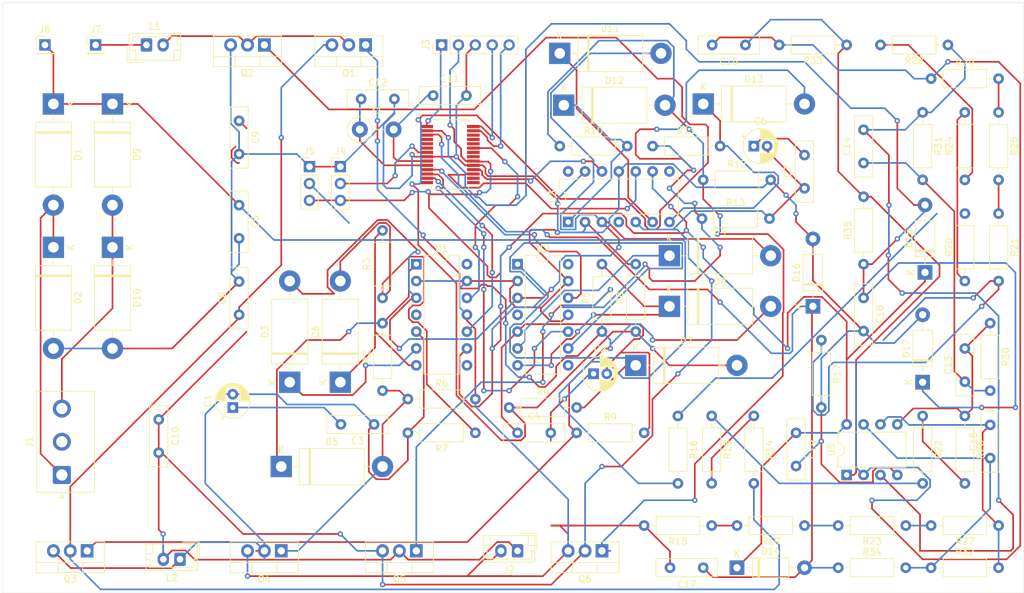
<source format=kicad_pcb>
(kicad_pcb (version 20171130) (host pcbnew "(5.1.8)-1")
  (layers (0 F.Cu signal) (31 B.Cu signal) (34 B.Paste user) (35 F.Paste user) (36 B.SilkS user) (37 F.SilkS user) (38 B.Mask user) (39 F.Mask user) (44 Edge.Cuts user))
  (net 0 "")
  (net 1 "Net-(C1-Pad1)")
  (net 2 BU-VS)
  (net 3 BO-VS)
  (net 4 "Net-(C2-Pad1)")
  (net 5 +300V)
  (net 6 CUR_2)
  (net 7 "Net-(C6-Pad1)")
  (net 8 INV-VS)
  (net 9 +400V)
  (net 10 +100V)
  (net 11 "Net-(C11-Pad1)")
  (net 12 "Net-(C12-Pad1)")
  (net 13 "Net-(C13-Pad2)")
  (net 14 +2.5V)
  (net 15 "Net-(C14-Pad2)")
  (net 16 "Net-(C15-Pad1)")
  (net 17 "Net-(C15-Pad2)")
  (net 18 "Net-(C16-Pad2)")
  (net 19 "Net-(C16-Pad1)")
  (net 20 GRID_C_SEN)
  (net 21 GRID_V_SEN)
  (net 22 +5V)
  (net 23 "Net-(D1-Pad2)")
  (net 24 "Net-(D3-Pad1)")
  (net 25 +12V)
  (net 26 "Net-(D4-Pad1)")
  (net 27 BU-L)
  (net 28 "Net-(D5-Pad1)")
  (net 29 BU-H)
  (net 30 "Net-(D6-Pad1)")
  (net 31 "Net-(D7-Pad1)")
  (net 32 BO-L)
  (net 33 "Net-(D8-Pad1)")
  (net 34 BO-H)
  (net 35 "Net-(D10-Pad1)")
  (net 36 "Net-(D11-Pad1)")
  (net 37 "Net-(D12-Pad1)")
  (net 38 INV-L)
  (net 39 INV-H)
  (net 40 "Net-(D13-Pad1)")
  (net 41 "Net-(J1-Pad2)")
  (net 42 MCLR)
  (net 43 PGD)
  (net 44 PGC)
  (net 45 IND_CUR)
  (net 46 "Net-(J7-Pad1)")
  (net 47 Vs-Bo)
  (net 48 "Net-(R14-Pad1)")
  (net 49 "Net-(R15-Pad1)")
  (net 50 "Net-(R16-Pad1)")
  (net 51 "Net-(R17-Pad1)")
  (net 52 "Net-(R18-Pad1)")
  (net 53 "Net-(R19-Pad1)")
  (net 54 "Net-(R20-Pad1)")
  (net 55 "Net-(R21-Pad1)")
  (net 56 "Net-(R22-Pad1)")
  (net 57 "Net-(R23-Pad1)")
  (net 58 "Net-(R24-Pad1)")
  (net 59 "Net-(R25-Pad1)")
  (net 60 "Net-(U1-Pad14)")
  (net 61 BUCK_PWM_INV)
  (net 62 "Net-(U1-Pad4)")
  (net 63 BUCK_PWM)
  (net 64 "Net-(U1-Pad8)")
  (net 65 "Net-(U2-Pad8)")
  (net 66 BOOST_PWM)
  (net 67 "Net-(U2-Pad4)")
  (net 68 BOOST_PWM_INV)
  (net 69 "Net-(U2-Pad14)")
  (net 70 "Net-(U3-Pad8)")
  (net 71 INVERTER_PWM)
  (net 72 "Net-(U3-Pad4)")
  (net 73 INVERTER_PWM_INV)
  (net 74 "Net-(U3-Pad14)")
  (net 75 "Net-(U4-Pad4)")
  (net 76 "Net-(U4-Pad5)")
  (net 77 "Net-(U4-Pad6)")
  (net 78 "Net-(U4-Pad14)")
  (net 79 "Net-(U4-Pad15)")
  (net 80 "Net-(U4-Pad16)")
  (net 81 "Net-(U4-Pad21)")
  (net 82 "Net-(U4-Pad22)")
  (net 83 "Net-(U4-Pad24)")
  (net 84 "Net-(U4-Pad25)")
  (net 85 "Net-(U4-Pad26)")
  (module Package_DIP:DIP-14_W7.62mm (layer F.Cu) (at 173.99 90.17)
    (fp_text reference U2 (at 3.81 -2.33) (layer F.SilkS))
    (fp_text value IR2110)
    (pad 1 thru_hole rect (at 0 0) (size 1.6 1.6) (drill 0.8) (layers *.Cu *.Mask) (net 31 "Net-(D7-Pad1)"))
    (pad 8 thru_hole oval (at 7.62 15.24) (size 1.6 1.6) (drill 0.8) (layers *.Cu *.Mask) (net 65 "Net-(U2-Pad8)"))
    (pad 2 thru_hole oval (at 0 2.54) (size 1.6 1.6) (drill 0.8) (layers *.Cu *.Mask) (net 6 CUR_2))
    (pad 9 thru_hole oval (at 7.62 12.7) (size 1.6 1.6) (drill 0.8) (layers *.Cu *.Mask) (net 22 +5V))
    (pad 3 thru_hole oval (at 0 5.08) (size 1.6 1.6) (drill 0.8) (layers *.Cu *.Mask) (net 25 +12V))
    (pad 10 thru_hole oval (at 7.62 10.16) (size 1.6 1.6) (drill 0.8) (layers *.Cu *.Mask) (net 66 BOOST_PWM))
    (pad 4 thru_hole oval (at 0 7.62) (size 1.6 1.6) (drill 0.8) (layers *.Cu *.Mask) (net 67 "Net-(U2-Pad4)"))
    (pad 11 thru_hole oval (at 7.62 7.62) (size 1.6 1.6) (drill 0.8) (layers *.Cu *.Mask) (net 6 CUR_2))
    (pad 5 thru_hole oval (at 0 10.16) (size 1.6 1.6) (drill 0.8) (layers *.Cu *.Mask) (net 3 BO-VS))
    (pad 12 thru_hole oval (at 7.62 5.08) (size 1.6 1.6) (drill 0.8) (layers *.Cu *.Mask) (net 68 BOOST_PWM_INV))
    (pad 6 thru_hole oval (at 0 12.7) (size 1.6 1.6) (drill 0.8) (layers *.Cu *.Mask) (net 26 "Net-(D4-Pad1)"))
    (pad 13 thru_hole oval (at 7.62 2.54) (size 1.6 1.6) (drill 0.8) (layers *.Cu *.Mask) (net 6 CUR_2))
    (pad 7 thru_hole oval (at 0 15.24) (size 1.6 1.6) (drill 0.8) (layers *.Cu *.Mask) (net 33 "Net-(D8-Pad1)"))
    (pad 14 thru_hole oval (at 7.62 0) (size 1.6 1.6) (drill 0.8) (layers *.Cu *.Mask) (net 69 "Net-(U2-Pad14)"))
  )
  (module Capacitor_THT:CP_Radial_D5.0mm_P2.00mm (layer F.Cu) (at 131.135001 111.76 90)
    (fp_text reference C1 (at 1 -3.75 90) (layer F.SilkS))
    (fp_text value CP)
    (pad 1 thru_hole rect (at 0 0 90) (size 1.6 1.6) (drill 0.8) (layers *.Cu *.Mask) (net 1 "Net-(C1-Pad1)"))
    (pad 2 thru_hole circle (at 2 0 90) (size 1.6 1.6) (drill 0.8) (layers *.Cu *.Mask) (net 2 BU-VS))
  )
  (module Capacitor_THT:CP_Radial_D5.0mm_P2.00mm (layer F.Cu) (at 185.42 106.68)
    (fp_text reference C2 (at 1 -3.75) (layer F.SilkS))
    (fp_text value CP)
    (pad 2 thru_hole circle (at 2 0) (size 1.6 1.6) (drill 0.8) (layers *.Cu *.Mask) (net 3 BO-VS))
    (pad 1 thru_hole rect (at 0 0) (size 1.6 1.6) (drill 0.8) (layers *.Cu *.Mask) (net 4 "Net-(C2-Pad1)"))
  )
  (module Capacitor_THT:C_Disc_D9.0mm_W2.5mm_P5.00mm (layer F.Cu) (at 152.4 114.3 180)
    (fp_text reference C3 (at 2.5 -2.5) (layer F.SilkS))
    (fp_text value C)
    (pad 2 thru_hole circle (at 5 0 180) (size 1.6 1.6) (drill 0.8) (layers *.Cu *.Mask) (net 1 "Net-(C1-Pad1)"))
    (pad 1 thru_hole circle (at 0 0 180) (size 1.6 1.6) (drill 0.8) (layers *.Cu *.Mask) (net 2 BU-VS))
  )
  (module Capacitor_THT:C_Disc_D9.0mm_W2.5mm_P5.00mm (layer F.Cu) (at 173.99 115.57)
    (fp_text reference C4 (at 2.5 -2.5) (layer F.SilkS))
    (fp_text value C)
    (pad 1 thru_hole circle (at 0 0) (size 1.6 1.6) (drill 0.8) (layers *.Cu *.Mask) (net 3 BO-VS))
    (pad 2 thru_hole circle (at 5 0) (size 1.6 1.6) (drill 0.8) (layers *.Cu *.Mask) (net 4 "Net-(C2-Pad1)"))
  )
  (module Capacitor_THT:C_Disc_D9.0mm_W2.5mm_P5.00mm (layer F.Cu) (at 132.08 81.28 270)
    (fp_text reference C5 (at 2.5 -2.5 90) (layer F.SilkS))
    (fp_text value C)
    (pad 1 thru_hole circle (at 0 0 270) (size 1.6 1.6) (drill 0.8) (layers *.Cu *.Mask) (net 5 +300V))
    (pad 2 thru_hole circle (at 5 0 270) (size 1.6 1.6) (drill 0.8) (layers *.Cu *.Mask) (net 6 CUR_2))
  )
  (module Capacitor_THT:CP_Radial_D5.0mm_P2.00mm (layer F.Cu) (at 209.55 72.39)
    (fp_text reference C6 (at 1 -3.75) (layer F.SilkS))
    (fp_text value CP)
    (pad 1 thru_hole rect (at 0 0) (size 1.6 1.6) (drill 0.8) (layers *.Cu *.Mask) (net 7 "Net-(C6-Pad1)"))
    (pad 2 thru_hole circle (at 2 0) (size 1.6 1.6) (drill 0.8) (layers *.Cu *.Mask) (net 8 INV-VS))
  )
  (module Capacitor_THT:C_Disc_D9.0mm_W2.5mm_P5.00mm (layer F.Cu) (at 217.17 78.74 90)
    (fp_text reference C7 (at 2.5 -2.5 90) (layer F.SilkS))
    (fp_text value C)
    (pad 2 thru_hole circle (at 5 0 90) (size 1.6 1.6) (drill 0.8) (layers *.Cu *.Mask) (net 7 "Net-(C6-Pad1)"))
    (pad 1 thru_hole circle (at 0 0 90) (size 1.6 1.6) (drill 0.8) (layers *.Cu *.Mask) (net 8 INV-VS))
  )
  (module Capacitor_THT:C_Disc_D9.0mm_W2.5mm_P5.00mm (layer F.Cu) (at 132.08 97.79 90)
    (fp_text reference C8 (at 2.5 -2.5 90) (layer F.SilkS))
    (fp_text value C)
    (pad 2 thru_hole circle (at 5 0 90) (size 1.6 1.6) (drill 0.8) (layers *.Cu *.Mask) (net 6 CUR_2))
    (pad 1 thru_hole circle (at 0 0 90) (size 1.6 1.6) (drill 0.8) (layers *.Cu *.Mask) (net 9 +400V))
  )
  (module Capacitor_THT:C_Disc_D9.0mm_W2.5mm_P5.00mm (layer F.Cu) (at 132.08 68.58 270)
    (fp_text reference C9 (at 2.5 -2.5 90) (layer F.SilkS))
    (fp_text value C)
    (pad 1 thru_hole circle (at 0 0 270) (size 1.6 1.6) (drill 0.8) (layers *.Cu *.Mask) (net 10 +100V))
    (pad 2 thru_hole circle (at 5 0 270) (size 1.6 1.6) (drill 0.8) (layers *.Cu *.Mask) (net 6 CUR_2))
  )
  (module Capacitor_THT:C_Disc_D9.0mm_W2.5mm_P5.00mm (layer F.Cu) (at 119.985001 113.564999 270)
    (fp_text reference C10 (at 2.5 -2.5 90) (layer F.SilkS))
    (fp_text value C)
    (pad 1 thru_hole circle (at 0 0 270) (size 1.6 1.6) (drill 0.8) (layers *.Cu *.Mask) (net 10 +100V))
    (pad 2 thru_hole circle (at 5 0 270) (size 1.6 1.6) (drill 0.8) (layers *.Cu *.Mask) (net 8 INV-VS))
  )
  (module Capacitor_THT:C_Disc_D9.0mm_W2.5mm_P5.00mm (layer F.Cu) (at 161.29 64.77)
    (fp_text reference C11 (at 2.5 -2.5) (layer F.SilkS))
    (fp_text value C)
    (pad 2 thru_hole circle (at 5 0) (size 1.6 1.6) (drill 0.8) (layers *.Cu *.Mask) (net 6 CUR_2))
    (pad 1 thru_hole circle (at 0 0) (size 1.6 1.6) (drill 0.8) (layers *.Cu *.Mask) (net 11 "Net-(C11-Pad1)"))
  )
  (module Capacitor_THT:C_Disc_D9.0mm_W2.5mm_P5.00mm (layer F.Cu) (at 150.455001 65.285001)
    (fp_text reference C12 (at 2.5 -2.5) (layer F.SilkS))
    (fp_text value C)
    (pad 1 thru_hole circle (at 0 0) (size 1.6 1.6) (drill 0.8) (layers *.Cu *.Mask) (net 12 "Net-(C12-Pad1)"))
    (pad 2 thru_hole circle (at 5 0) (size 1.6 1.6) (drill 0.8) (layers *.Cu *.Mask) (net 6 CUR_2))
  )
  (module Capacitor_THT:C_Disc_D9.0mm_W2.5mm_P5.00mm (layer F.Cu) (at 241.3 107.87 90)
    (fp_text reference C13 (at 2.5 -2.5 90) (layer F.SilkS))
    (fp_text value 1nF)
    (pad 2 thru_hole circle (at 5 0 90) (size 1.6 1.6) (drill 0.8) (layers *.Cu *.Mask) (net 13 "Net-(C13-Pad2)"))
    (pad 1 thru_hole circle (at 0 0 90) (size 1.6 1.6) (drill 0.8) (layers *.Cu *.Mask) (net 14 +2.5V))
  )
  (module Capacitor_THT:C_Disc_D9.0mm_W2.5mm_P5.00mm (layer F.Cu) (at 226.06 74.93 90)
    (fp_text reference C14 (at 2.5 -2.5 90) (layer F.SilkS))
    (fp_text value 1nF)
    (pad 1 thru_hole circle (at 0 0 90) (size 1.6 1.6) (drill 0.8) (layers *.Cu *.Mask) (net 14 +2.5V))
    (pad 2 thru_hole circle (at 5 0 90) (size 1.6 1.6) (drill 0.8) (layers *.Cu *.Mask) (net 15 "Net-(C14-Pad2)"))
  )
  (module Capacitor_THT:C_Disc_D9.0mm_W2.5mm_P5.00mm (layer F.Cu) (at 245.11 119.38 90)
    (fp_text reference C15 (at 2.5 -2.5 90) (layer F.SilkS))
    (fp_text value 1nF)
    (pad 1 thru_hole circle (at 0 0 90) (size 1.6 1.6) (drill 0.8) (layers *.Cu *.Mask) (net 16 "Net-(C15-Pad1)"))
    (pad 2 thru_hole circle (at 5 0 90) (size 1.6 1.6) (drill 0.8) (layers *.Cu *.Mask) (net 17 "Net-(C15-Pad2)"))
  )
  (module Capacitor_THT:C_Disc_D9.0mm_W2.5mm_P5.00mm (layer F.Cu) (at 208.28 57.15 180)
    (fp_text reference C16 (at 2.5 -2.5) (layer F.SilkS))
    (fp_text value 1nF)
    (pad 2 thru_hole circle (at 5 0 180) (size 1.6 1.6) (drill 0.8) (layers *.Cu *.Mask) (net 18 "Net-(C16-Pad2)"))
    (pad 1 thru_hole circle (at 0 0 180) (size 1.6 1.6) (drill 0.8) (layers *.Cu *.Mask) (net 19 "Net-(C16-Pad1)"))
  )
  (module Capacitor_THT:C_Disc_D9.0mm_W2.5mm_P5.00mm (layer F.Cu) (at 201.93 135.89 180)
    (fp_text reference C17 (at 2.5 -2.5) (layer F.SilkS))
    (fp_text value 10nF)
    (pad 2 thru_hole circle (at 5 0 180) (size 1.6 1.6) (drill 0.8) (layers *.Cu *.Mask) (net 6 CUR_2))
    (pad 1 thru_hole circle (at 0 0 180) (size 1.6 1.6) (drill 0.8) (layers *.Cu *.Mask) (net 20 GRID_C_SEN))
  )
  (module Capacitor_THT:C_Disc_D9.0mm_W2.5mm_P5.00mm (layer F.Cu) (at 226.06 95.25 270)
    (fp_text reference C18 (at 2.5 -2.5 90) (layer F.SilkS))
    (fp_text value 10nF)
    (pad 1 thru_hole circle (at 0 0 270) (size 1.6 1.6) (drill 0.8) (layers *.Cu *.Mask) (net 21 GRID_V_SEN))
    (pad 2 thru_hole circle (at 5 0 270) (size 1.6 1.6) (drill 0.8) (layers *.Cu *.Mask) (net 6 CUR_2))
  )
  (module Capacitor_THT:C_Disc_D9.0mm_W2.5mm_P5.00mm (layer F.Cu) (at 215.9 115.57 270)
    (fp_text reference C19 (at 2.5 -2.5 90) (layer F.SilkS))
    (fp_text value 0.1uF)
    (pad 2 thru_hole circle (at 5 0 270) (size 1.6 1.6) (drill 0.8) (layers *.Cu *.Mask) (net 6 CUR_2))
    (pad 1 thru_hole circle (at 0 0 270) (size 1.6 1.6) (drill 0.8) (layers *.Cu *.Mask) (net 22 +5V))
  )
  (module Diode_THT:D_DO-201AD_P15.24mm_Horizontal (layer F.Cu) (at 104.14 66.04 270)
    (fp_text reference D1 (at 7.62 -3.72 90) (layer F.SilkS))
    (fp_text value 1N5405)
    (fp_text user K (at 0 -2.6 90) (layer F.SilkS))
    (pad 1 thru_hole rect (at 0 0 270) (size 3.2 3.2) (drill 1.6) (layers *.Cu *.Mask) (net 5 +300V))
    (pad 2 thru_hole oval (at 15.24 0 270) (size 3.2 3.2) (drill 1.6) (layers *.Cu *.Mask) (net 23 "Net-(D1-Pad2)"))
  )
  (module Diode_THT:D_DO-201AD_P15.24mm_Horizontal (layer F.Cu) (at 104.14 87.63 270)
    (fp_text reference D2 (at 7.62 -3.72 90) (layer F.SilkS))
    (fp_text value 1N5405)
    (fp_text user K (at 0 -2.6 90) (layer F.SilkS))
    (pad 1 thru_hole rect (at 0 0 270) (size 3.2 3.2) (drill 1.6) (layers *.Cu *.Mask) (net 23 "Net-(D1-Pad2)"))
    (pad 2 thru_hole oval (at 15.24 0 270) (size 3.2 3.2) (drill 1.6) (layers *.Cu *.Mask) (net 6 CUR_2))
  )
  (module Diode_THT:D_DO-201AD_P15.24mm_Horizontal (layer F.Cu) (at 139.7 107.95 90)
    (fp_text reference D3 (at 7.62 -3.72 90) (layer F.SilkS))
    (fp_text value UF5400)
    (fp_text user K (at 0 -2.6 90) (layer F.SilkS))
    (pad 1 thru_hole rect (at 0 0 90) (size 3.2 3.2) (drill 1.6) (layers *.Cu *.Mask) (net 24 "Net-(D3-Pad1)"))
    (pad 2 thru_hole oval (at 15.24 0 90) (size 3.2 3.2) (drill 1.6) (layers *.Cu *.Mask) (net 25 +12V))
  )
  (module Diode_THT:D_DO-201AD_P15.24mm_Horizontal (layer F.Cu) (at 196.85 88.9)
    (fp_text reference D4 (at 7.62 -3.72) (layer F.SilkS))
    (fp_text value UF5400)
    (fp_text user K (at 0 -2.6) (layer F.SilkS))
    (pad 2 thru_hole oval (at 15.24 0) (size 3.2 3.2) (drill 1.6) (layers *.Cu *.Mask) (net 25 +12V))
    (pad 1 thru_hole rect (at 0 0) (size 3.2 3.2) (drill 1.6) (layers *.Cu *.Mask) (net 26 "Net-(D4-Pad1)"))
  )
  (module Diode_THT:D_DO-201AD_P15.24mm_Horizontal (layer F.Cu) (at 138.43 120.65)
    (fp_text reference D5 (at 7.62 -3.72) (layer F.SilkS))
    (fp_text value UF5400)
    (fp_text user K (at 0 -2.6) (layer F.SilkS))
    (pad 2 thru_hole oval (at 15.24 0) (size 3.2 3.2) (drill 1.6) (layers *.Cu *.Mask) (net 27 BU-L))
    (pad 1 thru_hole rect (at 0 0) (size 3.2 3.2) (drill 1.6) (layers *.Cu *.Mask) (net 28 "Net-(D5-Pad1)"))
  )
  (module Diode_THT:D_DO-201AD_P15.24mm_Horizontal (layer F.Cu) (at 147.32 107.95 90)
    (fp_text reference D6 (at 7.62 -3.72 90) (layer F.SilkS))
    (fp_text value UF5400)
    (fp_text user K (at 0 -2.6 90) (layer F.SilkS))
    (pad 2 thru_hole oval (at 15.24 0 90) (size 3.2 3.2) (drill 1.6) (layers *.Cu *.Mask) (net 29 BU-H))
    (pad 1 thru_hole rect (at 0 0 90) (size 3.2 3.2) (drill 1.6) (layers *.Cu *.Mask) (net 30 "Net-(D6-Pad1)"))
  )
  (module Diode_THT:D_DO-201AD_P15.24mm_Horizontal (layer F.Cu) (at 191.77 105.41)
    (fp_text reference D7 (at 7.62 -3.72) (layer F.SilkS))
    (fp_text value UF5400)
    (fp_text user K (at 0 -2.6) (layer F.SilkS))
    (pad 1 thru_hole rect (at 0 0) (size 3.2 3.2) (drill 1.6) (layers *.Cu *.Mask) (net 31 "Net-(D7-Pad1)"))
    (pad 2 thru_hole oval (at 15.24 0) (size 3.2 3.2) (drill 1.6) (layers *.Cu *.Mask) (net 32 BO-L))
  )
  (module Diode_THT:D_DO-201AD_P15.24mm_Horizontal (layer F.Cu) (at 196.85 96.52)
    (fp_text reference D8 (at 7.62 -3.72) (layer F.SilkS))
    (fp_text value UF5400)
    (fp_text user K (at 0 -2.6) (layer F.SilkS))
    (pad 1 thru_hole rect (at 0 0) (size 3.2 3.2) (drill 1.6) (layers *.Cu *.Mask) (net 33 "Net-(D8-Pad1)"))
    (pad 2 thru_hole oval (at 15.24 0) (size 3.2 3.2) (drill 1.6) (layers *.Cu *.Mask) (net 34 BO-H))
  )
  (module Diode_THT:D_DO-201AD_P15.24mm_Horizontal (layer F.Cu) (at 113.03 66.04 270)
    (fp_text reference D9 (at 7.62 -3.72 90) (layer F.SilkS))
    (fp_text value 1N5405)
    (fp_text user K (at 0 -2.6 90) (layer F.SilkS))
    (pad 1 thru_hole rect (at 0 0 270) (size 3.2 3.2) (drill 1.6) (layers *.Cu *.Mask) (net 5 +300V))
    (pad 2 thru_hole oval (at 15.24 0 270) (size 3.2 3.2) (drill 1.6) (layers *.Cu *.Mask) (net 35 "Net-(D10-Pad1)"))
  )
  (module Diode_THT:D_DO-201AD_P15.24mm_Horizontal (layer F.Cu) (at 113.03 87.63 270)
    (fp_text reference D10 (at 7.62 -3.72 90) (layer F.SilkS))
    (fp_text value 1N5405)
    (fp_text user K (at 0 -2.6 90) (layer F.SilkS))
    (pad 2 thru_hole oval (at 15.24 0 270) (size 3.2 3.2) (drill 1.6) (layers *.Cu *.Mask) (net 6 CUR_2))
    (pad 1 thru_hole rect (at 0 0 270) (size 3.2 3.2) (drill 1.6) (layers *.Cu *.Mask) (net 35 "Net-(D10-Pad1)"))
  )
  (module Diode_THT:D_DO-201AD_P15.24mm_Horizontal (layer F.Cu) (at 180.34 58.42)
    (fp_text reference D11 (at 7.62 -3.72) (layer F.SilkS))
    (fp_text value UF5400)
    (fp_text user K (at 0 -2.6) (layer F.SilkS))
    (pad 2 thru_hole oval (at 15.24 0) (size 3.2 3.2) (drill 1.6) (layers *.Cu *.Mask) (net 25 +12V))
    (pad 1 thru_hole rect (at 0 0) (size 3.2 3.2) (drill 1.6) (layers *.Cu *.Mask) (net 36 "Net-(D11-Pad1)"))
  )
  (module Diode_THT:D_DO-201AD_P15.24mm_Horizontal (layer F.Cu) (at 180.945001 66.235001)
    (fp_text reference D12 (at 7.62 -3.72) (layer F.SilkS))
    (fp_text value UF5400)
    (fp_text user K (at 0 -2.6) (layer F.SilkS))
    (pad 1 thru_hole rect (at 0 0) (size 3.2 3.2) (drill 1.6) (layers *.Cu *.Mask) (net 37 "Net-(D12-Pad1)"))
    (pad 2 thru_hole oval (at 15.24 0) (size 3.2 3.2) (drill 1.6) (layers *.Cu *.Mask) (net 38 INV-L))
  )
  (module Diode_THT:D_DO-201AD_P15.24mm_Horizontal (layer F.Cu) (at 201.93 66.04)
    (fp_text reference D13 (at 7.62 -3.72) (layer F.SilkS))
    (fp_text value UF5400)
    (fp_text user K (at 0 -2.6) (layer F.SilkS))
    (pad 2 thru_hole oval (at 15.24 0) (size 3.2 3.2) (drill 1.6) (layers *.Cu *.Mask) (net 39 INV-H))
    (pad 1 thru_hole rect (at 0 0) (size 3.2 3.2) (drill 1.6) (layers *.Cu *.Mask) (net 40 "Net-(D13-Pad1)"))
  )
  (module Diode_THT:D_DO-41_SOD81_P10.16mm_Horizontal (layer F.Cu) (at 207.01 135.89)
    (fp_text reference D14 (at 5.08 -2.47) (layer F.SilkS))
    (fp_text value D_Schottky)
    (fp_text user K (at 0 -2.1) (layer F.SilkS))
    (pad 1 thru_hole rect (at 0 0) (size 2.2 2.2) (drill 1.1) (layers *.Cu *.Mask) (net 22 +5V))
    (pad 2 thru_hole oval (at 10.16 0) (size 2.2 2.2) (drill 1.1) (layers *.Cu *.Mask) (net 20 GRID_C_SEN))
  )
  (module Diode_THT:D_DO-41_SOD81_P10.16mm_Horizontal (layer F.Cu) (at 235.305001 91.414999 90)
    (fp_text reference D15 (at 5.08 -2.47 90) (layer F.SilkS))
    (fp_text value D_Schottky)
    (fp_text user K (at 0 -2.1 90) (layer F.SilkS))
    (pad 2 thru_hole oval (at 10.16 0 90) (size 2.2 2.2) (drill 1.1) (layers *.Cu *.Mask) (net 21 GRID_V_SEN))
    (pad 1 thru_hole rect (at 0 0 90) (size 2.2 2.2) (drill 1.1) (layers *.Cu *.Mask) (net 22 +5V))
  )
  (module Diode_THT:D_DO-41_SOD81_P10.16mm_Horizontal (layer F.Cu) (at 218.44 96.52 90)
    (fp_text reference D16 (at 5.08 -2.47 90) (layer F.SilkS))
    (fp_text value D_Schottky)
    (fp_text user K (at 0 -2.1 90) (layer F.SilkS))
    (pad 2 thru_hole oval (at 10.16 0 90) (size 2.2 2.2) (drill 1.1) (layers *.Cu *.Mask) (net 6 CUR_2))
    (pad 1 thru_hole rect (at 0 0 90) (size 2.2 2.2) (drill 1.1) (layers *.Cu *.Mask) (net 20 GRID_C_SEN))
  )
  (module Diode_THT:D_DO-41_SOD81_P10.16mm_Horizontal (layer F.Cu) (at 234.95 107.95 90)
    (fp_text reference D17 (at 5.08 -2.47 90) (layer F.SilkS))
    (fp_text value D_Schottky)
    (fp_text user K (at 0 -2.1 90) (layer F.SilkS))
    (pad 1 thru_hole rect (at 0 0 90) (size 2.2 2.2) (drill 1.1) (layers *.Cu *.Mask) (net 21 GRID_V_SEN))
    (pad 2 thru_hole oval (at 10.16 0 90) (size 2.2 2.2) (drill 1.1) (layers *.Cu *.Mask) (net 6 CUR_2))
  )
  (module Connector_JST:JST_EH_B2B-EH-A_1x02_P2.50mm_Vertical (layer F.Cu) (at 173.99 133.35 180)
    (fp_text reference J2 (at 1.25 -2.8) (layer F.SilkS))
    (fp_text value Conn_01x02_Female)
    (pad 1 thru_hole roundrect (at 0 0 180) (size 1.7 2) (drill 1) (layers *.Cu *.Mask) (roundrect_rratio 0.147059) (net 10 +100V))
    (pad 2 thru_hole oval (at 2.5 0 180) (size 1.7 2) (drill 1) (layers *.Cu *.Mask) (net 6 CUR_2))
  )
  (module Connector_PinHeader_2.54mm:PinHeader_1x05_P2.54mm_Vertical (layer F.Cu) (at 162.56 57.15 90)
    (fp_text reference J3 (at 0 -2.33 90) (layer F.SilkS))
    (fp_text value Conn_01x05_Male)
    (pad 1 thru_hole rect (at 0 0 90) (size 1.7 1.7) (drill 1) (layers *.Cu *.Mask) (net 42 MCLR))
    (pad 2 thru_hole oval (at 0 2.54 90) (size 1.7 1.7) (drill 1) (layers *.Cu *.Mask) (net 22 +5V))
    (pad 3 thru_hole oval (at 0 5.08 90) (size 1.7 1.7) (drill 1) (layers *.Cu *.Mask) (net 6 CUR_2))
    (pad 4 thru_hole oval (at 0 7.62 90) (size 1.7 1.7) (drill 1) (layers *.Cu *.Mask) (net 43 PGD))
    (pad 5 thru_hole oval (at 0 10.16 90) (size 1.7 1.7) (drill 1) (layers *.Cu *.Mask) (net 44 PGC))
  )
  (module Connector_PinHeader_2.54mm:PinHeader_1x03_P2.54mm_Vertical (layer F.Cu) (at 147.325001 75.485001)
    (fp_text reference J4 (at 0 -2.33) (layer F.SilkS))
    (fp_text value Conn_01x03_Female)
    (pad 3 thru_hole oval (at 0 5.08) (size 1.7 1.7) (drill 1) (layers *.Cu *.Mask) (net 22 +5V))
    (pad 2 thru_hole oval (at 0 2.54) (size 1.7 1.7) (drill 1) (layers *.Cu *.Mask) (net 45 IND_CUR))
    (pad 1 thru_hole rect (at 0 0) (size 1.7 1.7) (drill 1) (layers *.Cu *.Mask) (net 6 CUR_2))
  )
  (module Connector_PinHeader_2.54mm:PinHeader_1x03_P2.54mm_Vertical (layer F.Cu) (at 142.675001 75.485001)
    (fp_text reference J5 (at 0 -2.33) (layer F.SilkS))
    (fp_text value Conn_01x03_Female)
    (pad 1 thru_hole rect (at 0 0) (size 1.7 1.7) (drill 1) (layers *.Cu *.Mask) (net 6 CUR_2))
    (pad 2 thru_hole oval (at 0 2.54) (size 1.7 1.7) (drill 1) (layers *.Cu *.Mask) (net 25 +12V))
    (pad 3 thru_hole oval (at 0 5.08) (size 1.7 1.7) (drill 1) (layers *.Cu *.Mask) (net 22 +5V))
  )
  (module Connector_PinHeader_2.54mm:PinHeader_1x01_P2.54mm_Vertical (layer F.Cu) (at 102.87 57.15)
    (fp_text reference J6 (at 0 -2.33) (layer F.SilkS))
    (fp_text value Conn_01x01_Male)
    (pad 1 thru_hole rect (at 0 0) (size 1.7 1.7) (drill 1) (layers *.Cu *.Mask) (net 5 +300V))
  )
  (module Connector_PinHeader_2.54mm:PinHeader_1x01_P2.54mm_Vertical (layer F.Cu) (at 110.49 57.15)
    (fp_text reference J7 (at 0 -2.33) (layer F.SilkS))
    (fp_text value Conn_01x01_Male)
    (pad 1 thru_hole rect (at 0 0) (size 1.7 1.7) (drill 1) (layers *.Cu *.Mask) (net 46 "Net-(J7-Pad1)"))
  )
  (module Package_TO_SOT_THT:TO-220-3_Vertical (layer F.Cu) (at 151.13 57.15 180)
    (fp_text reference Q1 (at 2.54 -4.27) (layer F.SilkS))
    (fp_text value IRF740)
    (pad 1 thru_hole rect (at 0 0 180) (size 1.905 2) (drill 1.1) (layers *.Cu *.Mask) (net 34 BO-H))
    (pad 2 thru_hole oval (at 2.54 0 180) (size 1.905 2) (drill 1.1) (layers *.Cu *.Mask) (net 47 Vs-Bo))
    (pad 3 thru_hole oval (at 5.08 0 180) (size 1.905 2) (drill 1.1) (layers *.Cu *.Mask) (net 9 +400V))
  )
  (module Package_TO_SOT_THT:TO-220-3_Vertical (layer F.Cu) (at 135.89 57.15 180)
    (fp_text reference Q2 (at 2.54 -4.27) (layer F.SilkS))
    (fp_text value IRF740)
    (pad 3 thru_hole oval (at 5.08 0 180) (size 1.905 2) (drill 1.1) (layers *.Cu *.Mask) (net 6 CUR_2))
    (pad 2 thru_hole oval (at 2.54 0 180) (size 1.905 2) (drill 1.1) (layers *.Cu *.Mask) (net 47 Vs-Bo))
    (pad 1 thru_hole rect (at 0 0 180) (size 1.905 2) (drill 1.1) (layers *.Cu *.Mask) (net 32 BO-L))
  )
  (module Package_TO_SOT_THT:TO-220-3_Vertical (layer F.Cu) (at 109.22 133.35 180)
    (fp_text reference Q3 (at 2.54 -4.27) (layer F.SilkS))
    (fp_text value IRF740)
    (pad 1 thru_hole rect (at 0 0 180) (size 1.905 2) (drill 1.1) (layers *.Cu *.Mask) (net 34 BO-H))
    (pad 2 thru_hole oval (at 2.54 0 180) (size 1.905 2) (drill 1.1) (layers *.Cu *.Mask) (net 9 +400V))
    (pad 3 thru_hole oval (at 5.08 0 180) (size 1.905 2) (drill 1.1) (layers *.Cu *.Mask) (net 2 BU-VS))
  )
  (module Package_TO_SOT_THT:TO-220-3_Vertical (layer F.Cu) (at 138.43 133.35 180)
    (fp_text reference Q4 (at 2.54 -4.27) (layer F.SilkS))
    (fp_text value IRF740)
    (pad 3 thru_hole oval (at 5.08 0 180) (size 1.905 2) (drill 1.1) (layers *.Cu *.Mask) (net 6 CUR_2))
    (pad 2 thru_hole oval (at 2.54 0 180) (size 1.905 2) (drill 1.1) (layers *.Cu *.Mask) (net 2 BU-VS))
    (pad 1 thru_hole rect (at 0 0 180) (size 1.905 2) (drill 1.1) (layers *.Cu *.Mask) (net 27 BU-L))
  )
  (module Package_TO_SOT_THT:TO-220-3_Vertical (layer F.Cu) (at 158.75 133.35 180)
    (fp_text reference Q5 (at 2.54 -4.27) (layer F.SilkS))
    (fp_text value IRF740)
    (pad 3 thru_hole oval (at 5.08 0 180) (size 1.905 2) (drill 1.1) (layers *.Cu *.Mask) (net 8 INV-VS))
    (pad 2 thru_hole oval (at 2.54 0 180) (size 1.905 2) (drill 1.1) (layers *.Cu *.Mask) (net 10 +100V))
    (pad 1 thru_hole rect (at 0 0 180) (size 1.905 2) (drill 1.1) (layers *.Cu *.Mask) (net 39 INV-H))
  )
  (module Package_TO_SOT_THT:TO-220-3_Vertical (layer F.Cu) (at 186.69 133.35 180)
    (fp_text reference Q6 (at 2.54 -4.27) (layer F.SilkS))
    (fp_text value IRF740)
    (pad 1 thru_hole rect (at 0 0 180) (size 1.905 2) (drill 1.1) (layers *.Cu *.Mask) (net 38 INV-L))
    (pad 2 thru_hole oval (at 2.54 0 180) (size 1.905 2) (drill 1.1) (layers *.Cu *.Mask) (net 8 INV-VS))
    (pad 3 thru_hole oval (at 5.08 0 180) (size 1.905 2) (drill 1.1) (layers *.Cu *.Mask) (net 6 CUR_2))
  )
  (module Resistor_THT:R_Axial_DIN0207_L6.3mm_D2.5mm_P10.16mm_Horizontal (layer F.Cu) (at 153.67 109.22 90)
    (fp_text reference R2 (at 5.08 -2.37 90) (layer F.SilkS))
    (fp_text value R)
    (pad 2 thru_hole oval (at 10.16 0 90) (size 1.6 1.6) (drill 0.8) (layers *.Cu *.Mask) (net 28 "Net-(D5-Pad1)"))
    (pad 1 thru_hole circle (at 0 0 90) (size 1.6 1.6) (drill 0.8) (layers *.Cu *.Mask) (net 27 BU-L))
  )
  (module Resistor_THT:R_Axial_DIN0207_L6.3mm_D2.5mm_P10.16mm_Horizontal (layer F.Cu) (at 153.67 95.25 90)
    (fp_text reference R3 (at 5.08 -2.37 90) (layer F.SilkS))
    (fp_text value R)
    (pad 2 thru_hole oval (at 10.16 0 90) (size 1.6 1.6) (drill 0.8) (layers *.Cu *.Mask) (net 30 "Net-(D6-Pad1)"))
    (pad 1 thru_hole circle (at 0 0 90) (size 1.6 1.6) (drill 0.8) (layers *.Cu *.Mask) (net 29 BU-H))
  )
  (module Resistor_THT:R_Axial_DIN0207_L6.3mm_D2.5mm_P10.16mm_Horizontal (layer F.Cu) (at 172.72 111.76)
    (fp_text reference R4 (at 5.08 -2.37) (layer F.SilkS))
    (fp_text value R)
    (pad 1 thru_hole circle (at 0 0) (size 1.6 1.6) (drill 0.8) (layers *.Cu *.Mask) (net 32 BO-L))
    (pad 2 thru_hole oval (at 10.16 0) (size 1.6 1.6) (drill 0.8) (layers *.Cu *.Mask) (net 31 "Net-(D7-Pad1)"))
  )
  (module Resistor_THT:R_Axial_DIN0207_L6.3mm_D2.5mm_P10.16mm_Horizontal (layer F.Cu) (at 186.69 100.33 90)
    (fp_text reference R5 (at 5.08 -2.37 90) (layer F.SilkS))
    (fp_text value R)
    (pad 2 thru_hole oval (at 10.16 0 90) (size 1.6 1.6) (drill 0.8) (layers *.Cu *.Mask) (net 33 "Net-(D8-Pad1)"))
    (pad 1 thru_hole circle (at 0 0 90) (size 1.6 1.6) (drill 0.8) (layers *.Cu *.Mask) (net 34 BO-H))
  )
  (module Resistor_THT:R_Axial_DIN0207_L6.3mm_D2.5mm_P10.16mm_Horizontal (layer F.Cu) (at 157.48 110.49)
    (fp_text reference R6 (at 5.08 -2.37) (layer F.SilkS))
    (fp_text value R)
    (pad 2 thru_hole oval (at 10.16 0) (size 1.6 1.6) (drill 0.8) (layers *.Cu *.Mask) (net 6 CUR_2))
    (pad 1 thru_hole circle (at 0 0) (size 1.6 1.6) (drill 0.8) (layers *.Cu *.Mask) (net 27 BU-L))
  )
  (module Resistor_THT:R_Axial_DIN0207_L6.3mm_D2.5mm_P10.16mm_Horizontal (layer F.Cu) (at 167.64 115.57 180)
    (fp_text reference R7 (at 5.08 -2.37) (layer F.SilkS))
    (fp_text value R)
    (pad 1 thru_hole circle (at 0 0 180) (size 1.6 1.6) (drill 0.8) (layers *.Cu *.Mask) (net 29 BU-H))
    (pad 2 thru_hole oval (at 10.16 0 180) (size 1.6 1.6) (drill 0.8) (layers *.Cu *.Mask) (net 2 BU-VS))
  )
  (module Resistor_THT:R_Axial_DIN0207_L6.3mm_D2.5mm_P10.16mm_Horizontal (layer F.Cu) (at 191.77 100.33 90)
    (fp_text reference R8 (at 5.08 -2.37 90) (layer F.SilkS))
    (fp_text value R)
    (pad 2 thru_hole oval (at 10.16 0 90) (size 1.6 1.6) (drill 0.8) (layers *.Cu *.Mask) (net 6 CUR_2))
    (pad 1 thru_hole circle (at 0 0 90) (size 1.6 1.6) (drill 0.8) (layers *.Cu *.Mask) (net 32 BO-L))
  )
  (module Resistor_THT:R_Axial_DIN0207_L6.3mm_D2.5mm_P10.16mm_Horizontal (layer F.Cu) (at 182.88 115.57)
    (fp_text reference R9 (at 5.08 -2.37) (layer F.SilkS))
    (fp_text value R)
    (pad 2 thru_hole oval (at 10.16 0) (size 1.6 1.6) (drill 0.8) (layers *.Cu *.Mask) (net 3 BO-VS))
    (pad 1 thru_hole circle (at 0 0) (size 1.6 1.6) (drill 0.8) (layers *.Cu *.Mask) (net 34 BO-H))
  )
  (module Resistor_THT:R_Axial_DIN0207_L6.3mm_D2.5mm_P10.16mm_Horizontal (layer F.Cu) (at 180.34 72.39)
    (fp_text reference R10 (at 5.08 -2.37) (layer F.SilkS))
    (fp_text value R)
    (pad 2 thru_hole oval (at 10.16 0) (size 1.6 1.6) (drill 0.8) (layers *.Cu *.Mask) (net 37 "Net-(D12-Pad1)"))
    (pad 1 thru_hole circle (at 0 0) (size 1.6 1.6) (drill 0.8) (layers *.Cu *.Mask) (net 38 INV-L))
  )
  (module Resistor_THT:R_Axial_DIN0207_L6.3mm_D2.5mm_P10.16mm_Horizontal (layer F.Cu) (at 194.31 72.39)
    (fp_text reference R11 (at 5.08 -2.37) (layer F.SilkS))
    (fp_text value R)
    (pad 1 thru_hole circle (at 0 0) (size 1.6 1.6) (drill 0.8) (layers *.Cu *.Mask) (net 39 INV-H))
    (pad 2 thru_hole oval (at 10.16 0) (size 1.6 1.6) (drill 0.8) (layers *.Cu *.Mask) (net 40 "Net-(D13-Pad1)"))
  )
  (module Resistor_THT:R_Axial_DIN0207_L6.3mm_D2.5mm_P10.16mm_Horizontal (layer F.Cu) (at 201.93 77.47)
    (fp_text reference R12 (at 5.08 -2.37) (layer F.SilkS))
    (fp_text value R)
    (pad 1 thru_hole circle (at 0 0) (size 1.6 1.6) (drill 0.8) (layers *.Cu *.Mask) (net 38 INV-L))
    (pad 2 thru_hole oval (at 10.16 0) (size 1.6 1.6) (drill 0.8) (layers *.Cu *.Mask) (net 6 CUR_2))
  )
  (module Resistor_THT:R_Axial_DIN0207_L6.3mm_D2.5mm_P10.16mm_Horizontal (layer F.Cu) (at 201.735001 83.305001)
    (fp_text reference R13 (at 5.08 -2.37) (layer F.SilkS))
    (fp_text value R)
    (pad 1 thru_hole circle (at 0 0) (size 1.6 1.6) (drill 0.8) (layers *.Cu *.Mask) (net 39 INV-H))
    (pad 2 thru_hole oval (at 10.16 0) (size 1.6 1.6) (drill 0.8) (layers *.Cu *.Mask) (net 8 INV-VS))
  )
  (module Resistor_THT:R_Axial_DIN0207_L6.3mm_D2.5mm_P10.16mm_Horizontal (layer F.Cu) (at 209.55 113.03 270)
    (fp_text reference R14 (at 5.08 -2.37 90) (layer F.SilkS))
    (fp_text value 475k)
    (pad 2 thru_hole oval (at 10.16 0 270) (size 1.6 1.6) (drill 0.8) (layers *.Cu *.Mask) (net 9 +400V))
    (pad 1 thru_hole circle (at 0 0 270) (size 1.6 1.6) (drill 0.8) (layers *.Cu *.Mask) (net 48 "Net-(R14-Pad1)"))
  )
  (module Resistor_THT:R_Axial_DIN0207_L6.3mm_D2.5mm_P10.16mm_Horizontal (layer F.Cu) (at 203.2 129.54 180)
    (fp_text reference R15 (at 5.08 -2.37) (layer F.SilkS))
    (fp_text value 475k)
    (pad 2 thru_hole oval (at 10.16 0 180) (size 1.6 1.6) (drill 0.8) (layers *.Cu *.Mask) (net 6 CUR_2))
    (pad 1 thru_hole circle (at 0 0 180) (size 1.6 1.6) (drill 0.8) (layers *.Cu *.Mask) (net 49 "Net-(R15-Pad1)"))
  )
  (module Resistor_THT:R_Axial_DIN0207_L6.3mm_D2.5mm_P10.16mm_Horizontal (layer F.Cu) (at 198.12 113.03 270)
    (fp_text reference R16 (at 5.08 -2.37 90) (layer F.SilkS))
    (fp_text value 475k)
    (pad 1 thru_hole circle (at 0 0 270) (size 1.6 1.6) (drill 0.8) (layers *.Cu *.Mask) (net 50 "Net-(R16-Pad1)"))
    (pad 2 thru_hole oval (at 10.16 0 270) (size 1.6 1.6) (drill 0.8) (layers *.Cu *.Mask) (net 5 +300V))
  )
  (module Resistor_THT:R_Axial_DIN0207_L6.3mm_D2.5mm_P10.16mm_Horizontal (layer F.Cu) (at 219.71 101.6 270)
    (fp_text reference R17 (at 5.08 -2.37 90) (layer F.SilkS))
    (fp_text value 475k)
    (pad 1 thru_hole circle (at 0 0 270) (size 1.6 1.6) (drill 0.8) (layers *.Cu *.Mask) (net 51 "Net-(R17-Pad1)"))
    (pad 2 thru_hole oval (at 10.16 0 270) (size 1.6 1.6) (drill 0.8) (layers *.Cu *.Mask) (net 6 CUR_2))
  )
  (module Resistor_THT:R_Axial_DIN0207_L6.3mm_D2.5mm_P10.16mm_Horizontal (layer F.Cu) (at 203.2 113.03 270)
    (fp_text reference R18 (at 5.08 -2.37 90) (layer F.SilkS))
    (fp_text value 475k)
    (pad 1 thru_hole circle (at 0 0 270) (size 1.6 1.6) (drill 0.8) (layers *.Cu *.Mask) (net 52 "Net-(R18-Pad1)"))
    (pad 2 thru_hole oval (at 10.16 0 270) (size 1.6 1.6) (drill 0.8) (layers *.Cu *.Mask) (net 48 "Net-(R14-Pad1)"))
  )
  (module Resistor_THT:R_Axial_DIN0207_L6.3mm_D2.5mm_P10.16mm_Horizontal (layer F.Cu) (at 217.17 129.54 180)
    (fp_text reference R19 (at 5.08 -2.37) (layer F.SilkS))
    (fp_text value 475k)
    (pad 1 thru_hole circle (at 0 0 180) (size 1.6 1.6) (drill 0.8) (layers *.Cu *.Mask) (net 53 "Net-(R19-Pad1)"))
    (pad 2 thru_hole oval (at 10.16 0 180) (size 1.6 1.6) (drill 0.8) (layers *.Cu *.Mask) (net 49 "Net-(R15-Pad1)"))
  )
  (module Resistor_THT:R_Axial_DIN0207_L6.3mm_D2.5mm_P10.16mm_Horizontal (layer F.Cu) (at 241.3 92.71 90)
    (fp_text reference R20 (at 5.08 -2.37 90) (layer F.SilkS))
    (fp_text value 475k)
    (pad 2 thru_hole oval (at 10.16 0 90) (size 1.6 1.6) (drill 0.8) (layers *.Cu *.Mask) (net 50 "Net-(R16-Pad1)"))
    (pad 1 thru_hole circle (at 0 0 90) (size 1.6 1.6) (drill 0.8) (layers *.Cu *.Mask) (net 54 "Net-(R20-Pad1)"))
  )
  (module Resistor_THT:R_Axial_DIN0207_L6.3mm_D2.5mm_P10.16mm_Horizontal (layer F.Cu) (at 246.38 82.55 270)
    (fp_text reference R21 (at 5.08 -2.37 90) (layer F.SilkS))
    (fp_text value 475k)
    (pad 2 thru_hole oval (at 10.16 0 270) (size 1.6 1.6) (drill 0.8) (layers *.Cu *.Mask) (net 51 "Net-(R17-Pad1)"))
    (pad 1 thru_hole circle (at 0 0 270) (size 1.6 1.6) (drill 0.8) (layers *.Cu *.Mask) (net 55 "Net-(R21-Pad1)"))
  )
  (module Resistor_THT:R_Axial_DIN0207_L6.3mm_D2.5mm_P10.16mm_Horizontal (layer F.Cu) (at 234.95 113.03 270)
    (fp_text reference R22 (at 5.08 -2.37 90) (layer F.SilkS))
    (fp_text value 475k)
    (pad 2 thru_hole oval (at 10.16 0 270) (size 1.6 1.6) (drill 0.8) (layers *.Cu *.Mask) (net 52 "Net-(R18-Pad1)"))
    (pad 1 thru_hole circle (at 0 0 270) (size 1.6 1.6) (drill 0.8) (layers *.Cu *.Mask) (net 56 "Net-(R22-Pad1)"))
  )
  (module Resistor_THT:R_Axial_DIN0207_L6.3mm_D2.5mm_P10.16mm_Horizontal (layer F.Cu) (at 232.41 129.54 180)
    (fp_text reference R23 (at 5.08 -2.37) (layer F.SilkS))
    (fp_text value 475k)
    (pad 1 thru_hole circle (at 0 0 180) (size 1.6 1.6) (drill 0.8) (layers *.Cu *.Mask) (net 57 "Net-(R23-Pad1)"))
    (pad 2 thru_hole oval (at 10.16 0 180) (size 1.6 1.6) (drill 0.8) (layers *.Cu *.Mask) (net 53 "Net-(R19-Pad1)"))
  )
  (module Resistor_THT:R_Axial_DIN0207_L6.3mm_D2.5mm_P10.16mm_Horizontal (layer F.Cu) (at 241.3 77.47 90)
    (fp_text reference R24 (at 5.08 -2.37 90) (layer F.SilkS))
    (fp_text value 475k)
    (pad 1 thru_hole circle (at 0 0 90) (size 1.6 1.6) (drill 0.8) (layers *.Cu *.Mask) (net 58 "Net-(R24-Pad1)"))
    (pad 2 thru_hole oval (at 10.16 0 90) (size 1.6 1.6) (drill 0.8) (layers *.Cu *.Mask) (net 54 "Net-(R20-Pad1)"))
  )
  (module Resistor_THT:R_Axial_DIN0207_L6.3mm_D2.5mm_P10.16mm_Horizontal (layer F.Cu) (at 246.38 67.31 270)
    (fp_text reference R25 (at 5.08 -2.37 90) (layer F.SilkS))
    (fp_text value 475k)
    (pad 1 thru_hole circle (at 0 0 270) (size 1.6 1.6) (drill 0.8) (layers *.Cu *.Mask) (net 59 "Net-(R25-Pad1)"))
    (pad 2 thru_hole oval (at 10.16 0 270) (size 1.6 1.6) (drill 0.8) (layers *.Cu *.Mask) (net 55 "Net-(R21-Pad1)"))
  )
  (module Resistor_THT:R_Axial_DIN0207_L6.3mm_D2.5mm_P10.16mm_Horizontal (layer F.Cu) (at 241.3 113.03 270)
    (fp_text reference R26 (at 5.08 -2.37 90) (layer F.SilkS))
    (fp_text value 475k)
    (pad 1 thru_hole circle (at 0 0 270) (size 1.6 1.6) (drill 0.8) (layers *.Cu *.Mask) (net 13 "Net-(C13-Pad2)"))
    (pad 2 thru_hole oval (at 10.16 0 270) (size 1.6 1.6) (drill 0.8) (layers *.Cu *.Mask) (net 56 "Net-(R22-Pad1)"))
  )
  (module Resistor_THT:R_Axial_DIN0207_L6.3mm_D2.5mm_P10.16mm_Horizontal (layer F.Cu) (at 246.38 129.54 180)
    (fp_text reference R27 (at 5.08 -2.37) (layer F.SilkS))
    (fp_text value 475k)
    (pad 2 thru_hole oval (at 10.16 0 180) (size 1.6 1.6) (drill 0.8) (layers *.Cu *.Mask) (net 57 "Net-(R23-Pad1)"))
    (pad 1 thru_hole circle (at 0 0 180) (size 1.6 1.6) (drill 0.8) (layers *.Cu *.Mask) (net 17 "Net-(C15-Pad2)"))
  )
  (module Resistor_THT:R_Axial_DIN0207_L6.3mm_D2.5mm_P10.16mm_Horizontal (layer F.Cu) (at 238.76 57.15 180)
    (fp_text reference R28 (at 5.08 -2.37) (layer F.SilkS))
    (fp_text value 475k)
    (pad 2 thru_hole oval (at 10.16 0 180) (size 1.6 1.6) (drill 0.8) (layers *.Cu *.Mask) (net 58 "Net-(R24-Pad1)"))
    (pad 1 thru_hole circle (at 0 0 180) (size 1.6 1.6) (drill 0.8) (layers *.Cu *.Mask) (net 15 "Net-(C14-Pad2)"))
  )
  (module Resistor_THT:R_Axial_DIN0207_L6.3mm_D2.5mm_P10.16mm_Horizontal (layer F.Cu) (at 236.22 62.23)
    (fp_text reference R29 (at 5.08 -2.37) (layer F.SilkS))
    (fp_text value 475k)
    (pad 2 thru_hole oval (at 10.16 0) (size 1.6 1.6) (drill 0.8) (layers *.Cu *.Mask) (net 59 "Net-(R25-Pad1)"))
    (pad 1 thru_hole circle (at 0 0) (size 1.6 1.6) (drill 0.8) (layers *.Cu *.Mask) (net 18 "Net-(C16-Pad2)"))
  )
  (module Resistor_THT:R_Axial_DIN0207_L6.3mm_D2.5mm_P10.16mm_Horizontal (layer F.Cu) (at 245.11 99.06 270)
    (fp_text reference R30 (at 5.08 -2.37 90) (layer F.SilkS))
    (fp_text value 7.5k)
    (pad 1 thru_hole circle (at 0 0 270) (size 1.6 1.6) (drill 0.8) (layers *.Cu *.Mask) (net 13 "Net-(C13-Pad2)"))
    (pad 2 thru_hole oval (at 10.16 0 270) (size 1.6 1.6) (drill 0.8) (layers *.Cu *.Mask) (net 14 +2.5V))
  )
  (module Resistor_THT:R_Axial_DIN0207_L6.3mm_D2.5mm_P10.16mm_Horizontal (layer F.Cu) (at 234.95 67.31 270)
    (fp_text reference R31 (at 5.08 -2.37 90) (layer F.SilkS))
    (fp_text value 7.5k)
    (pad 1 thru_hole circle (at 0 0 270) (size 1.6 1.6) (drill 0.8) (layers *.Cu *.Mask) (net 15 "Net-(C14-Pad2)"))
    (pad 2 thru_hole oval (at 10.16 0 270) (size 1.6 1.6) (drill 0.8) (layers *.Cu *.Mask) (net 14 +2.5V))
  )
  (module Resistor_THT:R_Axial_DIN0207_L6.3mm_D2.5mm_P10.16mm_Horizontal (layer F.Cu) (at 236.22 135.89)
    (fp_text reference R32 (at 5.08 -2.37) (layer F.SilkS))
    (fp_text value 7.5k)
    (pad 2 thru_hole oval (at 10.16 0) (size 1.6 1.6) (drill 0.8) (layers *.Cu *.Mask) (net 17 "Net-(C15-Pad2)"))
    (pad 1 thru_hole circle (at 0 0) (size 1.6 1.6) (drill 0.8) (layers *.Cu *.Mask) (net 16 "Net-(C15-Pad1)"))
  )
  (module Resistor_THT:R_Axial_DIN0207_L6.3mm_D2.5mm_P10.16mm_Horizontal (layer F.Cu) (at 223.52 57.15 180)
    (fp_text reference R33 (at 5.08 -2.37) (layer F.SilkS))
    (fp_text value 7.5k)
    (pad 2 thru_hole oval (at 10.16 0 180) (size 1.6 1.6) (drill 0.8) (layers *.Cu *.Mask) (net 18 "Net-(C16-Pad2)"))
    (pad 1 thru_hole circle (at 0 0 180) (size 1.6 1.6) (drill 0.8) (layers *.Cu *.Mask) (net 19 "Net-(C16-Pad1)"))
  )
  (module Resistor_THT:R_Axial_DIN0207_L6.3mm_D2.5mm_P10.16mm_Horizontal (layer F.Cu) (at 222.25 135.89)
    (fp_text reference R34 (at 5.08 -2.37) (layer F.SilkS))
    (fp_text value 100)
    (pad 1 thru_hole circle (at 0 0) (size 1.6 1.6) (drill 0.8) (layers *.Cu *.Mask) (net 20 GRID_C_SEN))
    (pad 2 thru_hole oval (at 10.16 0) (size 1.6 1.6) (drill 0.8) (layers *.Cu *.Mask) (net 16 "Net-(C15-Pad1)"))
  )
  (module Resistor_THT:R_Axial_DIN0207_L6.3mm_D2.5mm_P10.16mm_Horizontal (layer F.Cu) (at 226.06 90.17 90)
    (fp_text reference R35 (at 5.08 -2.37 90) (layer F.SilkS))
    (fp_text value 100)
    (pad 1 thru_hole circle (at 0 0 90) (size 1.6 1.6) (drill 0.8) (layers *.Cu *.Mask) (net 21 GRID_V_SEN))
    (pad 2 thru_hole oval (at 10.16 0 90) (size 1.6 1.6) (drill 0.8) (layers *.Cu *.Mask) (net 19 "Net-(C16-Pad1)"))
  )
  (module Package_DIP:DIP-14_W7.62mm (layer F.Cu) (at 158.75 90.17)
    (fp_text reference U1 (at 3.81 -2.33) (layer F.SilkS))
    (fp_text value IR2110)
    (pad 14 thru_hole oval (at 7.62 0) (size 1.6 1.6) (drill 0.8) (layers *.Cu *.Mask) (net 60 "Net-(U1-Pad14)"))
    (pad 7 thru_hole oval (at 0 15.24) (size 1.6 1.6) (drill 0.8) (layers *.Cu *.Mask) (net 30 "Net-(D6-Pad1)"))
    (pad 13 thru_hole oval (at 7.62 2.54) (size 1.6 1.6) (drill 0.8) (layers *.Cu *.Mask) (net 6 CUR_2))
    (pad 6 thru_hole oval (at 0 12.7) (size 1.6 1.6) (drill 0.8) (layers *.Cu *.Mask) (net 24 "Net-(D3-Pad1)"))
    (pad 12 thru_hole oval (at 7.62 5.08) (size 1.6 1.6) (drill 0.8) (layers *.Cu *.Mask) (net 61 BUCK_PWM_INV))
    (pad 5 thru_hole oval (at 0 10.16) (size 1.6 1.6) (drill 0.8) (layers *.Cu *.Mask) (net 2 BU-VS))
    (pad 11 thru_hole oval (at 7.62 7.62) (size 1.6 1.6) (drill 0.8) (layers *.Cu *.Mask) (net 6 CUR_2))
    (pad 4 thru_hole oval (at 0 7.62) (size 1.6 1.6) (drill 0.8) (layers *.Cu *.Mask) (net 62 "Net-(U1-Pad4)"))
    (pad 10 thru_hole oval (at 7.62 10.16) (size 1.6 1.6) (drill 0.8) (layers *.Cu *.Mask) (net 63 BUCK_PWM))
    (pad 3 thru_hole oval (at 0 5.08) (size 1.6 1.6) (drill 0.8) (layers *.Cu *.Mask) (net 25 +12V))
    (pad 9 thru_hole oval (at 7.62 12.7) (size 1.6 1.6) (drill 0.8) (layers *.Cu *.Mask) (net 22 +5V))
    (pad 2 thru_hole oval (at 0 2.54) (size 1.6 1.6) (drill 0.8) (layers *.Cu *.Mask) (net 6 CUR_2))
    (pad 8 thru_hole oval (at 7.62 15.24) (size 1.6 1.6) (drill 0.8) (layers *.Cu *.Mask) (net 64 "Net-(U1-Pad8)"))
    (pad 1 thru_hole rect (at 0 0) (size 1.6 1.6) (drill 0.8) (layers *.Cu *.Mask) (net 28 "Net-(D5-Pad1)"))
  )
  (module Package_DIP:DIP-14_W7.62mm (layer F.Cu) (at 181.61 83.82 90)
    (fp_text reference U3 (at 3.81 -2.33 90) (layer F.SilkS))
    (fp_text value IR2110)
    (pad 1 thru_hole rect (at 0 0 90) (size 1.6 1.6) (drill 0.8) (layers *.Cu *.Mask) (net 37 "Net-(D12-Pad1)"))
    (pad 8 thru_hole oval (at 7.62 15.24 90) (size 1.6 1.6) (drill 0.8) (layers *.Cu *.Mask) (net 70 "Net-(U3-Pad8)"))
    (pad 2 thru_hole oval (at 0 2.54 90) (size 1.6 1.6) (drill 0.8) (layers *.Cu *.Mask) (net 6 CUR_2))
    (pad 9 thru_hole oval (at 7.62 12.7 90) (size 1.6 1.6) (drill 0.8) (layers *.Cu *.Mask) (net 22 +5V))
    (pad 3 thru_hole oval (at 0 5.08 90) (size 1.6 1.6) (drill 0.8) (layers *.Cu *.Mask) (net 25 +12V))
    (pad 10 thru_hole oval (at 7.62 10.16 90) (size 1.6 1.6) (drill 0.8) (layers *.Cu *.Mask) (net 71 INVERTER_PWM))
    (pad 4 thru_hole oval (at 0 7.62 90) (size 1.6 1.6) (drill 0.8) (layers *.Cu *.Mask) (net 72 "Net-(U3-Pad4)"))
    (pad 11 thru_hole oval (at 7.62 7.62 90) (size 1.6 1.6) (drill 0.8) (layers *.Cu *.Mask) (net 6 CUR_2))
    (pad 5 thru_hole oval (at 0 10.16 90) (size 1.6 1.6) (drill 0.8) (layers *.Cu *.Mask) (net 8 INV-VS))
    (pad 12 thru_hole oval (at 7.62 5.08 90) (size 1.6 1.6) (drill 0.8) (layers *.Cu *.Mask) (net 73 INVERTER_PWM_INV))
    (pad 6 thru_hole oval (at 0 12.7 90) (size 1.6 1.6) (drill 0.8) (layers *.Cu *.Mask) (net 36 "Net-(D11-Pad1)"))
    (pad 13 thru_hole oval (at 7.62 2.54 90) (size 1.6 1.6) (drill 0.8) (layers *.Cu *.Mask) (net 6 CUR_2))
    (pad 7 thru_hole oval (at 0 15.24 90) (size 1.6 1.6) (drill 0.8) (layers *.Cu *.Mask) (net 40 "Net-(D13-Pad1)"))
    (pad 14 thru_hole oval (at 7.62 0 90) (size 1.6 1.6) (drill 0.8) (layers *.Cu *.Mask) (net 74 "Net-(U3-Pad14)"))
  )
  (module PIC16F1933-I_SS:SOP65P780X200-28N (layer F.Cu) (at 163.83 73.66)
    (fp_text reference U4 (at -1.525 -6.217) (layer F.SilkS) (effects (font (thickness 0.015))))
    (fp_text value PIC16F1933-I_SS)
    (pad 1 smd rect (at -3.505 -4.225) (size 1.9 0.48) (layers F.Cu F.Paste F.Mask) (net 42 MCLR))
    (pad 2 smd rect (at -3.505 -3.575) (size 1.9 0.48) (layers F.Cu F.Paste F.Mask) (net 21 GRID_V_SEN))
    (pad 3 smd rect (at -3.505 -2.925) (size 1.9 0.48) (layers F.Cu F.Paste F.Mask) (net 20 GRID_C_SEN))
    (pad 4 smd rect (at -3.505 -2.275) (size 1.9 0.48) (layers F.Cu F.Paste F.Mask) (net 75 "Net-(U4-Pad4)"))
    (pad 5 smd rect (at -3.505 -1.625) (size 1.9 0.48) (layers F.Cu F.Paste F.Mask) (net 76 "Net-(U4-Pad5)"))
    (pad 6 smd rect (at -3.505 -0.975) (size 1.9 0.48) (layers F.Cu F.Paste F.Mask) (net 77 "Net-(U4-Pad6)"))
    (pad 7 smd rect (at -3.505 -0.325) (size 1.9 0.48) (layers F.Cu F.Paste F.Mask) (net 45 IND_CUR))
    (pad 8 smd rect (at -3.505 0.325) (size 1.9 0.48) (layers F.Cu F.Paste F.Mask) (net 6 CUR_2))
    (pad 9 smd rect (at -3.505 0.975) (size 1.9 0.48) (layers F.Cu F.Paste F.Mask) (net 11 "Net-(C11-Pad1)"))
    (pad 10 smd rect (at -3.505 1.625) (size 1.9 0.48) (layers F.Cu F.Paste F.Mask) (net 12 "Net-(C12-Pad1)"))
    (pad 11 smd rect (at -3.505 2.275) (size 1.9 0.48) (layers F.Cu F.Paste F.Mask) (net 68 BOOST_PWM_INV))
    (pad 12 smd rect (at -3.505 2.925) (size 1.9 0.48) (layers F.Cu F.Paste F.Mask) (net 66 BOOST_PWM))
    (pad 13 smd rect (at -3.505 3.575) (size 1.9 0.48) (layers F.Cu F.Paste F.Mask) (net 63 BUCK_PWM))
    (pad 14 smd rect (at -3.505 4.225) (size 1.9 0.48) (layers F.Cu F.Paste F.Mask) (net 78 "Net-(U4-Pad14)"))
    (pad 15 smd rect (at 3.505 4.225) (size 1.9 0.48) (layers F.Cu F.Paste F.Mask) (net 79 "Net-(U4-Pad15)"))
    (pad 16 smd rect (at 3.505 3.575) (size 1.9 0.48) (layers F.Cu F.Paste F.Mask) (net 80 "Net-(U4-Pad16)"))
    (pad 17 smd rect (at 3.505 2.925) (size 1.9 0.48) (layers F.Cu F.Paste F.Mask) (net 71 INVERTER_PWM))
    (pad 18 smd rect (at 3.505 2.275) (size 1.9 0.48) (layers F.Cu F.Paste F.Mask) (net 73 INVERTER_PWM_INV))
    (pad 19 smd rect (at 3.505 1.625) (size 1.9 0.48) (layers F.Cu F.Paste F.Mask) (net 6 CUR_2))
    (pad 20 smd rect (at 3.505 0.975) (size 1.9 0.48) (layers F.Cu F.Paste F.Mask) (net 22 +5V))
    (pad 21 smd rect (at 3.505 0.325) (size 1.9 0.48) (layers F.Cu F.Paste F.Mask) (net 81 "Net-(U4-Pad21)"))
    (pad 22 smd rect (at 3.505 -0.325) (size 1.9 0.48) (layers F.Cu F.Paste F.Mask) (net 82 "Net-(U4-Pad22)"))
    (pad 23 smd rect (at 3.505 -0.975) (size 1.9 0.48) (layers F.Cu F.Paste F.Mask) (net 61 BUCK_PWM_INV))
    (pad 24 smd rect (at 3.505 -1.625) (size 1.9 0.48) (layers F.Cu F.Paste F.Mask) (net 83 "Net-(U4-Pad24)"))
    (pad 25 smd rect (at 3.505 -2.275) (size 1.9 0.48) (layers F.Cu F.Paste F.Mask) (net 84 "Net-(U4-Pad25)"))
    (pad 26 smd rect (at 3.505 -2.925) (size 1.9 0.48) (layers F.Cu F.Paste F.Mask) (net 85 "Net-(U4-Pad26)"))
    (pad 27 smd rect (at 3.505 -3.575) (size 1.9 0.48) (layers F.Cu F.Paste F.Mask) (net 44 PGC))
    (pad 28 smd rect (at 3.505 -4.225) (size 1.9 0.48) (layers F.Cu F.Paste F.Mask) (net 43 PGD))
  )
  (module Package_DIP:DIP-8_W7.62mm (layer F.Cu) (at 223.52 121.92 90)
    (fp_text reference U5 (at 3.81 -2.33 90) (layer F.SilkS))
    (fp_text value TL082)
    (pad 1 thru_hole rect (at 0 0 90) (size 1.6 1.6) (drill 0.8) (layers *.Cu *.Mask) (net 19 "Net-(C16-Pad1)"))
    (pad 5 thru_hole oval (at 7.62 7.62 90) (size 1.6 1.6) (drill 0.8) (layers *.Cu *.Mask) (net 13 "Net-(C13-Pad2)"))
    (pad 2 thru_hole oval (at 0 2.54 90) (size 1.6 1.6) (drill 0.8) (layers *.Cu *.Mask) (net 18 "Net-(C16-Pad2)"))
    (pad 6 thru_hole oval (at 7.62 5.08 90) (size 1.6 1.6) (drill 0.8) (layers *.Cu *.Mask) (net 17 "Net-(C15-Pad2)"))
    (pad 3 thru_hole oval (at 0 5.08 90) (size 1.6 1.6) (drill 0.8) (layers *.Cu *.Mask) (net 15 "Net-(C14-Pad2)"))
    (pad 7 thru_hole oval (at 7.62 2.54 90) (size 1.6 1.6) (drill 0.8) (layers *.Cu *.Mask) (net 16 "Net-(C15-Pad1)"))
    (pad 4 thru_hole oval (at 0 7.62 90) (size 1.6 1.6) (drill 0.8) (layers *.Cu *.Mask) (net 6 CUR_2))
    (pad 8 thru_hole oval (at 7.62 0 90) (size 1.6 1.6) (drill 0.8) (layers *.Cu *.Mask) (net 22 +5V))
  )
  (module Resistor_THT:R_Axial_DIN0411_L9.9mm_D3.6mm_P5.08mm_Vertical (layer F.Cu) (at 150.255001 69.885001)
    (fp_text reference Y1 (at 2.54 -2.92) (layer F.SilkS))
    (fp_text value Crystal)
    (pad 1 thru_hole circle (at 0 0) (size 2.4 2.4) (drill 1.2) (layers *.Cu *.Mask) (net 12 "Net-(C12-Pad1)"))
    (pad 2 thru_hole oval (at 5.08 0) (size 2.4 2.4) (drill 1.2) (layers *.Cu *.Mask) (net 11 "Net-(C11-Pad1)"))
  )
  (module Connector_JST:JST_NV_B03P-NV_1x03_P5.00mm_Vertical (layer F.Cu) (at 105.41 121.92 90)
    (fp_text reference J1 (at 5 -4.9 90) (layer F.SilkS))
    (fp_text value Conn_01x03_Female)
    (pad 1 thru_hole roundrect (at 0 0 90) (size 2.7 2.7) (drill 1.7) (layers *.Cu *.Mask) (roundrect_rratio 0.09259299999999999) (net 23 "Net-(D1-Pad2)"))
    (pad 2 thru_hole circle (at 5 0 90) (size 2.7 2.7) (drill 1.7) (layers *.Cu *.Mask) (net 41 "Net-(J1-Pad2)"))
    (pad 3 thru_hole circle (at 10 0 90) (size 2.7 2.7) (drill 1.7) (layers *.Cu *.Mask) (net 35 "Net-(D10-Pad1)"))
  )
  (module Connector_JST:JST_EH_B2B-EH-A_1x02_P2.50mm_Vertical (layer F.Cu) (at 118.15 57.15)
    (fp_text reference L1 (at 1.25 -2.8) (layer F.SilkS))
    (fp_text value INDUCTOR)
    (pad 1 thru_hole roundrect (at 0 0) (size 1.7 2) (drill 1) (layers *.Cu *.Mask) (roundrect_rratio 0.147059) (net 46 "Net-(J7-Pad1)"))
    (pad 2 thru_hole oval (at 2.5 0) (size 1.7 2) (drill 1) (layers *.Cu *.Mask) (net 47 Vs-Bo))
  )
  (module Connector_JST:JST_EH_B2B-EH-A_1x02_P2.50mm_Vertical (layer F.Cu) (at 123.19 134.62 180)
    (fp_text reference L2 (at 1.25 -2.8) (layer F.SilkS))
    (fp_text value INDUCTOR)
    (pad 2 thru_hole oval (at 2.5 0 180) (size 1.7 2) (drill 1) (layers *.Cu *.Mask) (net 10 +100V))
    (pad 1 thru_hole roundrect (at 0 0 180) (size 1.7 2) (drill 1) (layers *.Cu *.Mask) (roundrect_rratio 0.147059) (net 2 BU-VS))
  )
  (gr_line (start 96.52 138.43) (end 96.52 139.7) (layer Edge.Cuts) (width 0.05))
  (gr_line (start 250.19 139.7) (end 96.52 139.7) (layer Edge.Cuts) (width 0.05))
  (gr_line (start 96.52 50.8) (end 96.52 138.43) (layer Edge.Cuts) (width 0.05))
  (gr_line (start 250.19 50.8) (end 250.19 139.7) (layer Edge.Cuts) (width 0.05))
  (gr_line (start 96.52 50.8) (end 250.19 50.8) (layer Edge.Cuts) (width 0.05))
  (segment (start 130.954999 74.120001) (end 130.954999 73.039999) (width 0.25) (layer F.Cu) (net 0))
  (segment (start 132.08 74.93) (end 131.764998 74.93) (width 0.25) (layer F.Cu) (net 0))
  (segment (start 130.954999 73.039999) (end 131.539999 72.454999) (width 0.25) (layer F.Cu) (net 0))
  (segment (start 131.764998 74.93) (end 130.954999 74.120001) (width 0.25) (layer F.Cu) (net 0))
  (segment (start 144.86 111.76) (end 147.4 114.3) (width 0.25) (layer B.Cu) (net 1))
  (segment (start 131.135001 111.76) (end 144.86 111.76) (width 0.25) (layer B.Cu) (net 1))
  (segment (start 151.600001 115.099999) (end 152.4 114.3) (width 0.25) (layer F.Cu) (net 2))
  (segment (start 151.600001 121.429003) (end 151.600001 115.099999) (width 0.25) (layer F.Cu) (net 2))
  (segment (start 152.745999 122.575001) (end 151.600001 121.429003) (width 0.25) (layer F.Cu) (net 2))
  (segment (start 154.594001 122.575001) (end 152.745999 122.575001) (width 0.25) (layer F.Cu) (net 2))
  (segment (start 157.48 119.689002) (end 154.594001 122.575001) (width 0.25) (layer F.Cu) (net 2))
  (segment (start 157.48 115.57) (end 157.48 119.689002) (width 0.25) (layer F.Cu) (net 2))
  (segment (start 159.875001 113.174999) (end 159.875001 101.455001) (width 0.25) (layer F.Cu) (net 2))
  (segment (start 159.875001 101.455001) (end 158.75 100.33) (width 0.25) (layer F.Cu) (net 2))
  (segment (start 157.48 115.57) (end 159.875001 113.174999) (width 0.25) (layer F.Cu) (net 2))
  (segment (start 121.86499 135.94501) (end 123.19 134.62) (width 0.25) (layer F.Cu) (net 2))
  (segment (start 106.73501 135.94501) (end 121.86499 135.94501) (width 0.25) (layer F.Cu) (net 2))
  (segment (start 104.14 133.35) (end 106.73501 135.94501) (width 0.25) (layer F.Cu) (net 2))
  (via (at 135.89 133.35) (size 0.8) (drill 0.4) (layers F.Cu B.Cu) (net 2))
  (segment (start 135.89 134.62) (end 135.89 133.35) (width 0.25) (layer B.Cu) (net 2))
  (segment (start 134.62751 133.35) (end 135.89 133.35) (width 0.25) (layer F.Cu) (net 2))
  (segment (start 125.78501 132.02499) (end 134.56499 132.02499) (width 0.25) (layer B.Cu) (net 2))
  (segment (start 134.56499 132.02499) (end 135.89 133.35) (width 0.25) (layer B.Cu) (net 2))
  (segment (start 123.19 134.62) (end 125.78501 132.02499) (width 0.25) (layer B.Cu) (net 2))
  (segment (start 149.40999 111.30999) (end 152.4 114.3) (width 0.25) (layer B.Cu) (net 2))
  (segment (start 137.774999 109.76) (end 139.324989 111.30999) (width 0.25) (layer B.Cu) (net 2))
  (segment (start 139.324989 111.30999) (end 149.40999 111.30999) (width 0.25) (layer B.Cu) (net 2))
  (segment (start 131.135001 109.76) (end 137.774999 109.76) (width 0.25) (layer B.Cu) (net 2))
  (segment (start 135.89 132.1) (end 127 123.21) (width 0.25) (layer B.Cu) (net 2))
  (segment (start 135.89 133.35) (end 135.89 132.1) (width 0.25) (layer B.Cu) (net 2))
  (segment (start 130.003631 109.76) (end 131.135001 109.76) (width 0.25) (layer B.Cu) (net 2))
  (segment (start 127 112.763631) (end 130.003631 109.76) (width 0.25) (layer B.Cu) (net 2))
  (segment (start 127 123.21) (end 127 112.763631) (width 0.25) (layer B.Cu) (net 2))
  (segment (start 171.594999 102.725001) (end 173.99 100.33) (width 0.25) (layer F.Cu) (net 3))
  (segment (start 171.594999 113.174999) (end 171.594999 102.725001) (width 0.25) (layer F.Cu) (net 3))
  (segment (start 173.99 115.57) (end 171.594999 113.174999) (width 0.25) (layer F.Cu) (net 3))
  (segment (start 189.483631 103.484999) (end 187.42 105.54863) (width 0.25) (layer F.Cu) (net 3))
  (segment (start 193.630001 103.484999) (end 189.483631 103.484999) (width 0.25) (layer F.Cu) (net 3))
  (segment (start 193.839999 103.694997) (end 193.630001 103.484999) (width 0.25) (layer F.Cu) (net 3))
  (segment (start 193.839999 114.770001) (end 193.839999 103.694997) (width 0.25) (layer F.Cu) (net 3))
  (segment (start 193.04 115.57) (end 193.839999 114.770001) (width 0.25) (layer F.Cu) (net 3))
  (segment (start 192.310001 101.455001) (end 191.513629 101.455001) (width 0.25) (layer F.Cu) (net 3))
  (segment (start 192.895001 100.870001) (end 192.310001 101.455001) (width 0.25) (layer F.Cu) (net 3))
  (segment (start 192.895001 99.789999) (end 192.895001 100.870001) (width 0.25) (layer F.Cu) (net 3))
  (segment (start 192.310001 99.204999) (end 192.895001 99.789999) (width 0.25) (layer F.Cu) (net 3))
  (segment (start 187.42 105.54863) (end 187.42 106.68) (width 0.25) (layer F.Cu) (net 3))
  (segment (start 175.115001 99.204999) (end 192.310001 99.204999) (width 0.25) (layer F.Cu) (net 3))
  (segment (start 191.513629 101.455001) (end 187.42 105.54863) (width 0.25) (layer F.Cu) (net 3))
  (segment (start 173.99 100.33) (end 175.115001 99.204999) (width 0.25) (layer F.Cu) (net 3))
  (segment (start 187.42 106.68) (end 187.96 106.68) (width 0.25) (layer F.Cu) (net 3))
  (segment (start 178.99 116.76) (end 178.99 115.57) (width 0.25) (layer B.Cu) (net 4))
  (via (at 181.029999 110.49) (size 0.8) (drill 0.4) (layers F.Cu B.Cu) (net 4))
  (segment (start 178.99 115.57) (end 178.99 112.529999) (width 0.25) (layer F.Cu) (net 4))
  (segment (start 178.99 112.529999) (end 181.029999 110.49) (width 0.25) (layer F.Cu) (net 4))
  (segment (start 184.839999 106.68) (end 185.42 106.68) (width 0.25) (layer B.Cu) (net 4))
  (segment (start 181.029999 110.49) (end 184.839999 106.68) (width 0.25) (layer B.Cu) (net 4))
  (segment (start 104.14 58.42) (end 102.87 57.15) (width 0.25) (layer F.Cu) (net 5))
  (segment (start 104.14 66.04) (end 104.14 58.42) (width 0.25) (layer F.Cu) (net 5))
  (segment (start 104.14 66.04) (end 113.03 66.04) (width 0.25) (layer F.Cu) (net 5))
  (segment (start 116.84 66.04) (end 132.08 81.28) (width 0.25) (layer F.Cu) (net 5))
  (segment (start 113.03 66.04) (end 116.84 66.04) (width 0.25) (layer F.Cu) (net 5))
  (segment (start 192.165002 123.19) (end 198.12 123.19) (width 0.25) (layer B.Cu) (net 5))
  (segment (start 180.304998 109.61) (end 180.304998 111.329996) (width 0.25) (layer B.Cu) (net 5))
  (segment (start 180.304998 111.329996) (end 192.165002 123.19) (width 0.25) (layer B.Cu) (net 5))
  (segment (start 185.044999 104.869999) (end 180.304998 109.61) (width 0.25) (layer B.Cu) (net 5))
  (segment (start 187.444997 104.869999) (end 185.044999 104.869999) (width 0.25) (layer B.Cu) (net 5))
  (segment (start 189.909999 107.335001) (end 187.444997 104.869999) (width 0.25) (layer B.Cu) (net 5))
  (segment (start 193.630001 107.335001) (end 189.909999 107.335001) (width 0.25) (layer B.Cu) (net 5))
  (segment (start 199.225011 101.739991) (end 193.630001 107.335001) (width 0.25) (layer B.Cu) (net 5))
  (segment (start 198.896402 86.52499) (end 199.225011 86.853599) (width 0.25) (layer B.Cu) (net 5))
  (segment (start 137.32499 86.52499) (end 198.896402 86.52499) (width 0.25) (layer B.Cu) (net 5))
  (segment (start 199.225011 86.853599) (end 199.225011 101.739991) (width 0.25) (layer B.Cu) (net 5))
  (segment (start 132.08 81.28) (end 137.32499 86.52499) (width 0.25) (layer B.Cu) (net 5))
  (segment (start 166.37 98.664998) (end 166.37 97.79) (width 0.25) (layer F.Cu) (net 6))
  (segment (start 167.64 99.934998) (end 166.37 98.664998) (width 0.25) (layer F.Cu) (net 6))
  (segment (start 167.64 110.49) (end 167.64 99.934998) (width 0.25) (layer F.Cu) (net 6))
  (segment (start 190.63863 90.17) (end 184.15 83.68137) (width 0.25) (layer F.Cu) (net 6))
  (segment (start 191.77 90.17) (end 190.63863 90.17) (width 0.25) (layer F.Cu) (net 6))
  (segment (start 184.15 83.68137) (end 184.15 83.82) (width 0.25) (layer F.Cu) (net 6))
  (segment (start 165.244999 93.835001) (end 165.244999 96.664999) (width 0.25) (layer B.Cu) (net 6))
  (segment (start 165.244999 96.664999) (end 166.37 97.79) (width 0.25) (layer B.Cu) (net 6))
  (segment (start 166.37 92.71) (end 165.244999 93.835001) (width 0.25) (layer B.Cu) (net 6))
  (segment (start 158.75 92.71) (end 166.37 92.71) (width 0.25) (layer B.Cu) (net 6))
  (segment (start 183.706359 85.395011) (end 180.363598 85.39501) (width 0.25) (layer B.Cu) (net 6))
  (segment (start 184.15 84.95137) (end 183.706359 85.395011) (width 0.25) (layer B.Cu) (net 6))
  (segment (start 184.15 83.82) (end 184.15 84.95137) (width 0.25) (layer B.Cu) (net 6))
  (segment (start 180.034989 80.315011) (end 184.15 76.2) (width 0.25) (layer B.Cu) (net 6))
  (segment (start 180.034989 85.066401) (end 180.034989 81.077011) (width 0.25) (layer B.Cu) (net 6))
  (segment (start 186.779992 85.39501) (end 180.363598 85.39501) (width 0.25) (layer B.Cu) (net 6))
  (segment (start 187.815001 84.360001) (end 186.779992 85.39501) (width 0.25) (layer B.Cu) (net 6))
  (segment (start 187.815001 83.279999) (end 187.815001 84.360001) (width 0.25) (layer B.Cu) (net 6))
  (segment (start 189.23 81.865) (end 187.815001 83.279999) (width 0.25) (layer B.Cu) (net 6))
  (segment (start 180.363598 85.39501) (end 180.034989 85.066401) (width 0.25) (layer B.Cu) (net 6))
  (segment (start 189.23 76.2) (end 189.23 81.865) (width 0.25) (layer B.Cu) (net 6))
  (segment (start 197.390001 75.074999) (end 190.355001 75.074999) (width 0.25) (layer B.Cu) (net 6))
  (segment (start 200.910003 78.595001) (end 197.390001 75.074999) (width 0.25) (layer B.Cu) (net 6))
  (segment (start 210.964999 78.595001) (end 200.910003 78.595001) (width 0.25) (layer B.Cu) (net 6))
  (segment (start 190.355001 75.074999) (end 189.23 76.2) (width 0.25) (layer B.Cu) (net 6))
  (segment (start 212.09 77.47) (end 210.964999 78.595001) (width 0.25) (layer B.Cu) (net 6))
  (segment (start 168.95 134.62) (end 166.41 137.16) (width 0.25) (layer F.Cu) (net 6))
  (via (at 133.35 137.16) (size 0.8) (drill 0.4) (layers F.Cu B.Cu) (net 6))
  (segment (start 173.115002 137.16) (end 133.35 137.16) (width 0.25) (layer F.Cu) (net 6))
  (via (at 133.35 133.35) (size 0.8) (drill 0.4) (layers F.Cu B.Cu) (net 6))
  (segment (start 133.35 137.16) (end 133.35 133.35) (width 0.25) (layer B.Cu) (net 6))
  (segment (start 193.04 129.54) (end 180.34 129.54) (width 0.25) (layer F.Cu) (net 6))
  (segment (start 196.93 133.43) (end 193.04 129.54) (width 0.25) (layer F.Cu) (net 6))
  (segment (start 196.93 135.89) (end 196.93 133.43) (width 0.25) (layer F.Cu) (net 6))
  (segment (start 122 102.87) (end 132.08 92.79) (width 0.25) (layer F.Cu) (net 6))
  (segment (start 113.03 102.87) (end 122 102.87) (width 0.25) (layer F.Cu) (net 6))
  (segment (start 104.14 102.87) (end 113.03 102.87) (width 0.25) (layer B.Cu) (net 6))
  (segment (start 147.325001 75.485001) (end 142.675001 75.485001) (width 0.25) (layer F.Cu) (net 6))
  (segment (start 142.675001 75.485001) (end 142.675001 75.365001) (width 0.25) (layer F.Cu) (net 6))
  (segment (start 147.325001 76.194999) (end 147.325001 75.485001) (width 0.25) (layer F.Cu) (net 6))
  (segment (start 155.455001 67.355001) (end 155.455001 65.285001) (width 0.25) (layer B.Cu) (net 6))
  (segment (start 147.325001 75.485001) (end 155.455001 67.355001) (width 0.25) (layer B.Cu) (net 6))
  (segment (start 140.77 73.58) (end 142.675001 75.485001) (width 0.25) (layer B.Cu) (net 6))
  (segment (start 132.08 73.58) (end 140.77 73.58) (width 0.25) (layer B.Cu) (net 6))
  (segment (start 132.08 70.245002) (end 132.08 73.58) (width 0.25) (layer B.Cu) (net 6))
  (segment (start 130.81 68.975002) (end 132.08 70.245002) (width 0.25) (layer B.Cu) (net 6))
  (segment (start 130.81 57.15) (end 130.81 68.975002) (width 0.25) (layer B.Cu) (net 6))
  (segment (start 181.61 125.59137) (end 167.64 111.62137) (width 0.25) (layer B.Cu) (net 6))
  (segment (start 167.64 111.62137) (end 167.64 110.49) (width 0.25) (layer B.Cu) (net 6))
  (segment (start 181.61 133.35) (end 181.61 125.59137) (width 0.25) (layer B.Cu) (net 6))
  (segment (start 177.8 137.16) (end 181.61 133.35) (width 0.25) (layer F.Cu) (net 6))
  (segment (start 172.72 137.16) (end 177.8 137.16) (width 0.25) (layer F.Cu) (net 6))
  (segment (start 172.72 137.16) (end 173.115002 137.16) (width 0.25) (layer F.Cu) (net 6))
  (segment (start 166.41 137.16) (end 172.72 137.16) (width 0.25) (layer F.Cu) (net 6))
  (segment (start 181.61 133.35) (end 181.61 130.81) (width 0.25) (layer F.Cu) (net 6))
  (segment (start 181.61 130.81) (end 180.34 129.54) (width 0.25) (layer F.Cu) (net 6))
  (segment (start 180.34 129.54) (end 179.07 129.54) (width 0.25) (layer F.Cu) (net 6))
  (segment (start 179.07 129.54) (end 182.88 129.54) (width 0.25) (layer F.Cu) (net 6))
  (segment (start 166.29 58.5) (end 167.64 57.15) (width 0.25) (layer F.Cu) (net 6))
  (segment (start 166.29 64.77) (end 166.29 58.5) (width 0.25) (layer F.Cu) (net 6))
  (segment (start 170.22 134.62) (end 171.49 133.35) (width 0.25) (layer F.Cu) (net 6))
  (segment (start 168.95 134.62) (end 170.22 134.62) (width 0.25) (layer F.Cu) (net 6))
  (segment (start 132.08 73.66) (end 132.08 73.58) (width 0.25) (layer F.Cu) (net 6))
  (segment (start 130.954999 74.705001) (end 132.08 73.58) (width 0.25) (layer B.Cu) (net 6))
  (segment (start 132.08 92.79) (end 130.954999 91.664999) (width 0.25) (layer B.Cu) (net 6))
  (segment (start 130.954999 91.664999) (end 130.954999 91.295001) (width 0.25) (layer B.Cu) (net 6))
  (segment (start 132.08 90.17) (end 130.954999 91.295001) (width 0.25) (layer B.Cu) (net 6))
  (segment (start 132.08 86.28) (end 132.08 90.17) (width 0.25) (layer B.Cu) (net 6))
  (segment (start 130.954999 91.295001) (end 130.954999 74.705001) (width 0.25) (layer B.Cu) (net 6))
  (segment (start 215.9 120.57) (end 219.63 116.84) (width 0.25) (layer B.Cu) (net 6))
  (via (at 219.71 116.84) (size 0.8) (drill 0.4) (layers F.Cu B.Cu) (net 6))
  (segment (start 219.63 116.84) (end 219.71 116.84) (width 0.25) (layer B.Cu) (net 6))
  (segment (start 219.71 116.84) (end 219.71 111.76) (width 0.25) (layer F.Cu) (net 6))
  (segment (start 230.340001 121.120001) (end 231.14 121.92) (width 0.25) (layer F.Cu) (net 6))
  (segment (start 228.059999 120.794999) (end 230.014999 120.794999) (width 0.25) (layer F.Cu) (net 6))
  (segment (start 227.474999 121.379999) (end 228.059999 120.794999) (width 0.25) (layer F.Cu) (net 6))
  (segment (start 227.474999 123.045001) (end 227.474999 121.379999) (width 0.25) (layer F.Cu) (net 6))
  (segment (start 230.014999 120.794999) (end 230.340001 121.120001) (width 0.25) (layer F.Cu) (net 6))
  (segment (start 222.459999 123.045001) (end 227.474999 123.045001) (width 0.25) (layer F.Cu) (net 6))
  (segment (start 219.71 120.295002) (end 222.459999 123.045001) (width 0.25) (layer F.Cu) (net 6))
  (segment (start 219.71 116.84) (end 219.71 120.295002) (width 0.25) (layer F.Cu) (net 6))
  (segment (start 218.44 92.63) (end 226.06 100.25) (width 0.25) (layer F.Cu) (net 6))
  (segment (start 218.44 86.36) (end 218.44 92.63) (width 0.25) (layer F.Cu) (net 6))
  (segment (start 218.44 86.36) (end 215.9 83.82) (width 0.25) (layer F.Cu) (net 6))
  (via (at 215.9 82.55) (size 0.8) (drill 0.4) (layers F.Cu B.Cu) (net 6))
  (segment (start 215.9 83.82) (end 215.9 82.55) (width 0.25) (layer F.Cu) (net 6))
  (via (at 214.397348 79.777348) (size 0.8) (drill 0.4) (layers F.Cu B.Cu) (net 6))
  (segment (start 215.9 82.55) (end 215.9 81.28) (width 0.25) (layer B.Cu) (net 6))
  (segment (start 215.9 81.28) (end 214.397348 79.777348) (width 0.25) (layer B.Cu) (net 6))
  (segment (start 214.397348 79.777348) (end 212.09 77.47) (width 0.25) (layer F.Cu) (net 6))
  (segment (start 177.494989 96.825011) (end 181.61 92.71) (width 0.25) (layer F.Cu) (net 6))
  (segment (start 181.61 97.79) (end 180.645011 98.754989) (width 0.25) (layer F.Cu) (net 6))
  (via (at 179.985257 85.405565) (size 0.8) (drill 0.4) (layers F.Cu B.Cu) (net 6))
  (segment (start 219.71 111.76) (end 219.71 104.336998) (width 0.25) (layer B.Cu) (net 6))
  (segment (start 223.796998 100.25) (end 221.713499 102.333499) (width 0.25) (layer B.Cu) (net 6))
  (segment (start 219.71 104.336998) (end 221.713499 102.333499) (width 0.25) (layer B.Cu) (net 6))
  (segment (start 226.06 100.25) (end 223.796998 100.25) (width 0.25) (layer B.Cu) (net 6))
  (segment (start 221.713499 102.333499) (end 221.901999 102.144999) (width 0.25) (layer B.Cu) (net 6))
  (segment (start 233.850001 98.889999) (end 234.95 97.79) (width 0.25) (layer B.Cu) (net 6))
  (segment (start 230.689991 102.050009) (end 233.850001 98.889999) (width 0.25) (layer B.Cu) (net 6))
  (segment (start 227.860009 102.050009) (end 230.689991 102.050009) (width 0.25) (layer B.Cu) (net 6))
  (segment (start 226.06 100.25) (end 227.860009 102.050009) (width 0.25) (layer B.Cu) (net 6))
  (segment (start 160.325 73.985) (end 164.775 73.985) (width 0.25) (layer F.Cu) (net 6))
  (segment (start 180.034989 81.077011) (end 180.034989 80.315011) (width 0.25) (layer B.Cu) (net 6))
  (via (at 180.034989 81.077011) (size 0.8) (drill 0.4) (layers F.Cu B.Cu) (net 6))
  (segment (start 180.034989 80.580011) (end 180.034989 81.077011) (width 0.25) (layer F.Cu) (net 6))
  (segment (start 176.379979 76.925001) (end 180.034989 80.580011) (width 0.25) (layer F.Cu) (net 6))
  (segment (start 169.577999 76.925001) (end 176.379979 76.925001) (width 0.25) (layer F.Cu) (net 6))
  (segment (start 169.164 76.511002) (end 169.577999 76.925001) (width 0.25) (layer F.Cu) (net 6))
  (segment (start 169.164 75.692) (end 169.164 76.511002) (width 0.25) (layer F.Cu) (net 6))
  (segment (start 168.757 75.285) (end 169.164 75.692) (width 0.25) (layer F.Cu) (net 6))
  (segment (start 167.335 75.285) (end 168.757 75.285) (width 0.25) (layer F.Cu) (net 6))
  (segment (start 164.775 73.985) (end 164.909998 73.985) (width 0.25) (layer F.Cu) (net 6))
  (via (at 164.775 73.985) (size 0.8) (drill 0.4) (layers F.Cu B.Cu) (net 6))
  (segment (start 164.775 66.285) (end 166.29 64.77) (width 0.25) (layer B.Cu) (net 6))
  (segment (start 164.775 73.985) (end 164.775 66.285) (width 0.25) (layer B.Cu) (net 6))
  (segment (start 166.075 75.285) (end 164.775 73.985) (width 0.25) (layer F.Cu) (net 6))
  (segment (start 167.335 75.285) (end 166.075 75.285) (width 0.25) (layer F.Cu) (net 6))
  (segment (start 153.81 69.153) (end 153.81 70.617002) (width 0.25) (layer B.Cu) (net 6))
  (segment (start 155.455001 67.507999) (end 153.81 69.153) (width 0.25) (layer B.Cu) (net 6))
  (segment (start 155.455001 67.355001) (end 155.455001 67.507999) (width 0.25) (layer B.Cu) (net 6))
  (segment (start 153.81 70.617002) (end 153.81 78.245) (width 0.25) (layer B.Cu) (net 6))
  (segment (start 153.81 78.245) (end 154.305 78.74) (width 0.25) (layer B.Cu) (net 6))
  (segment (start 154.305 78.74) (end 156.21 78.74) (width 0.25) (layer B.Cu) (net 6))
  (segment (start 156.21 78.74) (end 156.21 78.74) (width 0.25) (layer B.Cu) (net 6))
  (segment (start 156.21 78.74) (end 158.115 76.835) (width 0.25) (layer B.Cu) (net 6))
  (segment (start 158.115 76.835) (end 158.115 74.295) (width 0.25) (layer B.Cu) (net 6))
  (segment (start 158.115 74.295) (end 158.115 73.66) (width 0.25) (layer B.Cu) (net 6))
  (segment (start 158.115 73.66) (end 158.115 73.66) (width 0.25) (layer B.Cu) (net 6))
  (via (at 158.115 73.66) (size 0.8) (drill 0.4) (layers F.Cu B.Cu) (net 6))
  (segment (start 158.44 73.985) (end 160.325 73.985) (width 0.25) (layer F.Cu) (net 6))
  (segment (start 158.115 73.66) (end 158.44 73.985) (width 0.25) (layer F.Cu) (net 6))
  (segment (start 179.985257 85.405565) (end 180.024435 85.405565) (width 0.25) (layer F.Cu) (net 6))
  (segment (start 166.37 92.71) (end 173.99 92.71) (width 0.25) (layer F.Cu) (net 6))
  (segment (start 177.334977 96.664999) (end 177.494989 96.825011) (width 0.25) (layer F.Cu) (net 6))
  (segment (start 173.739997 96.664999) (end 177.334977 96.664999) (width 0.25) (layer F.Cu) (net 6))
  (segment (start 172.864999 95.790001) (end 173.739997 96.664999) (width 0.25) (layer F.Cu) (net 6))
  (segment (start 172.864999 93.835001) (end 172.864999 95.790001) (width 0.25) (layer F.Cu) (net 6))
  (segment (start 173.99 92.71) (end 172.864999 93.835001) (width 0.25) (layer F.Cu) (net 6))
  (segment (start 178.961987 98.754989) (end 180.645011 98.754989) (width 0.25) (layer F.Cu) (net 6))
  (segment (start 177.494989 97.287991) (end 178.961987 98.754989) (width 0.25) (layer F.Cu) (net 6))
  (segment (start 177.494989 96.825011) (end 177.494989 97.287991) (width 0.25) (layer F.Cu) (net 6))
  (segment (start 179.579691 84.999999) (end 175.986411 84.999999) (width 0.25) (layer F.Cu) (net 6))
  (segment (start 179.985257 85.405565) (end 179.579691 84.999999) (width 0.25) (layer F.Cu) (net 6))
  (segment (start 175.804999 86.904999) (end 181.61 92.71) (width 0.25) (layer F.Cu) (net 6))
  (segment (start 175.804999 85.181411) (end 175.804999 86.904999) (width 0.25) (layer F.Cu) (net 6))
  (segment (start 175.986411 84.999999) (end 175.804999 85.181411) (width 0.25) (layer F.Cu) (net 6))
  (segment (start 210.675001 71.264999) (end 209.55 72.39) (width 0.25) (layer F.Cu) (net 7))
  (segment (start 214.694999 71.264999) (end 210.675001 71.264999) (width 0.25) (layer F.Cu) (net 7))
  (segment (start 217.17 73.74) (end 214.694999 71.264999) (width 0.25) (layer F.Cu) (net 7))
  (segment (start 216.460002 78.74) (end 217.17 78.74) (width 0.25) (layer F.Cu) (net 8))
  (segment (start 211.895001 83.305001) (end 216.460002 78.74) (width 0.25) (layer F.Cu) (net 8))
  (segment (start 211.55 73.12) (end 211.55 72.39) (width 0.25) (layer F.Cu) (net 8))
  (segment (start 217.17 78.74) (end 211.55 73.12) (width 0.25) (layer F.Cu) (net 8))
  (segment (start 184.15 133.35) (end 179.07 138.43) (width 0.25) (layer F.Cu) (net 8))
  (via (at 153.67 138.43) (size 0.8) (drill 0.4) (layers F.Cu B.Cu) (net 8))
  (segment (start 179.07 138.43) (end 153.67 138.43) (width 0.25) (layer F.Cu) (net 8))
  (via (at 153.67 133.35) (size 0.8) (drill 0.4) (layers F.Cu B.Cu) (net 8))
  (segment (start 153.67 138.43) (end 153.67 133.35) (width 0.25) (layer B.Cu) (net 8))
  (segment (start 153.67 133.35) (end 149.86 133.35) (width 0.25) (layer B.Cu) (net 8))
  (segment (start 149.86 133.35) (end 147.32 130.81) (width 0.25) (layer B.Cu) (net 8))
  (via (at 147.32 130.81) (size 0.8) (drill 0.4) (layers F.Cu B.Cu) (net 8))
  (segment (start 132.680012 130.81) (end 120.435011 118.564999) (width 0.25) (layer F.Cu) (net 8))
  (segment (start 147.32 130.81) (end 132.680012 130.81) (width 0.25) (layer F.Cu) (net 8))
  (segment (start 210.77 82.18) (end 211.895001 83.305001) (width 0.25) (layer B.Cu) (net 8))
  (segment (start 200.155002 82.18) (end 210.77 82.18) (width 0.25) (layer B.Cu) (net 8))
  (segment (start 197.390001 84.945001) (end 200.155002 82.18) (width 0.25) (layer B.Cu) (net 8))
  (segment (start 192.895001 84.945001) (end 197.390001 84.945001) (width 0.25) (layer B.Cu) (net 8))
  (segment (start 191.77 83.82) (end 192.895001 84.945001) (width 0.25) (layer B.Cu) (net 8))
  (segment (start 184.15 133.35) (end 184.15 123.19) (width 0.25) (layer B.Cu) (net 8))
  (via (at 186.69 120.65) (size 0.8) (drill 0.4) (layers F.Cu B.Cu) (net 8))
  (segment (start 184.15 123.19) (end 186.69 120.65) (width 0.25) (layer B.Cu) (net 8))
  (via (at 198.12 106.68) (size 0.8) (drill 0.4) (layers F.Cu B.Cu) (net 8))
  (segment (start 194.290009 110.509991) (end 198.12 106.68) (width 0.25) (layer F.Cu) (net 8))
  (segment (start 194.290009 115.984993) (end 194.290009 110.509991) (width 0.25) (layer F.Cu) (net 8))
  (segment (start 186.69 120.65) (end 189.625002 120.65) (width 0.25) (layer F.Cu) (net 8))
  (segment (start 189.625002 120.65) (end 194.290009 115.984993) (width 0.25) (layer F.Cu) (net 8))
  (segment (start 198.12 106.68) (end 203.2 101.6) (width 0.25) (layer B.Cu) (net 8))
  (segment (start 203.2 101.6) (end 203.2 92.71) (width 0.25) (layer B.Cu) (net 8))
  (via (at 203.2 92.71) (size 0.8) (drill 0.4) (layers F.Cu B.Cu) (net 8))
  (segment (start 199.67502 89.18502) (end 199.67502 86.64502) (width 0.25) (layer B.Cu) (net 8))
  (segment (start 203.2 92.71) (end 199.67502 89.18502) (width 0.25) (layer B.Cu) (net 8))
  (segment (start 197.975001 84.945001) (end 197.390001 84.945001) (width 0.25) (layer B.Cu) (net 8))
  (segment (start 199.67502 86.64502) (end 197.975001 84.945001) (width 0.25) (layer B.Cu) (net 8))
  (segment (start 132.08 98.263188) (end 132.08 97.79) (width 0.25) (layer F.Cu) (net 9))
  (segment (start 106.68 123.663188) (end 132.08 98.263188) (width 0.25) (layer F.Cu) (net 9))
  (segment (start 106.68 133.35) (end 106.68 123.663188) (width 0.25) (layer F.Cu) (net 9))
  (via (at 138.43 71.12) (size 0.8) (drill 0.4) (layers F.Cu B.Cu) (net 9))
  (segment (start 138.43 90.30863) (end 138.43 71.12) (width 0.25) (layer F.Cu) (net 9))
  (segment (start 132.08 97.79) (end 132.08 96.65863) (width 0.25) (layer F.Cu) (net 9))
  (segment (start 132.08 96.65863) (end 138.43 90.30863) (width 0.25) (layer F.Cu) (net 9))
  (segment (start 144.8475 57.15) (end 146.05 57.15) (width 0.25) (layer B.Cu) (net 9))
  (segment (start 138.43 63.5675) (end 144.8475 57.15) (width 0.25) (layer B.Cu) (net 9))
  (segment (start 138.43 71.12) (end 138.43 63.5675) (width 0.25) (layer B.Cu) (net 9))
  (segment (start 209.55 128.665002) (end 213.36 132.475002) (width 0.25) (layer B.Cu) (net 9))
  (segment (start 209.55 123.19) (end 209.55 128.665002) (width 0.25) (layer B.Cu) (net 9))
  (segment (start 213.36 132.475002) (end 213.36 138.43) (width 0.25) (layer B.Cu) (net 9))
  (segment (start 111.235001 139.155001) (end 106.68 134.6) (width 0.25) (layer B.Cu) (net 9))
  (segment (start 212.634999 139.155001) (end 111.235001 139.155001) (width 0.25) (layer B.Cu) (net 9))
  (segment (start 106.68 134.6) (end 106.68 133.35) (width 0.25) (layer B.Cu) (net 9))
  (segment (start 213.36 138.43) (end 212.634999 139.155001) (width 0.25) (layer B.Cu) (net 9))
  (segment (start 119.985001 113.564999) (end 119.985001 130.145001) (width 0.25) (layer F.Cu) (net 10))
  (via (at 120.65 130.81) (size 0.8) (drill 0.4) (layers F.Cu B.Cu) (net 10))
  (segment (start 119.985001 130.145001) (end 120.65 130.81) (width 0.25) (layer F.Cu) (net 10))
  (segment (start 120.65 130.81) (end 120.65 134.58) (width 0.25) (layer B.Cu) (net 10))
  (via (at 120.69 134.62) (size 0.8) (drill 0.4) (layers F.Cu B.Cu) (net 10))
  (segment (start 120.65 134.58) (end 120.69 134.62) (width 0.25) (layer B.Cu) (net 10))
  (segment (start 120.65 134.62) (end 120.69 134.62) (width 0.25) (layer B.Cu) (net 10))
  (segment (start 154.88499 134.67501) (end 156.21 133.35) (width 0.25) (layer F.Cu) (net 10))
  (segment (start 124.02818 133.29499) (end 125.4082 134.67501) (width 0.25) (layer F.Cu) (net 10))
  (segment (start 125.4082 134.67501) (end 154.88499 134.67501) (width 0.25) (layer F.Cu) (net 10))
  (segment (start 122.01501 133.29499) (end 124.02818 133.29499) (width 0.25) (layer F.Cu) (net 10))
  (segment (start 120.69 134.62) (end 122.01501 133.29499) (width 0.25) (layer F.Cu) (net 10))
  (segment (start 120.115001 113.564999) (end 119.985001 113.564999) (width 0.25) (layer B.Cu) (net 10))
  (segment (start 133.205001 69.705001) (end 132.08 68.58) (width 0.25) (layer F.Cu) (net 10))
  (segment (start 119.985001 113.564999) (end 133.205001 100.344999) (width 0.25) (layer F.Cu) (net 10))
  (segment (start 170.9086 132.02499) (end 172.66499 132.02499) (width 0.25) (layer F.Cu) (net 10))
  (segment (start 172.66499 132.02499) (end 173.99 133.35) (width 0.25) (layer F.Cu) (net 10))
  (segment (start 168.258589 134.675001) (end 170.9086 132.02499) (width 0.25) (layer F.Cu) (net 10))
  (segment (start 157.535001 134.675001) (end 168.258589 134.675001) (width 0.25) (layer F.Cu) (net 10))
  (segment (start 156.21 133.35) (end 157.535001 134.675001) (width 0.25) (layer F.Cu) (net 10))
  (segment (start 160.450002 64.77) (end 161.29 64.77) (width 0.25) (layer B.Cu) (net 11))
  (segment (start 155.335001 69.885001) (end 160.450002 64.77) (width 0.25) (layer B.Cu) (net 11))
  (segment (start 158.387944 74.635) (end 160.325 74.635) (width 0.25) (layer F.Cu) (net 11))
  (segment (start 155.915 74.635) (end 158.387944 74.635) (width 0.25) (layer F.Cu) (net 11))
  (segment (start 155.335001 74.055001) (end 155.915 74.635) (width 0.25) (layer F.Cu) (net 11))
  (segment (start 155.335001 69.885001) (end 155.335001 74.055001) (width 0.25) (layer F.Cu) (net 11))
  (segment (start 150.255001 65.485001) (end 150.455001 65.285001) (width 0.25) (layer B.Cu) (net 12))
  (segment (start 150.255001 69.885001) (end 150.255001 65.485001) (width 0.25) (layer B.Cu) (net 12))
  (segment (start 153.957944 75.285) (end 160.325 75.285) (width 0.25) (layer F.Cu) (net 12))
  (segment (start 150.255001 71.582057) (end 153.957944 75.285) (width 0.25) (layer F.Cu) (net 12))
  (segment (start 150.255001 69.885001) (end 150.255001 71.582057) (width 0.25) (layer F.Cu) (net 12))
  (segment (start 240.174999 111.904999) (end 241.3 113.03) (width 0.25) (layer F.Cu) (net 13))
  (segment (start 233.535001 111.904999) (end 240.174999 111.904999) (width 0.25) (layer F.Cu) (net 13))
  (segment (start 231.14 114.3) (end 233.535001 111.904999) (width 0.25) (layer F.Cu) (net 13))
  (segment (start 242.425001 103.995001) (end 241.3 102.87) (width 0.25) (layer F.Cu) (net 13))
  (segment (start 242.425001 111.904999) (end 242.425001 103.995001) (width 0.25) (layer F.Cu) (net 13))
  (segment (start 241.3 113.03) (end 242.425001 111.904999) (width 0.25) (layer F.Cu) (net 13))
  (segment (start 241.3 102.87) (end 245.11 99.06) (width 0.25) (layer F.Cu) (net 13))
  (segment (start 241.3 107.95) (end 241.3 107.87) (width 0.25) (layer F.Cu) (net 14))
  (segment (start 242.65 109.22) (end 241.3 107.87) (width 0.25) (layer B.Cu) (net 14))
  (segment (start 245.11 109.22) (end 242.65 109.22) (width 0.25) (layer B.Cu) (net 14))
  (segment (start 241.3 107.87) (end 241.3 107.95) (width 0.25) (layer B.Cu) (net 14))
  (segment (start 232.41 74.93) (end 234.95 77.47) (width 0.25) (layer B.Cu) (net 14))
  (segment (start 226.06 74.93) (end 232.41 74.93) (width 0.25) (layer B.Cu) (net 14))
  (segment (start 239.72499 106.29499) (end 241.3 107.87) (width 0.25) (layer F.Cu) (net 14))
  (segment (start 239.72499 82.24499) (end 239.72499 106.29499) (width 0.25) (layer F.Cu) (net 14))
  (segment (start 234.95 77.47) (end 239.72499 82.24499) (width 0.25) (layer F.Cu) (net 14))
  (segment (start 232.33 69.93) (end 234.95 67.31) (width 0.25) (layer B.Cu) (net 15))
  (segment (start 226.06 69.93) (end 232.33 69.93) (width 0.25) (layer B.Cu) (net 15))
  (segment (start 226.06 69.93) (end 229.79 73.66) (width 0.25) (layer F.Cu) (net 15))
  (segment (start 229.79 73.66) (end 229.87 73.74) (width 0.25) (layer F.Cu) (net 15))
  (via (at 229.87 81.28) (size 0.8) (drill 0.4) (layers F.Cu B.Cu) (net 15))
  (segment (start 229.87 73.74) (end 229.87 81.28) (width 0.25) (layer F.Cu) (net 15))
  (via (at 229.794846 88.824846) (size 0.8) (drill 0.4) (layers F.Cu B.Cu) (net 15))
  (segment (start 229.87 81.28) (end 229.87 88.749692) (width 0.25) (layer B.Cu) (net 15))
  (segment (start 229.87 88.749692) (end 229.794846 88.824846) (width 0.25) (layer B.Cu) (net 15))
  (segment (start 242.918001 94.524999) (end 246.38 97.986998) (width 0.25) (layer B.Cu) (net 15))
  (segment (start 231.865001 94.524999) (end 242.918001 94.524999) (width 0.25) (layer B.Cu) (net 15))
  (segment (start 246.38 97.986998) (end 246.38 125.73) (width 0.25) (layer B.Cu) (net 15))
  (via (at 246.38 125.73) (size 0.8) (drill 0.4) (layers F.Cu B.Cu) (net 15))
  (segment (start 246.38 125.73) (end 248.56999 127.91999) (width 0.25) (layer F.Cu) (net 15))
  (segment (start 248.56999 127.91999) (end 248.56999 132.99999) (width 0.25) (layer F.Cu) (net 15))
  (segment (start 248.56999 132.99999) (end 248.21998 133.35) (width 0.25) (layer F.Cu) (net 15))
  (segment (start 248.21998 133.35) (end 234.554998 133.35) (width 0.25) (layer F.Cu) (net 15))
  (segment (start 234.554998 127.874998) (end 228.6 121.92) (width 0.25) (layer F.Cu) (net 15))
  (segment (start 234.554998 133.35) (end 234.554998 127.874998) (width 0.25) (layer F.Cu) (net 15))
  (via (at 231.865001 94.524999) (size 0.8) (drill 0.4) (layers F.Cu B.Cu) (net 15))
  (segment (start 229.794846 88.824846) (end 229.794846 92.454844) (width 0.25) (layer F.Cu) (net 15))
  (segment (start 229.794846 92.454844) (end 231.865001 94.524999) (width 0.25) (layer F.Cu) (net 15))
  (segment (start 234.95 67.31) (end 236.22 67.31) (width 0.25) (layer B.Cu) (net 15))
  (segment (start 236.22 67.31) (end 241.3 62.23) (width 0.25) (layer B.Cu) (net 15))
  (segment (start 241.3 59.69) (end 238.76 57.15) (width 0.25) (layer B.Cu) (net 15))
  (segment (start 241.3 62.23) (end 241.3 59.69) (width 0.25) (layer B.Cu) (net 15))
  (segment (start 232.41 135.89) (end 236.22 135.89) (width 0.25) (layer B.Cu) (net 16))
  (segment (start 245.11 127) (end 245.11 119.38) (width 0.25) (layer B.Cu) (net 16))
  (segment (start 236.22 135.89) (end 245.11 127) (width 0.25) (layer B.Cu) (net 16))
  (segment (start 231.14 119.38) (end 226.06 114.3) (width 0.25) (layer B.Cu) (net 16))
  (segment (start 245.11 119.38) (end 231.14 119.38) (width 0.25) (layer B.Cu) (net 16))
  (segment (start 246.38 129.54) (end 246.38 135.89) (width 0.25) (layer B.Cu) (net 17))
  (segment (start 243.984999 127.144999) (end 246.38 129.54) (width 0.25) (layer F.Cu) (net 17))
  (segment (start 243.984999 115.505001) (end 243.984999 127.144999) (width 0.25) (layer F.Cu) (net 17))
  (segment (start 245.11 114.38) (end 243.984999 115.505001) (width 0.25) (layer F.Cu) (net 17))
  (segment (start 229.399999 113.500001) (end 228.6 114.3) (width 0.25) (layer B.Cu) (net 17))
  (segment (start 229.725001 113.174999) (end 229.399999 113.500001) (width 0.25) (layer B.Cu) (net 17))
  (segment (start 232.885002 114.38) (end 231.680001 113.174999) (width 0.25) (layer B.Cu) (net 17))
  (segment (start 231.680001 113.174999) (end 229.725001 113.174999) (width 0.25) (layer B.Cu) (net 17))
  (segment (start 245.11 114.38) (end 232.885002 114.38) (width 0.25) (layer B.Cu) (net 17))
  (segment (start 204.405001 56.024999) (end 203.28 57.15) (width 0.25) (layer F.Cu) (net 18))
  (segment (start 212.234999 56.024999) (end 204.405001 56.024999) (width 0.25) (layer F.Cu) (net 18))
  (segment (start 213.36 57.15) (end 212.234999 56.024999) (width 0.25) (layer F.Cu) (net 18))
  (segment (start 226.06 121.92) (end 224.934999 120.794999) (width 0.25) (layer B.Cu) (net 18))
  (segment (start 224.934999 120.794999) (end 224.934999 105.554999) (width 0.25) (layer B.Cu) (net 18))
  (segment (start 222.25 60.96) (end 232.41 60.96) (width 0.25) (layer B.Cu) (net 18))
  (segment (start 233.68 62.23) (end 236.22 62.23) (width 0.25) (layer B.Cu) (net 18))
  (segment (start 232.41 60.96) (end 233.68 62.23) (width 0.25) (layer B.Cu) (net 18))
  (segment (start 218.44 57.15) (end 222.25 60.96) (width 0.25) (layer B.Cu) (net 18))
  (segment (start 213.36 57.15) (end 218.44 57.15) (width 0.25) (layer B.Cu) (net 18))
  (segment (start 236.22 62.23) (end 238.76 59.69) (width 0.25) (layer B.Cu) (net 18))
  (via (at 238.76 59.69) (size 0.8) (drill 0.4) (layers F.Cu B.Cu) (net 18))
  (segment (start 238.76 59.69) (end 246.38 59.69) (width 0.25) (layer F.Cu) (net 18))
  (segment (start 247.58639 134.62) (end 234.95 134.62) (width 0.25) (layer F.Cu) (net 18))
  (segment (start 249.645001 132.561389) (end 247.58639 134.62) (width 0.25) (layer F.Cu) (net 18))
  (segment (start 246.38 59.69) (end 249.645001 62.955001) (width 0.25) (layer F.Cu) (net 18))
  (segment (start 249.645001 62.955001) (end 249.645001 132.561389) (width 0.25) (layer F.Cu) (net 18))
  (via (at 227.33 125.73) (size 0.8) (drill 0.4) (layers F.Cu B.Cu) (net 18))
  (segment (start 234.95 134.62) (end 227.33 127) (width 0.25) (layer F.Cu) (net 18))
  (segment (start 227.33 127) (end 227.33 125.73) (width 0.25) (layer F.Cu) (net 18))
  (segment (start 226.859999 121.120001) (end 226.06 121.92) (width 0.25) (layer B.Cu) (net 18))
  (segment (start 227.185001 120.794999) (end 226.859999 121.120001) (width 0.25) (layer B.Cu) (net 18))
  (segment (start 236.075001 122.649999) (end 234.220001 120.794999) (width 0.25) (layer B.Cu) (net 18))
  (segment (start 236.075001 123.730001) (end 236.075001 122.649999) (width 0.25) (layer B.Cu) (net 18))
  (segment (start 234.220001 120.794999) (end 227.185001 120.794999) (width 0.25) (layer B.Cu) (net 18))
  (segment (start 234.075002 125.73) (end 236.075001 123.730001) (width 0.25) (layer B.Cu) (net 18))
  (segment (start 227.33 125.73) (end 234.075002 125.73) (width 0.25) (layer B.Cu) (net 18))
  (segment (start 208.28 57.15) (end 212.09 53.34) (width 0.25) (layer B.Cu) (net 19))
  (segment (start 219.71 53.34) (end 223.52 57.15) (width 0.25) (layer B.Cu) (net 19))
  (segment (start 212.09 53.34) (end 219.71 53.34) (width 0.25) (layer B.Cu) (net 19))
  (segment (start 224.934999 104.570003) (end 237.49 92.015002) (width 0.25) (layer F.Cu) (net 19))
  (segment (start 223.52 121.92) (end 224.57 121.92) (width 0.25) (layer F.Cu) (net 19))
  (segment (start 224.934999 121.555001) (end 224.934999 104.570003) (width 0.25) (layer F.Cu) (net 19))
  (segment (start 224.57 121.92) (end 224.934999 121.555001) (width 0.25) (layer F.Cu) (net 19))
  (segment (start 227.19137 80.01) (end 226.06 80.01) (width 0.25) (layer F.Cu) (net 19))
  (segment (start 237.49 90.30863) (end 227.19137 80.01) (width 0.25) (layer F.Cu) (net 19))
  (segment (start 237.49 92.015002) (end 237.49 90.30863) (width 0.25) (layer F.Cu) (net 19))
  (segment (start 222.25 58.42) (end 223.52 57.15) (width 0.25) (layer F.Cu) (net 19))
  (segment (start 222.25 76.2) (end 222.25 58.42) (width 0.25) (layer F.Cu) (net 19))
  (segment (start 226.06 80.01) (end 222.25 76.2) (width 0.25) (layer F.Cu) (net 19))
  (segment (start 215.744999 137.315001) (end 217.17 135.89) (width 0.25) (layer F.Cu) (net 20))
  (segment (start 203.355001 137.315001) (end 215.744999 137.315001) (width 0.25) (layer F.Cu) (net 20))
  (segment (start 201.93 135.89) (end 203.355001 137.315001) (width 0.25) (layer F.Cu) (net 20))
  (segment (start 222.25 135.89) (end 217.17 135.89) (width 0.25) (layer B.Cu) (net 20))
  (segment (start 218.295001 96.664999) (end 218.44 96.52) (width 0.25) (layer F.Cu) (net 20))
  (segment (start 218.295001 134.764999) (end 218.295001 96.664999) (width 0.25) (layer F.Cu) (net 20))
  (segment (start 217.17 135.89) (end 218.295001 134.764999) (width 0.25) (layer F.Cu) (net 20))
  (segment (start 160.489999 70.650001) (end 162.090001 70.650001) (width 0.25) (layer F.Cu) (net 20))
  (segment (start 160.405 70.735) (end 160.489999 70.650001) (width 0.25) (layer F.Cu) (net 20))
  (segment (start 160.325 70.735) (end 160.405 70.735) (width 0.25) (layer F.Cu) (net 20))
  (segment (start 162.090001 70.650001) (end 162.56 71.12) (width 0.25) (layer F.Cu) (net 20))
  (segment (start 162.56 71.12) (end 162.56 72.136) (width 0.25) (layer F.Cu) (net 20))
  (via (at 162.56 72.136) (size 0.8) (drill 0.4) (layers F.Cu B.Cu) (net 20))
  (segment (start 162.56 72.136) (end 162.56 74.168) (width 0.25) (layer B.Cu) (net 20))
  (segment (start 162.56 74.168) (end 165.1 76.708) (width 0.25) (layer B.Cu) (net 20))
  (segment (start 165.1 76.708) (end 165.1 78.10359) (width 0.25) (layer B.Cu) (net 20))
  (segment (start 165.1 78.10359) (end 167.196205 80.199795) (width 0.25) (layer B.Cu) (net 20))
  (segment (start 167.196205 80.199795) (end 167.546421 80.550011) (width 0.25) (layer B.Cu) (net 20))
  (segment (start 167.546421 80.550011) (end 170.244205 83.247795) (width 0.25) (layer B.Cu) (net 20))
  (segment (start 170.244205 83.247795) (end 172.2714 85.27499) (width 0.25) (layer B.Cu) (net 20))
  (segment (start 172.2714 85.27499) (end 175.7086 85.27499) (width 0.25) (layer B.Cu) (net 20))
  (segment (start 176.181999 84.999999) (end 177.709999 84.999999) (width 0.25) (layer B.Cu) (net 20))
  (segment (start 176.092703 85.089295) (end 176.181999 84.999999) (width 0.25) (layer B.Cu) (net 20))
  (segment (start 175.894295 85.089295) (end 176.092703 85.089295) (width 0.25) (layer B.Cu) (net 20))
  (segment (start 175.7086 85.27499) (end 175.894295 85.089295) (width 0.25) (layer B.Cu) (net 20))
  (segment (start 175.894295 85.089295) (end 175.983591 84.999999) (width 0.25) (layer B.Cu) (net 20))
  (segment (start 177.709999 84.999999) (end 178.435 85.725) (width 0.25) (layer B.Cu) (net 20))
  (segment (start 178.435 85.725) (end 178.435 85.725) (width 0.25) (layer B.Cu) (net 20))
  (via (at 178.435 85.725) (size 0.8) (drill 0.4) (layers F.Cu B.Cu) (net 20))
  (segment (start 204.47 95.885) (end 204.47 95.885) (width 0.25) (layer B.Cu) (net 20))
  (via (at 204.47 95.885) (size 0.8) (drill 0.4) (layers F.Cu B.Cu) (net 20))
  (segment (start 193.81222 93.98) (end 202.565 93.98) (width 0.25) (layer F.Cu) (net 20))
  (segment (start 185.962786 86.130566) (end 193.81222 93.98) (width 0.25) (layer F.Cu) (net 20))
  (segment (start 202.565 93.98) (end 204.47 95.885) (width 0.25) (layer F.Cu) (net 20))
  (segment (start 178.840566 86.130566) (end 185.962786 86.130566) (width 0.25) (layer F.Cu) (net 20))
  (segment (start 178.435 85.725) (end 178.840566 86.130566) (width 0.25) (layer F.Cu) (net 20))
  (segment (start 212.180001 103.595001) (end 204.47 95.885) (width 0.25) (layer B.Cu) (net 20))
  (segment (start 214.978001 103.595001) (end 212.180001 103.595001) (width 0.25) (layer B.Cu) (net 20))
  (segment (start 215.355001 103.218001) (end 214.978001 103.595001) (width 0.25) (layer B.Cu) (net 20))
  (segment (start 215.355001 97.699999) (end 215.355001 103.218001) (width 0.25) (layer B.Cu) (net 20))
  (segment (start 216.535 96.52) (end 215.355001 97.699999) (width 0.25) (layer B.Cu) (net 20))
  (segment (start 218.44 96.52) (end 216.535 96.52) (width 0.25) (layer B.Cu) (net 20))
  (via (at 231.14 86.36) (size 0.8) (drill 0.4) (layers F.Cu B.Cu) (net 21))
  (segment (start 226.06 90.17) (end 227.33 90.17) (width 0.25) (layer F.Cu) (net 21))
  (segment (start 227.33 90.17) (end 231.14 86.36) (width 0.25) (layer F.Cu) (net 21))
  (segment (start 235.305001 82.194999) (end 235.305001 81.254999) (width 0.25) (layer B.Cu) (net 21))
  (segment (start 231.14 86.36) (end 235.305001 82.194999) (width 0.25) (layer B.Cu) (net 21))
  (segment (start 226.06 95.25) (end 226.06 90.17) (width 0.25) (layer F.Cu) (net 21))
  (segment (start 231.320002 89.989998) (end 247.469998 89.989998) (width 0.25) (layer B.Cu) (net 21))
  (segment (start 226.06 95.25) (end 231.320002 89.989998) (width 0.25) (layer B.Cu) (net 21))
  (segment (start 247.469998 89.989998) (end 248.92 91.44) (width 0.25) (layer B.Cu) (net 21))
  (segment (start 248.92 91.44) (end 248.92 111.76) (width 0.25) (layer B.Cu) (net 21))
  (segment (start 248.92 111.76) (end 248.92 111.76) (width 0.25) (layer B.Cu) (net 21))
  (via (at 248.92 111.76) (size 0.8) (drill 0.4) (layers F.Cu B.Cu) (net 21))
  (via (at 243.84 111.76) (size 0.8) (drill 0.4) (layers F.Cu B.Cu) (net 21))
  (segment (start 248.92 111.76) (end 243.84 111.76) (width 0.25) (layer F.Cu) (net 21))
  (segment (start 237.41 111.76) (end 234.95 109.3) (width 0.25) (layer B.Cu) (net 21))
  (segment (start 234.95 109.3) (end 234.95 107.95) (width 0.25) (layer B.Cu) (net 21))
  (segment (start 243.84 111.76) (end 237.41 111.76) (width 0.25) (layer B.Cu) (net 21))
  (segment (start 160.325 70.085) (end 162.541 70.085) (width 0.25) (layer F.Cu) (net 21))
  (segment (start 162.541 70.085) (end 163.576 71.12) (width 0.25) (layer F.Cu) (net 21))
  (via (at 163.576 71.12) (size 0.8) (drill 0.4) (layers F.Cu B.Cu) (net 21))
  (segment (start 163.576 73.859002) (end 166.116 76.399002) (width 0.25) (layer B.Cu) (net 21))
  (segment (start 163.576 71.12) (end 163.576 73.859002) (width 0.25) (layer B.Cu) (net 21))
  (segment (start 166.116 76.399002) (end 166.116 78.232) (width 0.25) (layer B.Cu) (net 21))
  (segment (start 166.116 78.232) (end 166.116 78.48318) (width 0.25) (layer B.Cu) (net 21))
  (segment (start 166.116 78.48318) (end 167.26041 79.62759) (width 0.25) (layer B.Cu) (net 21))
  (segment (start 167.732821 80.100001) (end 167.926999 80.100001) (width 0.25) (layer B.Cu) (net 21))
  (segment (start 167.26041 79.62759) (end 167.732821 80.100001) (width 0.25) (layer B.Cu) (net 21))
  (segment (start 167.926999 80.100001) (end 168.148 80.100001) (width 0.25) (layer B.Cu) (net 21))
  (segment (start 168.148 80.100001) (end 169.327999 81.28) (width 0.25) (layer B.Cu) (net 21))
  (segment (start 173.793002 81.28) (end 175.26 79.813002) (width 0.25) (layer B.Cu) (net 21))
  (segment (start 169.327999 81.28) (end 173.793002 81.28) (width 0.25) (layer B.Cu) (net 21))
  (segment (start 175.235835 77.998002) (end 175.235835 57.809165) (width 0.25) (layer B.Cu) (net 21))
  (segment (start 175.26 78.022167) (end 175.235835 77.998002) (width 0.25) (layer B.Cu) (net 21))
  (segment (start 175.26 79.813002) (end 175.26 78.022167) (width 0.25) (layer B.Cu) (net 21))
  (segment (start 175.235835 57.809165) (end 179.07 53.975) (width 0.25) (layer B.Cu) (net 21))
  (segment (start 179.07 53.975) (end 196.85 53.975) (width 0.25) (layer B.Cu) (net 21))
  (segment (start 196.85 53.975) (end 199.39 56.515) (width 0.25) (layer B.Cu) (net 21))
  (segment (start 199.39 56.515) (end 199.39 57.785) (width 0.25) (layer B.Cu) (net 21))
  (segment (start 199.39 57.785) (end 201.295 59.69) (width 0.25) (layer B.Cu) (net 21))
  (segment (start 201.295 59.69) (end 217.17 59.69) (width 0.25) (layer B.Cu) (net 21))
  (segment (start 217.17 59.69) (end 224.155 66.675) (width 0.25) (layer B.Cu) (net 21))
  (segment (start 224.155 66.675) (end 229.235 66.675) (width 0.25) (layer B.Cu) (net 21))
  (segment (start 231.14 68.58) (end 231.14 68.58) (width 0.25) (layer B.Cu) (net 21))
  (segment (start 229.235 66.675) (end 230.8225 68.2625) (width 0.25) (layer B.Cu) (net 21))
  (segment (start 231.14 68.58) (end 230.8225 68.2625) (width 0.25) (layer B.Cu) (net 21))
  (via (at 231.14 68.58) (size 0.8) (drill 0.4) (layers F.Cu B.Cu) (net 21))
  (segment (start 235.305001 81.254999) (end 235.305001 81.254999) (width 0.25) (layer B.Cu) (net 21))
  (via (at 235.305001 81.254999) (size 0.8) (drill 0.4) (layers F.Cu B.Cu) (net 21))
  (segment (start 235.305001 81.254999) (end 233.654999 81.254999) (width 0.25) (layer F.Cu) (net 21))
  (segment (start 233.654999 81.254999) (end 231.14 78.74) (width 0.25) (layer F.Cu) (net 21))
  (segment (start 231.14 78.74) (end 231.14 68.58) (width 0.25) (layer F.Cu) (net 21))
  (segment (start 168.180001 111.615001) (end 170.18 109.615002) (width 0.25) (layer F.Cu) (net 22))
  (segment (start 167.099999 111.615001) (end 168.180001 111.615001) (width 0.25) (layer F.Cu) (net 22))
  (segment (start 165.244999 109.760001) (end 167.099999 111.615001) (width 0.25) (layer F.Cu) (net 22))
  (segment (start 166.37 102.87) (end 165.244999 103.995001) (width 0.25) (layer F.Cu) (net 22))
  (segment (start 165.244999 103.995001) (end 165.244999 109.760001) (width 0.25) (layer F.Cu) (net 22))
  (segment (start 170.18 109.615002) (end 170.18 104.14) (width 0.25) (layer F.Cu) (net 22))
  (segment (start 170.18 104.14) (end 170.18 102.87) (width 0.25) (layer F.Cu) (net 22))
  (via (at 170.18 102.87) (size 0.8) (drill 0.4) (layers F.Cu B.Cu) (net 22))
  (segment (start 198.710001 90.825001) (end 193.654999 90.825001) (width 0.25) (layer B.Cu) (net 22))
  (segment (start 198.775001 90.760001) (end 198.710001 90.825001) (width 0.25) (layer B.Cu) (net 22))
  (segment (start 198.775001 87.039999) (end 198.775001 90.760001) (width 0.25) (layer B.Cu) (net 22))
  (segment (start 174.999999 86.974999) (end 198.710001 86.974999) (width 0.25) (layer B.Cu) (net 22))
  (segment (start 172.864999 89.109999) (end 174.999999 86.974999) (width 0.25) (layer B.Cu) (net 22))
  (segment (start 193.654999 90.825001) (end 181.61 102.87) (width 0.25) (layer B.Cu) (net 22))
  (segment (start 174.478591 91.295001) (end 172.929999 91.295001) (width 0.25) (layer B.Cu) (net 22))
  (segment (start 178.104284 94.920694) (end 174.478591 91.295001) (width 0.25) (layer B.Cu) (net 22))
  (segment (start 176.359979 96.664999) (end 178.104284 94.920694) (width 0.25) (layer B.Cu) (net 22))
  (segment (start 198.710001 86.974999) (end 198.775001 87.039999) (width 0.25) (layer B.Cu) (net 22))
  (segment (start 173.449999 96.664999) (end 176.359979 96.664999) (width 0.25) (layer B.Cu) (net 22))
  (segment (start 170.18 99.934998) (end 173.449999 96.664999) (width 0.25) (layer B.Cu) (net 22))
  (segment (start 172.929999 91.295001) (end 172.864999 91.230001) (width 0.25) (layer B.Cu) (net 22))
  (segment (start 170.18 102.87) (end 170.18 99.934998) (width 0.25) (layer B.Cu) (net 22))
  (segment (start 210.675001 120.794999) (end 215.9 115.57) (width 0.25) (layer F.Cu) (net 22))
  (segment (start 210.675001 132.224999) (end 210.675001 120.794999) (width 0.25) (layer F.Cu) (net 22))
  (segment (start 207.01 135.89) (end 210.675001 132.224999) (width 0.25) (layer F.Cu) (net 22))
  (segment (start 142.675001 80.565001) (end 147.325001 80.565001) (width 0.25) (layer F.Cu) (net 22))
  (segment (start 223.52 104.55) (end 223.52 114.3) (width 0.25) (layer F.Cu) (net 22))
  (segment (start 235.305001 92.764999) (end 223.52 104.55) (width 0.25) (layer F.Cu) (net 22))
  (segment (start 235.305001 91.414999) (end 235.305001 92.764999) (width 0.25) (layer F.Cu) (net 22))
  (via (at 197.070153 81.500153) (size 0.8) (drill 0.4) (layers F.Cu B.Cu) (net 22))
  (segment (start 194.31 76.2) (end 194.31 78.74) (width 0.25) (layer B.Cu) (net 22))
  (segment (start 194.31 78.74) (end 197.070153 81.500153) (width 0.25) (layer B.Cu) (net 22))
  (via (at 199.39 85.09) (size 0.8) (drill 0.4) (layers F.Cu B.Cu) (net 22))
  (segment (start 197.070153 81.500153) (end 199.39 83.82) (width 0.25) (layer F.Cu) (net 22))
  (segment (start 199.39 83.82) (end 199.39 85.09) (width 0.25) (layer F.Cu) (net 22))
  (segment (start 199.39 85.09) (end 201.93 87.63) (width 0.25) (layer B.Cu) (net 22))
  (via (at 201.93 87.63) (size 0.8) (drill 0.4) (layers F.Cu B.Cu) (net 22))
  (segment (start 201.93 89.209002) (end 209.55 96.829002) (width 0.25) (layer B.Cu) (net 22))
  (segment (start 201.93 87.63) (end 201.93 89.209002) (width 0.25) (layer B.Cu) (net 22))
  (segment (start 209.55 96.829002) (end 209.55 97.79) (width 0.25) (layer B.Cu) (net 22))
  (segment (start 209.55 97.79) (end 214.63 102.87) (width 0.25) (layer B.Cu) (net 22))
  (via (at 214.63 102.87) (size 0.8) (drill 0.4) (layers F.Cu B.Cu) (net 22))
  (segment (start 223.52 98.814998) (end 223.52 104.55) (width 0.25) (layer F.Cu) (net 22))
  (segment (start 219.800001 95.094999) (end 223.52 98.814998) (width 0.25) (layer F.Cu) (net 22))
  (segment (start 217.079999 95.094999) (end 219.800001 95.094999) (width 0.25) (layer F.Cu) (net 22))
  (segment (start 214.63 97.544998) (end 217.079999 95.094999) (width 0.25) (layer F.Cu) (net 22))
  (segment (start 214.63 102.87) (end 214.63 97.544998) (width 0.25) (layer F.Cu) (net 22))
  (segment (start 222.25 115.57) (end 223.52 114.3) (width 0.25) (layer B.Cu) (net 22))
  (segment (start 215.9 115.57) (end 222.25 115.57) (width 0.25) (layer B.Cu) (net 22))
  (segment (start 191.484999 85.489999) (end 190.355001 84.360001) (width 0.25) (layer F.Cu) (net 22))
  (segment (start 190.355001 83.279999) (end 189.625002 82.55) (width 0.25) (layer F.Cu) (net 22))
  (segment (start 199.39 85.09) (end 198.990001 85.489999) (width 0.25) (layer F.Cu) (net 22))
  (segment (start 190.355001 84.360001) (end 190.355001 83.279999) (width 0.25) (layer F.Cu) (net 22))
  (segment (start 198.990001 85.489999) (end 191.484999 85.489999) (width 0.25) (layer F.Cu) (net 22))
  (segment (start 189.625002 82.55) (end 177.8 82.55) (width 0.25) (layer F.Cu) (net 22))
  (segment (start 177.8 82.55) (end 172.72 87.63) (width 0.25) (layer F.Cu) (net 22))
  (via (at 172.72 87.63) (size 0.8) (drill 0.4) (layers F.Cu B.Cu) (net 22))
  (segment (start 172.864999 91.230001) (end 172.864999 89.109999) (width 0.25) (layer B.Cu) (net 22))
  (segment (start 172.72 87.63) (end 171.45 88.9) (width 0.25) (layer B.Cu) (net 22))
  (segment (start 171.45 88.9) (end 171.45 96.52) (width 0.25) (layer B.Cu) (net 22))
  (via (at 171.45 96.52) (size 0.8) (drill 0.4) (layers F.Cu B.Cu) (net 22))
  (segment (start 171.45 101.6) (end 170.18 102.87) (width 0.25) (layer F.Cu) (net 22))
  (segment (start 171.45 96.52) (end 171.45 101.6) (width 0.25) (layer F.Cu) (net 22))
  (segment (start 147.325001 80.565001) (end 156.924999 80.565001) (width 0.25) (layer F.Cu) (net 22))
  (segment (start 156.924999 80.565001) (end 158.115 79.375) (width 0.25) (layer F.Cu) (net 22))
  (segment (start 168.275 79.375) (end 168.275 79.375) (width 0.25) (layer B.Cu) (net 22))
  (segment (start 169.926 76.2) (end 169.926 76.2) (width 0.25) (layer B.Cu) (net 22))
  (via (at 158.115 79.375) (size 0.8) (drill 0.4) (layers F.Cu B.Cu) (net 22))
  (segment (start 168.275 79.375) (end 168.177342 79.472658) (width 0.25) (layer F.Cu) (net 22))
  (via (at 160.528 79.248) (size 0.8) (drill 0.4) (layers F.Cu B.Cu) (net 22))
  (segment (start 160.752658 79.472658) (end 160.528 79.248) (width 0.25) (layer F.Cu) (net 22))
  (segment (start 158.242 79.248) (end 158.115 79.375) (width 0.25) (layer B.Cu) (net 22))
  (segment (start 160.528 79.248) (end 158.242 79.248) (width 0.25) (layer B.Cu) (net 22))
  (segment (start 172.72 87.376) (end 172.72 87.63) (width 0.25) (layer F.Cu) (net 22))
  (segment (start 169.926 75.084998) (end 169.561001 74.719999) (width 0.25) (layer F.Cu) (net 22))
  (segment (start 169.926 76.2) (end 169.926 75.084998) (width 0.25) (layer F.Cu) (net 22))
  (via (at 169.926 76.2) (size 0.8) (drill 0.4) (layers F.Cu B.Cu) (net 22))
  (via (at 168.275 79.375) (size 0.8) (drill 0.4) (layers F.Cu B.Cu) (net 22))
  (segment (start 169.291 79.375) (end 169.926 78.74) (width 0.25) (layer B.Cu) (net 22))
  (segment (start 169.926 78.74) (end 169.926 76.2) (width 0.25) (layer B.Cu) (net 22))
  (segment (start 169.561001 74.719999) (end 168.699999 74.719999) (width 0.25) (layer F.Cu) (net 22))
  (segment (start 168.699999 74.719999) (end 168.191999 74.719999) (width 0.25) (layer F.Cu) (net 22))
  (segment (start 168.191999 74.719999) (end 167.64 74.719999) (width 0.25) (layer F.Cu) (net 22))
  (segment (start 168.545001 74.719999) (end 168.191999 74.719999) (width 0.25) (layer F.Cu) (net 22))
  (segment (start 168.275 79.375) (end 169.291 79.375) (width 0.25) (layer B.Cu) (net 22))
  (segment (start 165.1 57.15) (end 165.1 59.69) (width 0.25) (layer B.Cu) (net 22))
  (segment (start 165.1 59.69) (end 163.83 60.96) (width 0.25) (layer B.Cu) (net 22))
  (segment (start 163.83 60.96) (end 163.83 69.215) (width 0.25) (layer B.Cu) (net 22))
  (segment (start 163.83 69.215) (end 163.83 69.215) (width 0.25) (layer B.Cu) (net 22))
  (via (at 163.83 69.215) (size 0.8) (drill 0.4) (layers F.Cu B.Cu) (net 22))
  (segment (start 164.465 69.85) (end 164.465 71.755) (width 0.25) (layer F.Cu) (net 22))
  (segment (start 163.83 69.215) (end 164.465 69.85) (width 0.25) (layer F.Cu) (net 22))
  (segment (start 165.500001 73.925003) (end 165.500001 72.790001) (width 0.25) (layer F.Cu) (net 22))
  (segment (start 166.209998 74.635) (end 165.500001 73.925003) (width 0.25) (layer F.Cu) (net 22))
  (segment (start 167.335 74.635) (end 166.209998 74.635) (width 0.25) (layer F.Cu) (net 22))
  (segment (start 165.500001 72.790001) (end 164.465 71.755) (width 0.25) (layer F.Cu) (net 22))
  (segment (start 168.275 79.375) (end 167.875001 79.774999) (width 0.25) (layer F.Cu) (net 22))
  (segment (start 172.72 87.63) (end 171.45 88.9) (width 0.25) (layer F.Cu) (net 22))
  (segment (start 171.45 88.9) (end 171.45 91.44) (width 0.25) (layer F.Cu) (net 22))
  (segment (start 170.724999 92.165001) (end 169.831999 92.165001) (width 0.25) (layer F.Cu) (net 22))
  (segment (start 171.45 91.44) (end 170.724999 92.165001) (width 0.25) (layer F.Cu) (net 22))
  (segment (start 168.002001 79.647999) (end 168.275 79.375) (width 0.25) (layer F.Cu) (net 22))
  (segment (start 160.927999 79.647999) (end 168.002001 79.647999) (width 0.25) (layer F.Cu) (net 22))
  (segment (start 160.528 79.248) (end 160.927999 79.647999) (width 0.25) (layer F.Cu) (net 22))
  (segment (start 169.454999 90.518001) (end 160.655 81.718002) (width 0.25) (layer F.Cu) (net 22))
  (segment (start 169.454999 91.788001) (end 169.454999 90.518001) (width 0.25) (layer F.Cu) (net 22))
  (segment (start 169.831999 92.165001) (end 169.454999 91.788001) (width 0.25) (layer F.Cu) (net 22))
  (segment (start 160.655 79.375) (end 160.528 79.248) (width 0.25) (layer F.Cu) (net 22))
  (segment (start 160.655 81.718002) (end 160.655 79.375) (width 0.25) (layer F.Cu) (net 22))
  (segment (start 102.214999 83.205001) (end 104.14 81.28) (width 0.25) (layer F.Cu) (net 23))
  (segment (start 102.214999 118.724999) (end 102.214999 83.205001) (width 0.25) (layer F.Cu) (net 23))
  (segment (start 105.41 121.92) (end 102.214999 118.724999) (width 0.25) (layer F.Cu) (net 23))
  (segment (start 104.14 87.63) (end 104.14 85.09) (width 0.25) (layer F.Cu) (net 23))
  (segment (start 104.14 85.09) (end 104.14 81.28) (width 0.25) (layer F.Cu) (net 23))
  (via (at 139.7 107.95) (size 0.8) (drill 0.4) (layers F.Cu B.Cu) (net 24))
  (segment (start 151.13 107.925002) (end 151.13 105.41) (width 0.25) (layer F.Cu) (net 24))
  (segment (start 139.7 107.95) (end 141.625001 109.875001) (width 0.25) (layer F.Cu) (net 24))
  (via (at 151.13 105.41) (size 0.8) (drill 0.4) (layers F.Cu B.Cu) (net 24))
  (segment (start 149.180001 109.875001) (end 151.13 107.925002) (width 0.25) (layer F.Cu) (net 24))
  (segment (start 141.625001 109.875001) (end 149.180001 109.875001) (width 0.25) (layer F.Cu) (net 24))
  (via (at 158.75 102.87) (size 0.8) (drill 0.4) (layers F.Cu B.Cu) (net 24))
  (segment (start 151.13 105.41) (end 156.21 105.41) (width 0.25) (layer B.Cu) (net 24))
  (segment (start 156.21 105.41) (end 158.75 102.87) (width 0.25) (layer B.Cu) (net 24))
  (via (at 189.23 87.63) (size 0.8) (drill 0.4) (layers F.Cu B.Cu) (net 25))
  (segment (start 159.005195 88.123783) (end 159.005195 88.319999) (width 0.25) (layer F.Cu) (net 25))
  (segment (start 154.396402 83.51499) (end 159.005195 88.123783) (width 0.25) (layer F.Cu) (net 25))
  (segment (start 152.943599 83.514989) (end 154.396402 83.51499) (width 0.25) (layer F.Cu) (net 25))
  (segment (start 141.625001 94.635001) (end 146.395999 94.635001) (width 0.25) (layer F.Cu) (net 25))
  (segment (start 145.394999 91.063589) (end 152.943599 83.514989) (width 0.25) (layer F.Cu) (net 25))
  (segment (start 146.395999 94.635001) (end 145.394999 93.634001) (width 0.25) (layer F.Cu) (net 25))
  (via (at 159.005195 88.319999) (size 0.8) (drill 0.4) (layers F.Cu B.Cu) (net 25))
  (segment (start 139.7 92.71) (end 141.625001 94.635001) (width 0.25) (layer F.Cu) (net 25))
  (segment (start 145.394999 93.634001) (end 145.394999 91.063589) (width 0.25) (layer F.Cu) (net 25))
  (via (at 158.75 95.25) (size 0.8) (drill 0.4) (layers F.Cu B.Cu) (net 25))
  (segment (start 157.624999 94.124999) (end 158.75 95.25) (width 0.25) (layer B.Cu) (net 25))
  (segment (start 157.624999 89.109999) (end 157.624999 94.124999) (width 0.25) (layer B.Cu) (net 25))
  (segment (start 158.414999 88.319999) (end 157.624999 89.109999) (width 0.25) (layer B.Cu) (net 25))
  (segment (start 159.005195 88.319999) (end 158.414999 88.319999) (width 0.25) (layer B.Cu) (net 25))
  (segment (start 212.09 88.9) (end 209.55 86.36) (width 0.25) (layer F.Cu) (net 25))
  (segment (start 190.104998 86.36) (end 187.564998 83.82) (width 0.25) (layer F.Cu) (net 25))
  (via (at 186.69 83.82) (size 0.8) (drill 0.4) (layers F.Cu B.Cu) (net 25))
  (segment (start 187.564998 83.82) (end 186.69 83.82) (width 0.25) (layer F.Cu) (net 25))
  (segment (start 185.564999 82.694999) (end 186.69 83.82) (width 0.25) (layer B.Cu) (net 25))
  (segment (start 182.735001 84.880001) (end 182.735001 83.331409) (width 0.25) (layer B.Cu) (net 25))
  (segment (start 182.670001 84.945001) (end 182.735001 84.880001) (width 0.25) (layer B.Cu) (net 25))
  (segment (start 183.371411 82.694999) (end 185.564999 82.694999) (width 0.25) (layer B.Cu) (net 25))
  (segment (start 180.549999 84.945001) (end 182.670001 84.945001) (width 0.25) (layer B.Cu) (net 25))
  (segment (start 180.484999 84.880001) (end 180.549999 84.945001) (width 0.25) (layer B.Cu) (net 25))
  (segment (start 185.42 77.824998) (end 180.484999 82.759999) (width 0.25) (layer B.Cu) (net 25))
  (segment (start 185.42 74.495002) (end 185.42 77.824998) (width 0.25) (layer B.Cu) (net 25))
  (segment (start 179.02 68.095002) (end 185.42 74.495002) (width 0.25) (layer B.Cu) (net 25))
  (segment (start 180.484999 82.759999) (end 180.484999 84.880001) (width 0.25) (layer B.Cu) (net 25))
  (segment (start 179.02 64.375) (end 179.02 68.095002) (width 0.25) (layer B.Cu) (net 25))
  (segment (start 184.975 58.42) (end 179.02 64.375) (width 0.25) (layer B.Cu) (net 25))
  (segment (start 182.735001 83.331409) (end 183.371411 82.694999) (width 0.25) (layer B.Cu) (net 25))
  (segment (start 195.58 58.42) (end 184.975 58.42) (width 0.25) (layer B.Cu) (net 25))
  (segment (start 158.11641 95.25) (end 156.21 97.15641) (width 0.25) (layer F.Cu) (net 25))
  (segment (start 158.75 95.25) (end 158.11641 95.25) (width 0.25) (layer F.Cu) (net 25))
  (via (at 156.21 102.87) (size 0.8) (drill 0.4) (layers F.Cu B.Cu) (net 25))
  (segment (start 154.795001 101.455001) (end 156.21 102.87) (width 0.25) (layer F.Cu) (net 25))
  (segment (start 156.21 97.15641) (end 154.795001 98.571409) (width 0.25) (layer F.Cu) (net 25))
  (segment (start 154.795001 98.571409) (end 154.795001 101.455001) (width 0.25) (layer F.Cu) (net 25))
  (via (at 173.99 95.25) (size 0.8) (drill 0.4) (layers F.Cu B.Cu) (net 25))
  (segment (start 167.784999 101.455001) (end 173.99 95.25) (width 0.25) (layer B.Cu) (net 25))
  (segment (start 157.624999 101.455001) (end 167.784999 101.455001) (width 0.25) (layer B.Cu) (net 25))
  (segment (start 156.21 102.87) (end 157.624999 101.455001) (width 0.25) (layer B.Cu) (net 25))
  (segment (start 142.675001 78.025001) (end 148.614999 83.964999) (width 0.25) (layer B.Cu) (net 25))
  (via (at 179.07 93.98) (size 0.8) (drill 0.4) (layers F.Cu B.Cu) (net 25))
  (segment (start 173.99 95.25) (end 177.8 95.25) (width 0.25) (layer F.Cu) (net 25))
  (segment (start 177.8 95.25) (end 179.07 93.98) (width 0.25) (layer F.Cu) (net 25))
  (segment (start 179.07 93.98) (end 180.34 92.71) (width 0.25) (layer B.Cu) (net 25))
  (segment (start 209.55 86.36) (end 190.5 86.36) (width 0.25) (layer F.Cu) (net 25))
  (segment (start 190.5 86.36) (end 190.104998 86.36) (width 0.25) (layer F.Cu) (net 25))
  (segment (start 186.69 83.889999) (end 186.69 83.82) (width 0.25) (layer F.Cu) (net 25))
  (segment (start 181.540001 88.9) (end 187.96 88.9) (width 0.25) (layer B.Cu) (net 25))
  (segment (start 187.96 88.9) (end 189.23 87.63) (width 0.25) (layer B.Cu) (net 25))
  (segment (start 189.23 86.36) (end 186.69 83.82) (width 0.25) (layer F.Cu) (net 25))
  (segment (start 189.23 87.63) (end 189.23 86.36) (width 0.25) (layer F.Cu) (net 25))
  (segment (start 181.214998 88.9) (end 180.34 89.774998) (width 0.25) (layer B.Cu) (net 25))
  (segment (start 181.540001 88.9) (end 181.214998 88.9) (width 0.25) (layer B.Cu) (net 25))
  (segment (start 180.34 89.774998) (end 180.34 92.71) (width 0.25) (layer B.Cu) (net 25))
  (segment (start 175.115001 101.744999) (end 173.99 102.87) (width 0.25) (layer B.Cu) (net 26))
  (segment (start 175.115001 100.079997) (end 175.115001 101.744999) (width 0.25) (layer B.Cu) (net 26))
  (segment (start 181.069999 94.124999) (end 175.115001 100.079997) (width 0.25) (layer B.Cu) (net 26))
  (segment (start 186.149999 94.124999) (end 181.069999 94.124999) (width 0.25) (layer B.Cu) (net 26))
  (segment (start 191.374998 88.9) (end 186.149999 94.124999) (width 0.25) (layer B.Cu) (net 26))
  (segment (start 196.85 88.9) (end 191.374998 88.9) (width 0.25) (layer B.Cu) (net 26))
  (segment (start 156.21 109.22) (end 157.48 110.49) (width 0.25) (layer F.Cu) (net 27))
  (segment (start 153.67 109.22) (end 156.21 109.22) (width 0.25) (layer F.Cu) (net 27))
  (segment (start 153.67 114.3) (end 153.67 120.65) (width 0.25) (layer F.Cu) (net 27))
  (segment (start 157.48 110.49) (end 153.67 114.3) (width 0.25) (layer F.Cu) (net 27))
  (segment (start 140.97 133.35) (end 153.67 120.65) (width 0.25) (layer B.Cu) (net 27))
  (segment (start 138.43 133.35) (end 140.97 133.35) (width 0.25) (layer B.Cu) (net 27))
  (segment (start 157.624999 91.295001) (end 158.75 90.17) (width 0.25) (layer F.Cu) (net 28))
  (segment (start 157.624999 95.105001) (end 157.624999 91.295001) (width 0.25) (layer F.Cu) (net 28))
  (segment (start 153.67 99.06) (end 157.624999 95.105001) (width 0.25) (layer F.Cu) (net 28))
  (segment (start 137.774999 106.089999) (end 142.264998 101.6) (width 0.25) (layer F.Cu) (net 28))
  (segment (start 138.43 120.65) (end 137.774999 119.994999) (width 0.25) (layer F.Cu) (net 28))
  (segment (start 137.774999 119.994999) (end 137.774999 106.089999) (width 0.25) (layer F.Cu) (net 28))
  (via (at 148.59 100.33) (size 0.8) (drill 0.4) (layers F.Cu B.Cu) (net 28))
  (segment (start 142.264998 101.6) (end 147.32 101.6) (width 0.25) (layer F.Cu) (net 28))
  (segment (start 147.32 101.6) (end 148.59 100.33) (width 0.25) (layer F.Cu) (net 28))
  (via (at 153.67 99.06) (size 0.8) (drill 0.4) (layers F.Cu B.Cu) (net 28))
  (segment (start 148.59 100.33) (end 149.86 99.06) (width 0.25) (layer B.Cu) (net 28))
  (segment (start 149.86 99.06) (end 153.67 99.06) (width 0.25) (layer B.Cu) (net 28))
  (segment (start 159.810001 89.044999) (end 157.689999 89.044999) (width 0.25) (layer F.Cu) (net 29))
  (segment (start 159.875001 89.109999) (end 159.810001 89.044999) (width 0.25) (layer F.Cu) (net 29))
  (segment (start 159.875001 95.790001) (end 159.875001 89.109999) (width 0.25) (layer F.Cu) (net 29))
  (segment (start 159.290001 96.375001) (end 159.875001 95.790001) (width 0.25) (layer F.Cu) (net 29))
  (segment (start 157.689999 89.044999) (end 153.67 93.064998) (width 0.25) (layer F.Cu) (net 29))
  (segment (start 158.209999 96.375001) (end 159.290001 96.375001) (width 0.25) (layer F.Cu) (net 29))
  (segment (start 157.624999 96.960001) (end 158.209999 96.375001) (width 0.25) (layer F.Cu) (net 29))
  (segment (start 157.624999 98.330001) (end 157.624999 96.960001) (width 0.25) (layer F.Cu) (net 29))
  (segment (start 158.209999 98.915001) (end 157.624999 98.330001) (width 0.25) (layer F.Cu) (net 29))
  (segment (start 159.000003 98.915001) (end 158.209999 98.915001) (width 0.25) (layer F.Cu) (net 29))
  (segment (start 153.67 93.064998) (end 153.67 95.25) (width 0.25) (layer F.Cu) (net 29))
  (segment (start 160.32501 100.240008) (end 159.000003 98.915001) (width 0.25) (layer F.Cu) (net 29))
  (segment (start 160.32501 108.25501) (end 160.32501 100.240008) (width 0.25) (layer F.Cu) (net 29))
  (segment (start 167.64 115.57) (end 160.32501 108.25501) (width 0.25) (layer F.Cu) (net 29))
  (segment (start 154.795001 94.124999) (end 153.67 95.25) (width 0.25) (layer F.Cu) (net 29))
  (segment (start 154.210001 83.964999) (end 154.795001 84.549999) (width 0.25) (layer F.Cu) (net 29))
  (segment (start 153.129999 83.964999) (end 154.210001 83.964999) (width 0.25) (layer F.Cu) (net 29))
  (segment (start 147.32 89.774998) (end 153.129999 83.964999) (width 0.25) (layer F.Cu) (net 29))
  (segment (start 154.795001 84.549999) (end 154.795001 94.124999) (width 0.25) (layer F.Cu) (net 29))
  (segment (start 147.32 92.71) (end 147.32 89.774998) (width 0.25) (layer F.Cu) (net 29))
  (segment (start 157.61863 105.41) (end 158.75 105.41) (width 0.25) (layer F.Cu) (net 30))
  (segment (start 152.544999 100.336369) (end 157.61863 105.41) (width 0.25) (layer F.Cu) (net 30))
  (segment (start 152.544999 86.215001) (end 152.544999 100.336369) (width 0.25) (layer F.Cu) (net 30))
  (segment (start 153.67 85.09) (end 152.544999 86.215001) (width 0.25) (layer F.Cu) (net 30))
  (segment (start 152.544999 102.725001) (end 147.32 107.95) (width 0.25) (layer F.Cu) (net 30))
  (segment (start 152.544999 100.336369) (end 152.544999 102.725001) (width 0.25) (layer F.Cu) (net 30))
  (segment (start 190.36137 105.41) (end 191.77 105.41) (width 0.25) (layer F.Cu) (net 31))
  (segment (start 184.01137 111.76) (end 190.36137 105.41) (width 0.25) (layer F.Cu) (net 31))
  (segment (start 182.88 111.76) (end 184.01137 111.76) (width 0.25) (layer F.Cu) (net 31))
  (segment (start 173.739997 104.284999) (end 190.644999 104.284999) (width 0.25) (layer B.Cu) (net 31))
  (segment (start 172.864999 99.789999) (end 172.864999 103.410001) (width 0.25) (layer B.Cu) (net 31))
  (segment (start 173.449999 99.204999) (end 172.864999 99.789999) (width 0.25) (layer B.Cu) (net 31))
  (segment (start 172.864999 103.410001) (end 173.739997 104.284999) (width 0.25) (layer B.Cu) (net 31))
  (segment (start 174.530001 99.204999) (end 173.449999 99.204999) (width 0.25) (layer B.Cu) (net 31))
  (segment (start 190.644999 104.284999) (end 191.77 105.41) (width 0.25) (layer B.Cu) (net 31))
  (segment (start 178.554294 95.180706) (end 174.530001 99.204999) (width 0.25) (layer B.Cu) (net 31))
  (segment (start 178.554294 94.734294) (end 178.554294 95.180706) (width 0.25) (layer B.Cu) (net 31))
  (segment (start 173.99 90.17) (end 178.554294 94.734294) (width 0.25) (layer B.Cu) (net 31))
  (segment (start 188.355002 100.33) (end 191.77 100.33) (width 0.25) (layer F.Cu) (net 32))
  (segment (start 176.925002 111.76) (end 188.355002 100.33) (width 0.25) (layer F.Cu) (net 32))
  (segment (start 172.72 111.76) (end 176.925002 111.76) (width 0.25) (layer F.Cu) (net 32))
  (segment (start 207.01 105.41) (end 196.85 105.41) (width 0.25) (layer F.Cu) (net 32))
  (segment (start 196.85 105.41) (end 193.04 101.6) (width 0.25) (layer F.Cu) (net 32))
  (via (at 194.31 102.87) (size 0.8) (drill 0.4) (layers F.Cu B.Cu) (net 32))
  (segment (start 193.04 101.6) (end 194.31 102.87) (width 0.25) (layer F.Cu) (net 32))
  (via (at 191.77 100.33) (size 0.8) (drill 0.4) (layers F.Cu B.Cu) (net 32))
  (segment (start 194.31 102.87) (end 191.77 100.33) (width 0.25) (layer B.Cu) (net 32))
  (segment (start 175.115001 114.155001) (end 172.72 111.76) (width 0.25) (layer F.Cu) (net 32))
  (segment (start 175.115001 116.110001) (end 175.115001 114.155001) (width 0.25) (layer F.Cu) (net 32))
  (segment (start 198.755 67.945) (end 199.934999 69.124999) (width 0.25) (layer F.Cu) (net 32))
  (segment (start 194.850001 84.945001) (end 193.769999 84.945001) (width 0.25) (layer F.Cu) (net 32))
  (segment (start 195.029002 62.23) (end 197.485 62.23) (width 0.25) (layer F.Cu) (net 32))
  (segment (start 198.755 63.5) (end 198.755 67.945) (width 0.25) (layer F.Cu) (net 32))
  (segment (start 188.843991 56.044989) (end 195.029002 62.23) (width 0.25) (layer F.Cu) (net 32))
  (segment (start 199.934999 69.124999) (end 202.278001 69.124999) (width 0.25) (layer F.Cu) (net 32))
  (segment (start 190.194989 80.341399) (end 180.432787 80.341399) (width 0.25) (layer F.Cu) (net 32))
  (segment (start 178.293599 56.044989) (end 188.843991 56.044989) (width 0.25) (layer F.Cu) (net 32))
  (segment (start 145.59999 66.85999) (end 167.478598 66.85999) (width 0.25) (layer F.Cu) (net 32))
  (segment (start 202.655001 69.501999) (end 202.655001 74.889999) (width 0.25) (layer F.Cu) (net 32))
  (segment (start 159.049999 68.427005) (end 159.049999 68.427005) (width 0.25) (layer F.Cu) (net 32))
  (segment (start 167.478598 66.85999) (end 178.293599 56.044989) (width 0.25) (layer F.Cu) (net 32))
  (segment (start 202.655001 74.889999) (end 195.435001 82.109999) (width 0.25) (layer F.Cu) (net 32))
  (segment (start 193.769999 84.945001) (end 193.184999 84.360001) (width 0.25) (layer F.Cu) (net 32))
  (segment (start 202.278001 69.124999) (end 202.655001 69.501999) (width 0.25) (layer F.Cu) (net 32))
  (segment (start 197.485 62.23) (end 198.755 63.5) (width 0.25) (layer F.Cu) (net 32))
  (segment (start 135.89 57.15) (end 145.59999 66.85999) (width 0.25) (layer F.Cu) (net 32))
  (segment (start 195.435001 82.109999) (end 195.435001 84.360001) (width 0.25) (layer F.Cu) (net 32))
  (segment (start 195.435001 84.360001) (end 194.850001 84.945001) (width 0.25) (layer F.Cu) (net 32))
  (segment (start 193.184999 84.360001) (end 193.184999 83.331409) (width 0.25) (layer F.Cu) (net 32))
  (segment (start 164.79499 93.036792) (end 164.79499 109.946402) (width 0.25) (layer F.Cu) (net 32))
  (segment (start 193.184999 83.331409) (end 190.194989 80.341399) (width 0.25) (layer F.Cu) (net 32))
  (segment (start 167.851398 67.76001) (end 159.716994 67.76001) (width 0.25) (layer F.Cu) (net 32))
  (segment (start 180.432787 80.341399) (end 167.851398 67.76001) (width 0.25) (layer F.Cu) (net 32))
  (segment (start 159.716994 67.76001) (end 159.049999 68.427005) (width 0.25) (layer F.Cu) (net 32))
  (segment (start 159.049999 87.291801) (end 164.79499 93.036792) (width 0.25) (layer F.Cu) (net 32))
  (segment (start 174.530001 116.695001) (end 175.115001 116.110001) (width 0.25) (layer F.Cu) (net 32))
  (segment (start 164.79499 109.946402) (end 171.543589 116.695001) (width 0.25) (layer F.Cu) (net 32))
  (segment (start 171.543589 116.695001) (end 174.530001 116.695001) (width 0.25) (layer F.Cu) (net 32))
  (via (at 159.049999 68.427005) (size 0.8) (drill 0.4) (layers F.Cu B.Cu) (net 32))
  (segment (start 159.449998 68.827004) (end 159.449998 77.8186) (width 0.25) (layer B.Cu) (net 32))
  (segment (start 159.049999 68.427005) (end 159.449998 68.827004) (width 0.25) (layer B.Cu) (net 32))
  (segment (start 159.449998 77.8186) (end 159.163598 78.105) (width 0.25) (layer B.Cu) (net 32))
  (segment (start 159.163598 78.105) (end 158.75 78.105) (width 0.25) (layer B.Cu) (net 32))
  (segment (start 158.75 78.105) (end 158.115 78.105) (width 0.25) (layer B.Cu) (net 32))
  (segment (start 158.115 78.105) (end 158.115 78.105) (width 0.25) (layer B.Cu) (net 32))
  (via (at 158.115 78.105) (size 0.8) (drill 0.4) (layers F.Cu B.Cu) (net 32))
  (segment (start 158.115 78.105) (end 158.840001 78.830001) (width 0.25) (layer F.Cu) (net 32))
  (segment (start 159.049999 79.039999) (end 158.840001 78.830001) (width 0.25) (layer F.Cu) (net 32))
  (segment (start 159.049999 87.291801) (end 159.049999 79.039999) (width 0.25) (layer F.Cu) (net 32))
  (segment (start 193.04 96.52) (end 186.69 90.17) (width 0.25) (layer F.Cu) (net 33))
  (segment (start 196.85 96.52) (end 193.04 96.52) (width 0.25) (layer F.Cu) (net 33))
  (segment (start 173.99 105.41) (end 179.07 105.41) (width 0.25) (layer B.Cu) (net 33))
  (via (at 179.07 105.41) (size 0.8) (drill 0.4) (layers F.Cu B.Cu) (net 33))
  (segment (start 179.07 103.744998) (end 181.359997 101.455001) (width 0.25) (layer F.Cu) (net 33))
  (segment (start 179.07 105.41) (end 179.07 103.744998) (width 0.25) (layer F.Cu) (net 33))
  (via (at 183.010003 100.33) (size 0.8) (drill 0.4) (layers F.Cu B.Cu) (net 33))
  (segment (start 182.150001 101.455001) (end 183.010003 100.594999) (width 0.25) (layer F.Cu) (net 33))
  (segment (start 181.359997 101.455001) (end 182.150001 101.455001) (width 0.25) (layer F.Cu) (net 33))
  (segment (start 183.010003 100.594999) (end 183.010003 100.33) (width 0.25) (layer F.Cu) (net 33))
  (segment (start 183.010003 100.33) (end 185.42 97.920003) (width 0.25) (layer B.Cu) (net 33))
  (via (at 185.42 97.79) (size 0.8) (drill 0.4) (layers F.Cu B.Cu) (net 33))
  (segment (start 185.42 97.920003) (end 185.42 97.79) (width 0.25) (layer B.Cu) (net 33))
  (segment (start 195.58 97.79) (end 196.85 96.52) (width 0.25) (layer F.Cu) (net 33))
  (segment (start 185.42 97.79) (end 195.58 97.79) (width 0.25) (layer F.Cu) (net 33))
  (segment (start 181.754999 108.159999) (end 187.044998 102.87) (width 0.25) (layer F.Cu) (net 34))
  (via (at 187.96 102.87) (size 0.8) (drill 0.4) (layers F.Cu B.Cu) (net 34))
  (segment (start 187.044998 102.87) (end 187.96 102.87) (width 0.25) (layer F.Cu) (net 34))
  (segment (start 182.88 115.57) (end 181.754999 114.444999) (width 0.25) (layer F.Cu) (net 34))
  (segment (start 181.754999 114.444999) (end 181.754999 108.159999) (width 0.25) (layer F.Cu) (net 34))
  (segment (start 187.96 101.6) (end 186.69 100.33) (width 0.25) (layer B.Cu) (net 34))
  (segment (start 187.96 102.87) (end 187.96 101.6) (width 0.25) (layer B.Cu) (net 34))
  (segment (start 212.09 96.52) (end 207.01 101.6) (width 0.25) (layer F.Cu) (net 34))
  (via (at 194.31 101.6) (size 0.8) (drill 0.4) (layers F.Cu B.Cu) (net 34))
  (segment (start 207.01 101.6) (end 194.31 101.6) (width 0.25) (layer F.Cu) (net 34))
  (segment (start 192.480684 99.204999) (end 191.059316 99.204999) (width 0.25) (layer B.Cu) (net 34))
  (segment (start 191.059316 99.204999) (end 187.96 102.304315) (width 0.25) (layer B.Cu) (net 34))
  (segment (start 194.31 101.6) (end 194.31 101.034315) (width 0.25) (layer B.Cu) (net 34))
  (segment (start 194.31 101.034315) (end 192.480684 99.204999) (width 0.25) (layer B.Cu) (net 34))
  (segment (start 110.54501 132.02499) (end 166.42501 132.02499) (width 0.25) (layer F.Cu) (net 34))
  (segment (start 166.42501 132.02499) (end 182.88 115.57) (width 0.25) (layer F.Cu) (net 34))
  (segment (start 109.22 133.35) (end 110.54501 132.02499) (width 0.25) (layer F.Cu) (net 34))
  (segment (start 186.69 100.33) (end 186.69 99.06) (width 0.25) (layer B.Cu) (net 34))
  (segment (start 186.69 100.33) (end 186.69 100.33) (width 0.25) (layer B.Cu) (net 34))
  (via (at 186.69 100.33) (size 0.8) (drill 0.4) (layers F.Cu B.Cu) (net 34))
  (segment (start 178.148001 108.675001) (end 177.255001 108.675001) (width 0.25) (layer F.Cu) (net 34))
  (segment (start 179.795001 105.559997) (end 179.795001 107.028001) (width 0.25) (layer F.Cu) (net 34))
  (segment (start 179.795001 107.028001) (end 178.148001 108.675001) (width 0.25) (layer F.Cu) (net 34))
  (segment (start 181.359997 103.995001) (end 179.795001 105.559997) (width 0.25) (layer F.Cu) (net 34))
  (segment (start 183.024999 103.995001) (end 181.359997 103.995001) (width 0.25) (layer F.Cu) (net 34))
  (segment (start 186.69 100.33) (end 183.024999 103.995001) (width 0.25) (layer F.Cu) (net 34))
  (segment (start 177.255001 108.675001) (end 175.768 107.188) (width 0.25) (layer F.Cu) (net 34))
  (via (at 175.772653 107.192653) (size 0.8) (drill 0.4) (layers F.Cu B.Cu) (net 34))
  (segment (start 175.768 107.188) (end 175.772653 107.192653) (width 0.25) (layer F.Cu) (net 34))
  (segment (start 174.107651 107.192653) (end 172.578998 105.664) (width 0.25) (layer B.Cu) (net 34))
  (segment (start 175.772653 107.192653) (end 174.107651 107.192653) (width 0.25) (layer B.Cu) (net 34))
  (segment (start 172.578998 105.664) (end 172.212 105.297002) (width 0.25) (layer B.Cu) (net 34))
  (segment (start 172.212 105.297002) (end 172.212 99.06) (width 0.25) (layer B.Cu) (net 34))
  (via (at 172.212 99.06) (size 0.8) (drill 0.4) (layers F.Cu B.Cu) (net 34))
  (segment (start 172.212 99.06) (end 172.212 95.504) (width 0.25) (layer F.Cu) (net 34))
  (segment (start 172.212 95.504) (end 170.18 93.472) (width 0.25) (layer F.Cu) (net 34))
  (segment (start 165.245 93.617) (end 165.245 91.585) (width 0.25) (layer F.Cu) (net 34))
  (segment (start 165.463001 93.835001) (end 165.245 93.617) (width 0.25) (layer F.Cu) (net 34))
  (segment (start 167.981997 93.835001) (end 165.463001 93.835001) (width 0.25) (layer F.Cu) (net 34))
  (segment (start 168.561999 93.254999) (end 167.981997 93.835001) (width 0.25) (layer F.Cu) (net 34))
  (segment (start 169.258001 93.254999) (end 168.561999 93.254999) (width 0.25) (layer F.Cu) (net 34))
  (segment (start 169.475002 93.472) (end 169.258001 93.254999) (width 0.25) (layer F.Cu) (net 34))
  (segment (start 170.18 93.472) (end 169.475002 93.472) (width 0.25) (layer F.Cu) (net 34))
  (segment (start 165.245 91.585) (end 159.512 85.852) (width 0.25) (layer F.Cu) (net 34))
  (via (at 159.774999 85.79999) (size 0.8) (drill 0.4) (layers F.Cu B.Cu) (net 34))
  (segment (start 159.722989 85.852) (end 159.774999 85.79999) (width 0.25) (layer F.Cu) (net 34))
  (segment (start 159.512 85.852) (end 159.722989 85.852) (width 0.25) (layer F.Cu) (net 34))
  (segment (start 159.774999 85.79999) (end 152.908 78.932991) (width 0.25) (layer B.Cu) (net 34))
  (segment (start 152.908 78.932991) (end 152.908 71.628) (width 0.25) (layer B.Cu) (net 34))
  (via (at 152.908 71.628) (size 0.8) (drill 0.4) (layers F.Cu B.Cu) (net 34))
  (segment (start 152.908 71.628) (end 152.908 68.58) (width 0.25) (layer F.Cu) (net 34))
  (via (at 152.908 68.58) (size 0.8) (drill 0.4) (layers F.Cu B.Cu) (net 34))
  (segment (start 151.13 57.835829) (end 151.13 57.15) (width 0.25) (layer B.Cu) (net 34))
  (segment (start 152.908 59.613829) (end 151.13 57.835829) (width 0.25) (layer B.Cu) (net 34))
  (segment (start 152.908 68.58) (end 152.908 59.613829) (width 0.25) (layer B.Cu) (net 34))
  (segment (start 113.03 87.63) (end 113.03 81.28) (width 0.25) (layer F.Cu) (net 35))
  (segment (start 113.03 96.829002) (end 113.03 87.63) (width 0.25) (layer F.Cu) (net 35))
  (segment (start 105.41 104.449002) (end 113.03 96.829002) (width 0.25) (layer F.Cu) (net 35))
  (segment (start 105.41 111.92) (end 105.41 104.449002) (width 0.25) (layer F.Cu) (net 35))
  (segment (start 190.644999 80.154999) (end 194.31 83.82) (width 0.25) (layer F.Cu) (net 36))
  (segment (start 190.644999 74.489999) (end 190.644999 80.154999) (width 0.25) (layer F.Cu) (net 36))
  (segment (start 182.870002 60.950002) (end 182.870002 66.715002) (width 0.25) (layer F.Cu) (net 36))
  (segment (start 182.870002 66.715002) (end 190.644999 74.489999) (width 0.25) (layer F.Cu) (net 36))
  (segment (start 180.34 58.42) (end 182.870002 60.950002) (width 0.25) (layer F.Cu) (net 36))
  (segment (start 180.34 58.42) (end 181.61 58.42) (width 0.25) (layer F.Cu) (net 36))
  (segment (start 188.104999 74.785001) (end 190.5 72.39) (width 0.25) (layer B.Cu) (net 37))
  (segment (start 188.104999 77.325001) (end 188.104999 74.785001) (width 0.25) (layer B.Cu) (net 37))
  (segment (start 181.61 83.82) (end 188.104999 77.325001) (width 0.25) (layer B.Cu) (net 37))
  (segment (start 182.795001 66.235001) (end 187.96 71.4) (width 0.25) (layer B.Cu) (net 37))
  (segment (start 180.945001 66.235001) (end 182.795001 66.235001) (width 0.25) (layer B.Cu) (net 37))
  (segment (start 189.51 71.4) (end 190.5 72.39) (width 0.25) (layer B.Cu) (net 37))
  (segment (start 187.96 71.4) (end 189.51 71.4) (width 0.25) (layer B.Cu) (net 37))
  (segment (start 178.56999 70.61999) (end 180.34 72.39) (width 0.25) (layer B.Cu) (net 38))
  (segment (start 178.56999 64.1886) (end 178.56999 70.61999) (width 0.25) (layer B.Cu) (net 38))
  (segment (start 186.263591 56.494999) (end 178.56999 64.1886) (width 0.25) (layer B.Cu) (net 38))
  (segment (start 197.505001 57.495999) (end 196.504001 56.494999) (width 0.25) (layer B.Cu) (net 38))
  (segment (start 196.504001 56.494999) (end 186.263591 56.494999) (width 0.25) (layer B.Cu) (net 38))
  (segment (start 196.185001 66.235001) (end 196.185001 66.704999) (width 0.25) (layer B.Cu) (net 38))
  (segment (start 186.69 133.35) (end 187.96 133.35) (width 0.25) (layer B.Cu) (net 38))
  (via (at 200.66 125.73) (size 0.8) (drill 0.4) (layers F.Cu B.Cu) (net 38))
  (segment (start 193.06 125.73) (end 200.66 125.73) (width 0.25) (layer B.Cu) (net 38))
  (segment (start 186.69 133.35) (end 186.69 132.1) (width 0.25) (layer B.Cu) (net 38))
  (segment (start 186.69 132.1) (end 193.06 125.73) (width 0.25) (layer B.Cu) (net 38))
  (segment (start 211.674002 85.635) (end 204.075613 85.635) (width 0.25) (layer F.Cu) (net 38))
  (segment (start 200.66 120.254998) (end 213.904999 107.009999) (width 0.25) (layer F.Cu) (net 38))
  (segment (start 200.66 125.73) (end 200.66 120.254998) (width 0.25) (layer F.Cu) (net 38))
  (segment (start 213.904999 107.009999) (end 213.904999 97.554003) (width 0.25) (layer F.Cu) (net 38))
  (via (at 204.075613 85.635) (size 0.8) (drill 0.4) (layers F.Cu B.Cu) (net 38))
  (segment (start 213.904999 97.554003) (end 214.015001 97.444001) (width 0.25) (layer F.Cu) (net 38))
  (segment (start 214.015001 87.975999) (end 211.674002 85.635) (width 0.25) (layer F.Cu) (net 38))
  (segment (start 214.015001 97.444001) (end 214.015001 87.975999) (width 0.25) (layer F.Cu) (net 38))
  (segment (start 204.475612 85.235001) (end 204.475612 82.63001) (width 0.25) (layer B.Cu) (net 38))
  (segment (start 204.075613 85.635) (end 204.475612 85.235001) (width 0.25) (layer B.Cu) (net 38))
  (via (at 204.47 82.905) (size 0.8) (drill 0.4) (layers F.Cu B.Cu) (net 38))
  (segment (start 204.475612 82.63001) (end 204.475612 82.899388) (width 0.25) (layer B.Cu) (net 38))
  (segment (start 204.475612 82.899388) (end 204.47 82.905) (width 0.25) (layer B.Cu) (net 38))
  (segment (start 201.93 80.365) (end 201.93 77.47) (width 0.25) (layer F.Cu) (net 38))
  (segment (start 204.47 82.905) (end 201.93 80.365) (width 0.25) (layer F.Cu) (net 38))
  (segment (start 196.185001 66.235001) (end 197.505001 64.915001) (width 0.25) (layer B.Cu) (net 38))
  (segment (start 197.505001 57.495999) (end 197.505001 64.915001) (width 0.25) (layer B.Cu) (net 38))
  (segment (start 196.185001 66.235001) (end 199.8 69.85) (width 0.25) (layer F.Cu) (net 38))
  (segment (start 199.8 69.85) (end 199.8 69.85) (width 0.25) (layer F.Cu) (net 38))
  (via (at 199.8 69.85) (size 0.8) (drill 0.4) (layers F.Cu B.Cu) (net 38))
  (segment (start 201.93 77.47) (end 201.93 71.98) (width 0.25) (layer B.Cu) (net 38))
  (segment (start 201.93 71.98) (end 199.8 69.85) (width 0.25) (layer B.Cu) (net 38))
  (via (at 200.489847 76.029847) (size 0.8) (drill 0.4) (layers F.Cu B.Cu) (net 39))
  (segment (start 194.31 72.39) (end 196.85 72.39) (width 0.25) (layer B.Cu) (net 39))
  (segment (start 196.85 72.39) (end 200.489847 76.029847) (width 0.25) (layer B.Cu) (net 39))
  (segment (start 200.489847 76.029847) (end 199.560153 76.029847) (width 0.25) (layer F.Cu) (net 39))
  (via (at 196.85 78.74) (size 0.8) (drill 0.4) (layers F.Cu B.Cu) (net 39))
  (segment (start 199.560153 76.029847) (end 196.85 78.74) (width 0.25) (layer F.Cu) (net 39))
  (via (at 200.66 81.00499) (size 0.8) (drill 0.4) (layers F.Cu B.Cu) (net 39))
  (segment (start 196.85 78.74) (end 199.11499 81.00499) (width 0.25) (layer B.Cu) (net 39))
  (segment (start 199.11499 81.00499) (end 200.66 81.00499) (width 0.25) (layer B.Cu) (net 39))
  (segment (start 200.66 82.23) (end 201.735001 83.305001) (width 0.25) (layer F.Cu) (net 39))
  (segment (start 200.66 81.00499) (end 200.66 82.23) (width 0.25) (layer F.Cu) (net 39))
  (segment (start 158.75 117.714998) (end 168.514998 107.95) (width 0.25) (layer B.Cu) (net 39))
  (segment (start 158.75 133.35) (end 158.75 117.714998) (width 0.25) (layer B.Cu) (net 39))
  (segment (start 168.514998 107.95) (end 177.8 107.95) (width 0.25) (layer B.Cu) (net 39))
  (via (at 177.8 107.95) (size 0.8) (drill 0.4) (layers F.Cu B.Cu) (net 39))
  (segment (start 177.8 107.95) (end 177.8 100.33) (width 0.25) (layer F.Cu) (net 39))
  (via (at 177.8 100.33) (size 0.8) (drill 0.4) (layers F.Cu B.Cu) (net 39))
  (segment (start 177.8 99.645) (end 179.07 98.375) (width 0.25) (layer B.Cu) (net 39))
  (segment (start 177.8 100.33) (end 177.8 99.645) (width 0.25) (layer B.Cu) (net 39))
  (via (at 179.07 97.79) (size 0.8) (drill 0.4) (layers F.Cu B.Cu) (net 39))
  (segment (start 179.07 98.375) (end 179.07 97.79) (width 0.25) (layer B.Cu) (net 39))
  (segment (start 180.484999 96.375001) (end 185.564999 96.375001) (width 0.25) (layer F.Cu) (net 39))
  (segment (start 179.07 97.79) (end 180.484999 96.375001) (width 0.25) (layer F.Cu) (net 39))
  (via (at 187.96 93.98) (size 0.8) (drill 0.4) (layers F.Cu B.Cu) (net 39))
  (segment (start 185.564999 96.375001) (end 187.96 93.98) (width 0.25) (layer F.Cu) (net 39))
  (segment (start 186.940003 96.664999) (end 193.04 90.565002) (width 0.25) (layer B.Cu) (net 39))
  (segment (start 180.780001 96.664999) (end 186.940003 96.664999) (width 0.25) (layer B.Cu) (net 39))
  (segment (start 181.069999 96.375001) (end 180.780001 96.664999) (width 0.25) (layer B.Cu) (net 39))
  (segment (start 187.96 93.98) (end 185.564999 96.375001) (width 0.25) (layer B.Cu) (net 39))
  (segment (start 185.564999 96.375001) (end 181.069999 96.375001) (width 0.25) (layer B.Cu) (net 39))
  (via (at 193.170003 90.17) (size 0.8) (drill 0.4) (layers F.Cu B.Cu) (net 39))
  (segment (start 193.04 90.565002) (end 193.04 90.300003) (width 0.25) (layer B.Cu) (net 39))
  (segment (start 193.04 90.300003) (end 193.170003 90.17) (width 0.25) (layer B.Cu) (net 39))
  (segment (start 193.825004 90.825001) (end 193.825004 92.225004) (width 0.25) (layer F.Cu) (net 39))
  (segment (start 193.170003 90.17) (end 193.825004 90.825001) (width 0.25) (layer F.Cu) (net 39))
  (segment (start 193.825004 92.225004) (end 194.31 92.71) (width 0.25) (layer F.Cu) (net 39))
  (segment (start 194.31 92.71) (end 200.66 92.71) (width 0.25) (layer F.Cu) (net 39))
  (segment (start 200.66 92.71) (end 204.47 88.9) (width 0.25) (layer F.Cu) (net 39))
  (segment (start 204.47 88.9) (end 204.47 87.63) (width 0.25) (layer F.Cu) (net 39))
  (via (at 204.47 87.63) (size 0.8) (drill 0.4) (layers F.Cu B.Cu) (net 39))
  (segment (start 201.735001 84.895001) (end 201.735001 83.305001) (width 0.25) (layer B.Cu) (net 39))
  (segment (start 204.47 87.63) (end 201.735001 84.895001) (width 0.25) (layer B.Cu) (net 39))
  (segment (start 200.489847 76.029847) (end 198.755 74.295) (width 0.25) (layer F.Cu) (net 39))
  (segment (start 198.755 74.295) (end 193.675 74.295) (width 0.25) (layer F.Cu) (net 39))
  (segment (start 193.675 74.295) (end 193.04 74.295) (width 0.25) (layer F.Cu) (net 39))
  (segment (start 193.04 74.295) (end 192.405 74.295) (width 0.25) (layer F.Cu) (net 39))
  (segment (start 192.405 74.295) (end 191.77 73.66) (width 0.25) (layer F.Cu) (net 39))
  (segment (start 191.77 73.66) (end 191.77 70.485) (width 0.25) (layer F.Cu) (net 39))
  (segment (start 191.77 70.485) (end 192.405 69.85) (width 0.25) (layer F.Cu) (net 39))
  (segment (start 192.405 69.85) (end 194.945 69.85) (width 0.25) (layer F.Cu) (net 39))
  (segment (start 194.945 69.85) (end 194.945 69.85) (width 0.25) (layer F.Cu) (net 39))
  (via (at 194.945 69.85) (size 0.8) (drill 0.4) (layers F.Cu B.Cu) (net 39))
  (segment (start 198.12 69.85) (end 194.945 69.85) (width 0.25) (layer B.Cu) (net 39))
  (segment (start 199.39 68.58) (end 198.12 69.85) (width 0.25) (layer B.Cu) (net 39))
  (segment (start 199.39 62.865) (end 199.39 68.58) (width 0.25) (layer B.Cu) (net 39))
  (segment (start 201.295 60.96) (end 199.39 62.865) (width 0.25) (layer B.Cu) (net 39))
  (segment (start 214.63 60.96) (end 201.295 60.96) (width 0.25) (layer B.Cu) (net 39))
  (segment (start 217.17 63.5) (end 214.63 60.96) (width 0.25) (layer B.Cu) (net 39))
  (segment (start 217.17 66.04) (end 217.17 63.5) (width 0.25) (layer B.Cu) (net 39))
  (segment (start 204.47 68.58) (end 201.93 66.04) (width 0.25) (layer F.Cu) (net 40))
  (segment (start 204.47 72.39) (end 204.47 68.58) (width 0.25) (layer F.Cu) (net 40))
  (segment (start 213.215001 78.010001) (end 209.495012 81.72999) (width 0.25) (layer B.Cu) (net 40))
  (segment (start 209.495012 81.72999) (end 198.94001 81.72999) (width 0.25) (layer B.Cu) (net 40))
  (segment (start 213.215001 76.929999) (end 213.215001 78.010001) (width 0.25) (layer B.Cu) (net 40))
  (segment (start 212.630001 76.344999) (end 213.215001 76.929999) (width 0.25) (layer B.Cu) (net 40))
  (segment (start 198.94001 81.72999) (end 196.85 83.82) (width 0.25) (layer B.Cu) (net 40))
  (segment (start 205.60137 72.39) (end 209.556369 76.344999) (width 0.25) (layer B.Cu) (net 40))
  (segment (start 209.556369 76.344999) (end 212.630001 76.344999) (width 0.25) (layer B.Cu) (net 40))
  (segment (start 204.47 72.39) (end 205.60137 72.39) (width 0.25) (layer B.Cu) (net 40))
  (segment (start 160.325 69.435) (end 160.325 68.885) (width 0.25) (layer F.Cu) (net 42))
  (via (at 160.528 68.58) (size 0.8) (drill 0.4) (layers F.Cu B.Cu) (net 42))
  (segment (start 160.528 68.682) (end 160.528 68.58) (width 0.25) (layer F.Cu) (net 42))
  (segment (start 160.325 68.885) (end 160.528 68.682) (width 0.25) (layer F.Cu) (net 42))
  (segment (start 162.415001 57.294999) (end 162.56 57.15) (width 0.25) (layer B.Cu) (net 42))
  (segment (start 162.415001 66.692999) (end 162.415001 57.294999) (width 0.25) (layer B.Cu) (net 42))
  (segment (start 160.528 68.58) (end 162.415001 66.692999) (width 0.25) (layer B.Cu) (net 42))
  (segment (start 168.535 69.435) (end 170.18 71.08) (width 0.25) (layer F.Cu) (net 43))
  (segment (start 167.335 69.435) (end 168.535 69.435) (width 0.25) (layer F.Cu) (net 43))
  (via (at 170.18 71.12) (size 0.8) (drill 0.4) (layers F.Cu B.Cu) (net 43))
  (segment (start 170.18 71.08) (end 170.18 71.12) (width 0.25) (layer F.Cu) (net 43))
  (via (at 170.18 57.15) (size 0.8) (drill 0.4) (layers F.Cu B.Cu) (net 43))
  (segment (start 170.18 71.12) (end 170.18 57.15) (width 0.25) (layer B.Cu) (net 43))
  (segment (start 169.454999 71.12) (end 169.454999 71.468001) (width 0.25) (layer F.Cu) (net 44))
  (segment (start 169.454999 71.468001) (end 170.376998 72.39) (width 0.25) (layer F.Cu) (net 44))
  (segment (start 167.335 70.085) (end 168.419999 70.085) (width 0.25) (layer F.Cu) (net 44))
  (segment (start 168.419999 70.085) (end 169.454999 71.12) (width 0.25) (layer F.Cu) (net 44))
  (segment (start 170.376998 72.39) (end 171.45 72.39) (width 0.25) (layer F.Cu) (net 44))
  (via (at 171.45 72.39) (size 0.8) (drill 0.4) (layers F.Cu B.Cu) (net 44))
  (via (at 171.45 72.39) (size 0.8) (drill 0.4) (layers F.Cu B.Cu) (net 44))
  (segment (start 171.45 58.42) (end 172.72 57.15) (width 0.25) (layer B.Cu) (net 44))
  (segment (start 171.45 72.39) (end 171.45 58.42) (width 0.25) (layer B.Cu) (net 44))
  (segment (start 160.260001 73.399999) (end 160.325 73.335) (width 0.25) (layer F.Cu) (net 45))
  (segment (start 160.260001 73.419999) (end 160.260001 73.399999) (width 0.25) (layer F.Cu) (net 45))
  (segment (start 147.325001 78.025001) (end 154.384999 78.025001) (width 0.25) (layer F.Cu) (net 45))
  (segment (start 154.384999 78.025001) (end 155.575 76.835) (width 0.25) (layer F.Cu) (net 45))
  (segment (start 155.575 76.835) (end 155.575 76.835) (width 0.25) (layer F.Cu) (net 45))
  (via (at 155.575 76.835) (size 0.8) (drill 0.4) (layers F.Cu B.Cu) (net 45))
  (segment (start 155.575 76.835) (end 155.575 74.93) (width 0.25) (layer B.Cu) (net 45))
  (segment (start 155.575 74.93) (end 158.115 72.39) (width 0.25) (layer B.Cu) (net 45))
  (segment (start 158.115 72.39) (end 158.115 72.39) (width 0.25) (layer B.Cu) (net 45))
  (via (at 158.115 72.39) (size 0.8) (drill 0.4) (layers F.Cu B.Cu) (net 45))
  (segment (start 159.06 73.335) (end 160.325 73.335) (width 0.25) (layer F.Cu) (net 45))
  (segment (start 158.115 72.39) (end 159.06 73.335) (width 0.25) (layer F.Cu) (net 45))
  (segment (start 110.49 57.15) (end 118.15 57.15) (width 0.25) (layer F.Cu) (net 46))
  (segment (start 121.97501 55.82499) (end 132.02499 55.82499) (width 0.25) (layer F.Cu) (net 47))
  (segment (start 132.02499 55.82499) (end 133.35 57.15) (width 0.25) (layer F.Cu) (net 47))
  (segment (start 120.65 57.15) (end 121.97501 55.82499) (width 0.25) (layer F.Cu) (net 47))
  (segment (start 134.67501 55.82499) (end 133.35 57.15) (width 0.25) (layer F.Cu) (net 47))
  (segment (start 147.26499 55.82499) (end 134.67501 55.82499) (width 0.25) (layer F.Cu) (net 47))
  (segment (start 148.59 57.15) (end 147.26499 55.82499) (width 0.25) (layer F.Cu) (net 47))
  (segment (start 203.2 119.38) (end 209.55 113.03) (width 0.25) (layer F.Cu) (net 48))
  (segment (start 203.2 123.19) (end 203.2 119.38) (width 0.25) (layer F.Cu) (net 48))
  (segment (start 203.2 129.54) (end 207.01 129.54) (width 0.25) (layer F.Cu) (net 49))
  (segment (start 212.309997 107.335001) (end 237.094998 82.55) (width 0.25) (layer B.Cu) (net 50))
  (segment (start 198.12 113.03) (end 203.814999 107.335001) (width 0.25) (layer B.Cu) (net 50))
  (segment (start 203.814999 107.335001) (end 212.309997 107.335001) (width 0.25) (layer B.Cu) (net 50))
  (segment (start 246.38 92.71) (end 245.11 92.71) (width 0.25) (layer F.Cu) (net 51))
  (segment (start 245.11 92.71) (end 242.57 95.25) (width 0.25) (layer F.Cu) (net 51))
  (via (at 242.57 95.25) (size 0.8) (drill 0.4) (layers F.Cu B.Cu) (net 51))
  (segment (start 235.380998 95.25) (end 229.030998 101.6) (width 0.25) (layer B.Cu) (net 51))
  (segment (start 242.57 95.25) (end 235.380998 95.25) (width 0.25) (layer B.Cu) (net 51))
  (segment (start 219.71 103.700588) (end 218.44 104.970588) (width 0.25) (layer B.Cu) (net 51))
  (segment (start 219.71 101.6) (end 219.71 103.700588) (width 0.25) (layer B.Cu) (net 51))
  (segment (start 235.389412 104.970588) (end 243.84 96.52) (width 0.25) (layer B.Cu) (net 51))
  (segment (start 221.509992 104.970588) (end 235.389412 104.970588) (width 0.25) (layer B.Cu) (net 51))
  (segment (start 218.44 112.155002) (end 219.169999 112.885001) (width 0.25) (layer B.Cu) (net 51))
  (segment (start 219.169999 112.885001) (end 220.250001 112.885001) (width 0.25) (layer B.Cu) (net 51))
  (segment (start 220.250001 112.885001) (end 220.835001 112.300001) (width 0.25) (layer B.Cu) (net 51))
  (via (at 243.84 96.52) (size 0.8) (drill 0.4) (layers F.Cu B.Cu) (net 51))
  (segment (start 220.835001 105.645579) (end 221.509992 104.970588) (width 0.25) (layer B.Cu) (net 51))
  (segment (start 218.44 104.970588) (end 218.44 112.155002) (width 0.25) (layer B.Cu) (net 51))
  (segment (start 220.835001 112.300001) (end 220.835001 105.645579) (width 0.25) (layer B.Cu) (net 51))
  (segment (start 246.38 93.98) (end 246.38 92.71) (width 0.25) (layer F.Cu) (net 51))
  (segment (start 243.84 96.52) (end 246.38 93.98) (width 0.25) (layer F.Cu) (net 51))
  (segment (start 213.36 123.19) (end 234.95 123.19) (width 0.25) (layer B.Cu) (net 52))
  (segment (start 203.2 113.03) (end 213.36 123.19) (width 0.25) (layer B.Cu) (net 52))
  (segment (start 222.25 129.54) (end 217.17 129.54) (width 0.25) (layer B.Cu) (net 53))
  (segment (start 240.174999 68.435001) (end 240.174999 91.584999) (width 0.25) (layer F.Cu) (net 54))
  (segment (start 240.174999 91.584999) (end 241.3 92.71) (width 0.25) (layer F.Cu) (net 54))
  (segment (start 241.3 67.31) (end 240.174999 68.435001) (width 0.25) (layer F.Cu) (net 54))
  (segment (start 246.38 77.47) (end 246.38 82.55) (width 0.25) (layer F.Cu) (net 55))
  (segment (start 234.95 116.84) (end 241.3 123.19) (width 0.25) (layer F.Cu) (net 56))
  (segment (start 234.95 113.03) (end 234.95 116.84) (width 0.25) (layer F.Cu) (net 56))
  (segment (start 236.22 129.54) (end 232.41 129.54) (width 0.25) (layer B.Cu) (net 57))
  (segment (start 242.425001 76.344999) (end 241.3 77.47) (width 0.25) (layer F.Cu) (net 58))
  (segment (start 242.425001 66.769999) (end 242.425001 76.344999) (width 0.25) (layer F.Cu) (net 58))
  (segment (start 232.805002 57.15) (end 242.425001 66.769999) (width 0.25) (layer F.Cu) (net 58))
  (segment (start 228.6 57.15) (end 232.805002 57.15) (width 0.25) (layer F.Cu) (net 58))
  (segment (start 246.38 62.23) (end 246.38 67.31) (width 0.25) (layer F.Cu) (net 59))
  (segment (start 170.035588 72.685) (end 172.085 74.734412) (width 0.25) (layer F.Cu) (net 61))
  (segment (start 167.335 72.685) (end 170.035588 72.685) (width 0.25) (layer F.Cu) (net 61))
  (segment (start 166.37 95.25) (end 167.005 95.25) (width 0.25) (layer B.Cu) (net 61))
  (segment (start 167.005 95.25) (end 167.64 94.615) (width 0.25) (layer B.Cu) (net 61))
  (segment (start 167.64 94.615) (end 168.184999 94.070001) (width 0.25) (layer B.Cu) (net 61))
  (segment (start 172.085 74.734412) (end 172.085 74.734412) (width 0.25) (layer F.Cu) (net 61))
  (via (at 172.085 74.734412) (size 0.8) (drill 0.4) (layers F.Cu B.Cu) (net 61))
  (segment (start 168.184999 94.070001) (end 168.184999 90.260001) (width 0.25) (layer B.Cu) (net 61))
  (segment (start 168.184999 90.260001) (end 168.184999 88.355001) (width 0.25) (layer B.Cu) (net 61))
  (segment (start 168.184999 88.355001) (end 168.184999 88.174999) (width 0.25) (layer B.Cu) (net 61))
  (segment (start 168.184999 88.174999) (end 167.64 87.63) (width 0.25) (layer B.Cu) (net 61))
  (segment (start 167.64 87.63) (end 167.64 87.63) (width 0.25) (layer B.Cu) (net 61))
  (via (at 167.64 87.63) (size 0.8) (drill 0.4) (layers F.Cu B.Cu) (net 61))
  (segment (start 167.64 84.328) (end 170.688 81.28) (width 0.25) (layer F.Cu) (net 61))
  (segment (start 167.64 87.63) (end 167.64 84.328) (width 0.25) (layer F.Cu) (net 61))
  (segment (start 170.688 81.28) (end 172.72 81.28) (width 0.25) (layer F.Cu) (net 61))
  (segment (start 172.72 81.28) (end 173.99 80.01) (width 0.25) (layer F.Cu) (net 61))
  (segment (start 173.99 80.01) (end 173.99 80.01) (width 0.25) (layer F.Cu) (net 61))
  (via (at 173.99 80.01) (size 0.8) (drill 0.4) (layers F.Cu B.Cu) (net 61))
  (segment (start 173.99 76.639412) (end 172.085 74.734412) (width 0.25) (layer B.Cu) (net 61))
  (segment (start 173.99 80.01) (end 173.99 76.639412) (width 0.25) (layer B.Cu) (net 61))
  (via (at 170.18 91.44) (size 0.8) (drill 0.4) (layers F.Cu B.Cu) (net 63))
  (segment (start 170.18 96.52) (end 166.37 100.33) (width 0.25) (layer B.Cu) (net 63))
  (segment (start 170.18 91.44) (end 170.18 96.52) (width 0.25) (layer B.Cu) (net 63))
  (segment (start 170.18 91.44) (end 170.18 85.794998) (width 0.25) (layer F.Cu) (net 63))
  (segment (start 168.713002 84.328) (end 168.679848 84.361154) (width 0.25) (layer F.Cu) (net 63))
  (segment (start 170.18 85.794998) (end 168.713002 84.328) (width 0.25) (layer F.Cu) (net 63))
  (via (at 168.679848 84.361154) (size 0.8) (drill 0.4) (layers F.Cu B.Cu) (net 63))
  (segment (start 168.679848 84.361154) (end 162.588501 78.269807) (width 0.25) (layer B.Cu) (net 63))
  (segment (start 162.588501 78.269807) (end 162.588501 78.260501) (width 0.25) (layer B.Cu) (net 63))
  (segment (start 162.588501 78.260501) (end 162.052 77.724) (width 0.25) (layer B.Cu) (net 63))
  (via (at 162.052 77.724) (size 0.8) (drill 0.4) (layers F.Cu B.Cu) (net 63))
  (segment (start 161.563 77.235) (end 160.325 77.235) (width 0.25) (layer F.Cu) (net 63))
  (segment (start 162.052 77.724) (end 161.563 77.235) (width 0.25) (layer F.Cu) (net 63))
  (segment (start 181.61 100.33) (end 179.07 100.33) (width 0.25) (layer B.Cu) (net 66))
  (segment (start 179.07 100.33) (end 176.53 102.87) (width 0.25) (layer B.Cu) (net 66))
  (via (at 176.53 102.87) (size 0.8) (drill 0.4) (layers F.Cu B.Cu) (net 66))
  (segment (start 176.53 102.87) (end 176.53 105.41) (width 0.25) (layer F.Cu) (net 66))
  (segment (start 176.53 105.41) (end 172.72 109.22) (width 0.25) (layer F.Cu) (net 66))
  (via (at 172.72 109.22) (size 0.8) (drill 0.4) (layers F.Cu B.Cu) (net 66))
  (segment (start 172.72 109.22) (end 168.91 109.22) (width 0.25) (layer B.Cu) (net 66))
  (via (at 168.91 109.22) (size 0.8) (drill 0.4) (layers F.Cu B.Cu) (net 66))
  (via (at 168.91 93.98) (size 0.8) (drill 0.4) (layers F.Cu B.Cu) (net 66))
  (segment (start 168.91 109.22) (end 168.91 93.98) (width 0.25) (layer F.Cu) (net 66))
  (segment (start 168.91 93.98) (end 168.91 91.44) (width 0.25) (layer B.Cu) (net 66))
  (via (at 168.91 87.63) (size 0.8) (drill 0.4) (layers F.Cu B.Cu) (net 66))
  (segment (start 168.91 91.44) (end 168.91 87.63) (width 0.25) (layer B.Cu) (net 66))
  (segment (start 160.405 76.585) (end 160.489999 76.669999) (width 0.25) (layer F.Cu) (net 66))
  (segment (start 160.325 76.585) (end 160.405 76.585) (width 0.25) (layer F.Cu) (net 66))
  (segment (start 168.91 87.63) (end 168.91 85.598) (width 0.25) (layer F.Cu) (net 66))
  (segment (start 168.91 85.598) (end 168.91 85.598) (width 0.25) (layer F.Cu) (net 66))
  (via (at 168.91 85.598) (size 0.8) (drill 0.4) (layers F.Cu B.Cu) (net 66))
  (segment (start 162.044343 78.747657) (end 162.043263 78.747657) (width 0.25) (layer B.Cu) (net 66))
  (segment (start 162.052 78.74) (end 162.044343 78.747657) (width 0.25) (layer B.Cu) (net 66))
  (segment (start 167.64 84.328) (end 162.052 78.74) (width 0.25) (layer B.Cu) (net 66))
  (segment (start 167.64 84.394308) (end 167.64 84.328) (width 0.25) (layer B.Cu) (net 66))
  (segment (start 168.331847 85.086155) (end 167.64 84.394308) (width 0.25) (layer B.Cu) (net 66))
  (segment (start 168.398155 85.086155) (end 168.331847 85.086155) (width 0.25) (layer B.Cu) (net 66))
  (segment (start 168.91 85.598) (end 168.398155 85.086155) (width 0.25) (layer B.Cu) (net 66))
  (via (at 162.043263 78.747657) (size 0.8) (drill 0.4) (layers F.Cu B.Cu) (net 66))
  (segment (start 160.39001 76.65001) (end 160.325 76.585) (width 0.25) (layer F.Cu) (net 66))
  (segment (start 162.051012 76.65001) (end 160.39001 76.65001) (width 0.25) (layer F.Cu) (net 66))
  (segment (start 162.777001 77.375999) (end 162.051012 76.65001) (width 0.25) (layer F.Cu) (net 66))
  (segment (start 162.777001 78.579604) (end 162.777001 77.375999) (width 0.25) (layer F.Cu) (net 66))
  (segment (start 162.608948 78.747657) (end 162.777001 78.579604) (width 0.25) (layer F.Cu) (net 66))
  (segment (start 162.043263 78.747657) (end 162.608948 78.747657) (width 0.25) (layer F.Cu) (net 66))
  (segment (start 160.325 75.935) (end 161.402 75.935) (width 0.25) (layer F.Cu) (net 68))
  (segment (start 173.355 85.725) (end 175.895 85.725) (width 0.25) (layer B.Cu) (net 68))
  (segment (start 173.355 85.725) (end 172.085 85.725) (width 0.25) (layer B.Cu) (net 68))
  (segment (start 172.085 85.725) (end 162.56 76.2) (width 0.25) (layer B.Cu) (net 68))
  (via (at 162.593154 76.166846) (size 0.8) (drill 0.4) (layers F.Cu B.Cu) (net 68))
  (segment (start 162.56 76.2) (end 162.593154 76.166846) (width 0.25) (layer B.Cu) (net 68))
  (segment (start 162.361308 75.935) (end 160.325 75.935) (width 0.25) (layer F.Cu) (net 68))
  (segment (start 162.593154 76.166846) (end 162.361308 75.935) (width 0.25) (layer F.Cu) (net 68))
  (segment (start 175.895 85.725) (end 176.53 85.725) (width 0.25) (layer B.Cu) (net 68))
  (segment (start 176.53 85.725) (end 176.53 85.725) (width 0.25) (layer B.Cu) (net 68))
  (via (at 176.53 85.725) (size 0.8) (drill 0.4) (layers F.Cu B.Cu) (net 68))
  (segment (start 183.515 94.615) (end 182.88 95.25) (width 0.25) (layer F.Cu) (net 68))
  (segment (start 182.88 88.265) (end 183.515 88.9) (width 0.25) (layer F.Cu) (net 68))
  (segment (start 183.515 88.9) (end 183.515 94.615) (width 0.25) (layer F.Cu) (net 68))
  (segment (start 178.435 88.265) (end 182.88 88.265) (width 0.25) (layer F.Cu) (net 68))
  (segment (start 176.53 86.36) (end 178.435 88.265) (width 0.25) (layer F.Cu) (net 68))
  (segment (start 182.88 95.25) (end 181.61 95.25) (width 0.25) (layer F.Cu) (net 68))
  (segment (start 176.53 85.725) (end 176.53 86.36) (width 0.25) (layer F.Cu) (net 68))
  (segment (start 191.77 76.2) (end 191.77 80.518) (width 0.25) (layer B.Cu) (net 71))
  (segment (start 191.77 80.518) (end 190.5 81.788) (width 0.25) (layer B.Cu) (net 71))
  (via (at 190.5 81.788) (size 0.8) (drill 0.4) (layers F.Cu B.Cu) (net 71))
  (segment (start 179.039845 81.802012) (end 175.235835 77.998002) (width 0.25) (layer F.Cu) (net 71))
  (segment (start 190.485988 81.802012) (end 179.039845 81.802012) (width 0.25) (layer F.Cu) (net 71))
  (segment (start 190.5 81.788) (end 190.485988 81.802012) (width 0.25) (layer F.Cu) (net 71))
  (segment (start 168.889998 77.998002) (end 168.238001 78.649999) (width 0.25) (layer F.Cu) (net 71))
  (segment (start 175.235835 77.998002) (end 168.889998 77.998002) (width 0.25) (layer F.Cu) (net 71))
  (segment (start 168.238001 78.649999) (end 165.517999 78.649999) (width 0.25) (layer F.Cu) (net 71))
  (segment (start 165.517999 78.649999) (end 163.576 76.708) (width 0.25) (layer F.Cu) (net 71))
  (segment (start 166.209998 76.585) (end 167.335 76.585) (width 0.25) (layer F.Cu) (net 71))
  (segment (start 166.086998 76.708) (end 166.209998 76.585) (width 0.25) (layer F.Cu) (net 71))
  (segment (start 163.576 76.708) (end 166.086998 76.708) (width 0.25) (layer F.Cu) (net 71))
  (segment (start 167.335 75.935) (end 168.391 75.935) (width 0.25) (layer F.Cu) (net 73))
  (segment (start 168.391 75.957) (end 168.656 76.222) (width 0.25) (layer F.Cu) (net 73))
  (segment (start 168.391 75.935) (end 168.391 75.957) (width 0.25) (layer F.Cu) (net 73))
  (segment (start 168.656 76.222) (end 168.656 76.708) (width 0.25) (layer F.Cu) (net 73))
  (segment (start 168.656 76.708) (end 169.164 77.216) (width 0.25) (layer F.Cu) (net 73))
  (segment (start 169.232588 77.216) (end 169.391599 77.375011) (width 0.25) (layer F.Cu) (net 73))
  (segment (start 169.164 77.216) (end 169.232588 77.216) (width 0.25) (layer F.Cu) (net 73))
  (segment (start 169.391599 77.375011) (end 176.193579 77.375011) (width 0.25) (layer F.Cu) (net 73))
  (via (at 175.960836 77.650001) (size 0.8) (drill 0.4) (layers F.Cu B.Cu) (net 73))
  (segment (start 176.193579 77.417258) (end 175.960836 77.650001) (width 0.25) (layer F.Cu) (net 73))
  (segment (start 176.193579 77.375011) (end 176.193579 77.417258) (width 0.25) (layer F.Cu) (net 73))
  (segment (start 175.960836 77.650001) (end 178.934837 74.676) (width 0.25) (layer B.Cu) (net 73))
  (segment (start 178.934837 74.676) (end 183.896 74.676) (width 0.25) (layer B.Cu) (net 73))
  (via (at 183.896 74.676) (size 0.8) (drill 0.4) (layers F.Cu B.Cu) (net 73))
  (segment (start 185.166 74.676) (end 186.69 76.2) (width 0.25) (layer F.Cu) (net 73))
  (segment (start 183.896 74.676) (end 185.166 74.676) (width 0.25) (layer F.Cu) (net 73))
)
</source>
